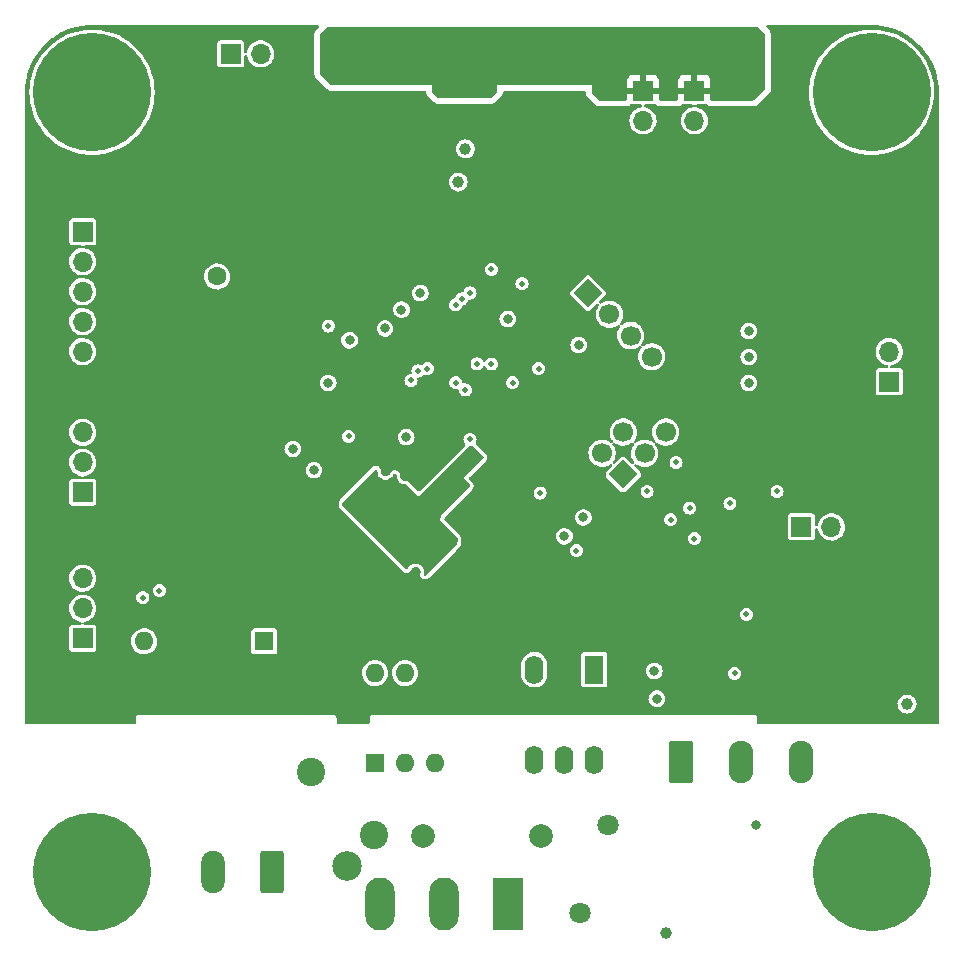
<source format=gbr>
G04 #@! TF.GenerationSoftware,KiCad,Pcbnew,5.99.0-unknown-fecb53b64f~142~ubuntu21.04.1*
G04 #@! TF.CreationDate,2021-10-23T16:59:13+04:00*
G04 #@! TF.ProjectId,BEEIRON v0.03,42454549-524f-44e2-9076-302e30332e6b,rev?*
G04 #@! TF.SameCoordinates,Original*
G04 #@! TF.FileFunction,Copper,L2,Inr*
G04 #@! TF.FilePolarity,Positive*
%FSLAX46Y46*%
G04 Gerber Fmt 4.6, Leading zero omitted, Abs format (unit mm)*
G04 Created by KiCad (PCBNEW 5.99.0-unknown-fecb53b64f~142~ubuntu21.04.1) date 2021-10-23 16:59:13*
%MOMM*%
%LPD*%
G01*
G04 APERTURE LIST*
G04 Aperture macros list*
%AMRoundRect*
0 Rectangle with rounded corners*
0 $1 Rounding radius*
0 $2 $3 $4 $5 $6 $7 $8 $9 X,Y pos of 4 corners*
0 Add a 4 corners polygon primitive as box body*
4,1,4,$2,$3,$4,$5,$6,$7,$8,$9,$2,$3,0*
0 Add four circle primitives for the rounded corners*
1,1,$1+$1,$2,$3*
1,1,$1+$1,$4,$5*
1,1,$1+$1,$6,$7*
1,1,$1+$1,$8,$9*
0 Add four rect primitives between the rounded corners*
20,1,$1+$1,$2,$3,$4,$5,0*
20,1,$1+$1,$4,$5,$6,$7,0*
20,1,$1+$1,$6,$7,$8,$9,0*
20,1,$1+$1,$8,$9,$2,$3,0*%
%AMHorizOval*
0 Thick line with rounded ends*
0 $1 width*
0 $2 $3 position (X,Y) of the first rounded end (center of the circle)*
0 $4 $5 position (X,Y) of the second rounded end (center of the circle)*
0 Add line between two ends*
20,1,$1,$2,$3,$4,$5,0*
0 Add two circle primitives to create the rounded ends*
1,1,$1,$2,$3*
1,1,$1,$4,$5*%
%AMRotRect*
0 Rectangle, with rotation*
0 The origin of the aperture is its center*
0 $1 length*
0 $2 width*
0 $3 Rotation angle, in degrees counterclockwise*
0 Add horizontal line*
21,1,$1,$2,0,0,$3*%
G04 Aperture macros list end*
G04 #@! TA.AperFunction,ComponentPad*
%ADD10C,1.600000*%
G04 #@! TD*
G04 #@! TA.AperFunction,ComponentPad*
%ADD11C,2.000000*%
G04 #@! TD*
G04 #@! TA.AperFunction,ComponentPad*
%ADD12R,1.700000X1.700000*%
G04 #@! TD*
G04 #@! TA.AperFunction,ComponentPad*
%ADD13O,1.700000X1.700000*%
G04 #@! TD*
G04 #@! TA.AperFunction,ComponentPad*
%ADD14C,0.900000*%
G04 #@! TD*
G04 #@! TA.AperFunction,ComponentPad*
%ADD15C,10.000000*%
G04 #@! TD*
G04 #@! TA.AperFunction,ComponentPad*
%ADD16C,2.400000*%
G04 #@! TD*
G04 #@! TA.AperFunction,ComponentPad*
%ADD17HorizOval,2.400000X0.000000X0.000000X0.000000X0.000000X0*%
G04 #@! TD*
G04 #@! TA.AperFunction,ComponentPad*
%ADD18R,1.600000X1.600000*%
G04 #@! TD*
G04 #@! TA.AperFunction,ComponentPad*
%ADD19O,1.600000X1.600000*%
G04 #@! TD*
G04 #@! TA.AperFunction,ComponentPad*
%ADD20RoundRect,0.249999X-0.790001X-1.550001X0.790001X-1.550001X0.790001X1.550001X-0.790001X1.550001X0*%
G04 #@! TD*
G04 #@! TA.AperFunction,ComponentPad*
%ADD21O,2.080000X3.600000*%
G04 #@! TD*
G04 #@! TA.AperFunction,ComponentPad*
%ADD22RotRect,1.700000X1.700000X135.000000*%
G04 #@! TD*
G04 #@! TA.AperFunction,ComponentPad*
%ADD23HorizOval,1.700000X0.000000X0.000000X0.000000X0.000000X0*%
G04 #@! TD*
G04 #@! TA.AperFunction,ComponentPad*
%ADD24R,1.600000X2.400000*%
G04 #@! TD*
G04 #@! TA.AperFunction,ComponentPad*
%ADD25O,1.600000X2.400000*%
G04 #@! TD*
G04 #@! TA.AperFunction,ComponentPad*
%ADD26R,2.500000X4.500000*%
G04 #@! TD*
G04 #@! TA.AperFunction,ComponentPad*
%ADD27O,2.500000X4.500000*%
G04 #@! TD*
G04 #@! TA.AperFunction,ComponentPad*
%ADD28RoundRect,0.250000X0.750000X1.550000X-0.750000X1.550000X-0.750000X-1.550000X0.750000X-1.550000X0*%
G04 #@! TD*
G04 #@! TA.AperFunction,ComponentPad*
%ADD29O,2.000000X3.600000*%
G04 #@! TD*
G04 #@! TA.AperFunction,ComponentPad*
%ADD30C,1.800000*%
G04 #@! TD*
G04 #@! TA.AperFunction,ComponentPad*
%ADD31RotRect,1.700000X1.700000X45.000000*%
G04 #@! TD*
G04 #@! TA.AperFunction,ComponentPad*
%ADD32HorizOval,1.700000X0.000000X0.000000X0.000000X0.000000X0*%
G04 #@! TD*
G04 #@! TA.AperFunction,ViaPad*
%ADD33C,0.800000*%
G04 #@! TD*
G04 #@! TA.AperFunction,ViaPad*
%ADD34C,1.000000*%
G04 #@! TD*
G04 #@! TA.AperFunction,ViaPad*
%ADD35C,0.500000*%
G04 #@! TD*
G04 #@! TA.AperFunction,ViaPad*
%ADD36C,2.500000*%
G04 #@! TD*
G04 #@! TA.AperFunction,Conductor*
%ADD37C,0.300000*%
G04 #@! TD*
G04 APERTURE END LIST*
D10*
X119600000Y-79600000D03*
X123100000Y-79600000D03*
D11*
X137000000Y-127000000D03*
X147000000Y-127000000D03*
D12*
X176500000Y-88500000D03*
D13*
X176500000Y-85960000D03*
X176500000Y-83420000D03*
D12*
X169060000Y-100800000D03*
D13*
X171600000Y-100800000D03*
X174140000Y-100800000D03*
D12*
X160000000Y-63875000D03*
D13*
X160000000Y-66415000D03*
X160000000Y-68955000D03*
D12*
X120725000Y-60750000D03*
D13*
X123265000Y-60750000D03*
D14*
X177651650Y-66651650D03*
X175000000Y-60250000D03*
X172348350Y-61348350D03*
X178750000Y-64000000D03*
X171250000Y-64000000D03*
X172348350Y-66651650D03*
D15*
X175000000Y-64000000D03*
D14*
X177651650Y-61348350D03*
X175000000Y-67750000D03*
D16*
X127518056Y-121518056D03*
D17*
X132906210Y-126906210D03*
D12*
X155652393Y-63874870D03*
D13*
X155652393Y-66414870D03*
X155652393Y-68954870D03*
D18*
X132975000Y-120800000D03*
D19*
X135515000Y-120800000D03*
X138055000Y-120800000D03*
X138055000Y-113180000D03*
X135515000Y-113180000D03*
X132975000Y-113180000D03*
D20*
X158840000Y-120700000D03*
D21*
X163920000Y-120700000D03*
X169000000Y-120700000D03*
D22*
X153979773Y-96362329D03*
D23*
X152183722Y-94566278D03*
X155775824Y-94566278D03*
X153979773Y-92770227D03*
X157571875Y-92770227D03*
X155775824Y-90974175D03*
D14*
X106348350Y-61348350D03*
X112750000Y-64000000D03*
X106348350Y-66651650D03*
X109000000Y-67750000D03*
X111651650Y-66651650D03*
D15*
X109000000Y-64000000D03*
D14*
X105250000Y-64000000D03*
X111651650Y-61348350D03*
X109000000Y-60250000D03*
D24*
X151525000Y-112880000D03*
D25*
X148985000Y-112880000D03*
X146445000Y-112880000D03*
X146445000Y-120500000D03*
X148985000Y-120500000D03*
X151525000Y-120500000D03*
D26*
X144250000Y-132750000D03*
D27*
X138800000Y-132750000D03*
X133350000Y-132750000D03*
D12*
X108200000Y-110220000D03*
D13*
X108200000Y-107680000D03*
X108200000Y-105140000D03*
X108200000Y-102600000D03*
D14*
X175000000Y-126250000D03*
D15*
X175000000Y-130000000D03*
D14*
X172348350Y-132651650D03*
X175000000Y-133750000D03*
X171250000Y-130000000D03*
X172348350Y-127348350D03*
X178750000Y-130000000D03*
X177651650Y-132651650D03*
X177651650Y-127348350D03*
D12*
X108200000Y-97880000D03*
D13*
X108200000Y-95340000D03*
X108200000Y-92800000D03*
X108200000Y-90260000D03*
D28*
X124200000Y-130000000D03*
D29*
X119200000Y-130000000D03*
D18*
X123580000Y-110500000D03*
D19*
X113420000Y-110500000D03*
D12*
X108200000Y-75800000D03*
D13*
X108200000Y-78340000D03*
X108200000Y-80880000D03*
X108200000Y-83420000D03*
X108200000Y-85960000D03*
D14*
X112750000Y-130000000D03*
X106348350Y-127348350D03*
X109000000Y-126250000D03*
X109000000Y-133750000D03*
X106348350Y-132651650D03*
X111651650Y-127348350D03*
D15*
X109000000Y-130000000D03*
D14*
X111651650Y-132651650D03*
X105250000Y-130000000D03*
D30*
X150350000Y-133500000D03*
X152650000Y-126000000D03*
D31*
X151007898Y-81007898D03*
D32*
X152803949Y-82803949D03*
X154600000Y-84600000D03*
X156396052Y-86396052D03*
D33*
X147400000Y-82200000D03*
X148800000Y-83600000D03*
D34*
X147000000Y-71400000D03*
D33*
X154400000Y-105000000D03*
D34*
X157600000Y-135200000D03*
X149200000Y-71400000D03*
D33*
X158800000Y-106800000D03*
X106125000Y-114500000D03*
X133860000Y-96110000D03*
X139400000Y-91500000D03*
X136400000Y-104600000D03*
D34*
X144200000Y-68800000D03*
D33*
X135500000Y-96500000D03*
X140500000Y-92600000D03*
D34*
X124600000Y-79600000D03*
X124200000Y-74200000D03*
X164400000Y-66000000D03*
D33*
X134300000Y-94500000D03*
D34*
X148000000Y-64800000D03*
X179600000Y-115800000D03*
D33*
X147600000Y-80200000D03*
X157400000Y-112200000D03*
X154400000Y-106400000D03*
X151800000Y-86600000D03*
D35*
X144000000Y-88000000D03*
D34*
X154500000Y-59500000D03*
X159000000Y-61500000D03*
X144000000Y-61500000D03*
D33*
X164600000Y-88600000D03*
X136800000Y-81000000D03*
D34*
X131500000Y-61500000D03*
X161000000Y-61500000D03*
D33*
X150600000Y-100000000D03*
D34*
X165000000Y-59500000D03*
D33*
X126000000Y-94200000D03*
D35*
X141000000Y-93400000D03*
D34*
X159000000Y-59500000D03*
X140000000Y-71600000D03*
X142400000Y-63400000D03*
X131500000Y-59500000D03*
X154500000Y-61500000D03*
D33*
X164600000Y-84200000D03*
D34*
X138800000Y-63400000D03*
X135500000Y-59500000D03*
X165000000Y-61500000D03*
X137500000Y-59500000D03*
X152000000Y-61500000D03*
X149000000Y-62200000D03*
D33*
X135600000Y-93200000D03*
D34*
X140600000Y-62800000D03*
D33*
X149000000Y-101600000D03*
D34*
X137500000Y-61500000D03*
X133500000Y-59500000D03*
X150000000Y-59500000D03*
X163000000Y-59500000D03*
X146000000Y-59500000D03*
X163000000Y-61500000D03*
X147000000Y-62200000D03*
X142000000Y-59200000D03*
X161000000Y-59500000D03*
X133500000Y-61500000D03*
D33*
X130800000Y-85000000D03*
X144200000Y-83200000D03*
D34*
X178000000Y-115800000D03*
X140600000Y-68800000D03*
X156500000Y-61500000D03*
D35*
X144600000Y-88600000D03*
D34*
X144000000Y-59500000D03*
D33*
X133800000Y-84000000D03*
X150200000Y-85400000D03*
X164600000Y-86400000D03*
X129000000Y-88600000D03*
D34*
X129500000Y-61500000D03*
X148000000Y-59500000D03*
D33*
X127800000Y-96000000D03*
D34*
X139600000Y-59200000D03*
D33*
X135200000Y-82400000D03*
D34*
X164400000Y-64200000D03*
X135500000Y-61500000D03*
X156500000Y-59500000D03*
X129500000Y-59500000D03*
X152000000Y-59500000D03*
D35*
X158000000Y-100200000D03*
X159600000Y-99200000D03*
X158452641Y-95347359D03*
X156000000Y-97800000D03*
X136600000Y-87600000D03*
X137400000Y-87400000D03*
X140600000Y-89200000D03*
X139800000Y-88600000D03*
X146939303Y-97939303D03*
X113300000Y-106800000D03*
X150000000Y-102800000D03*
X114700000Y-106200000D03*
X130725000Y-93125000D03*
X139800000Y-82000000D03*
X136000000Y-88400000D03*
X141600000Y-87000000D03*
X145400000Y-80200000D03*
X146800000Y-87400000D03*
X141000000Y-81000000D03*
X142800000Y-79000000D03*
X129000000Y-83800000D03*
D33*
X156815204Y-115349500D03*
X156600000Y-113000000D03*
D35*
X160000000Y-101800000D03*
X163000000Y-98800000D03*
X167000000Y-97800000D03*
X140291689Y-81502460D03*
X164400000Y-108200000D03*
X163400000Y-113200000D03*
X142800000Y-87000000D03*
D33*
X165200000Y-126000000D03*
D36*
X130600000Y-129500000D03*
D37*
X136300000Y-104700000D02*
X136200000Y-104800000D01*
X136200000Y-104800000D02*
X134800000Y-106200000D01*
G04 #@! TA.AperFunction,NonConductor*
G36*
X141216583Y-93936393D02*
G01*
X141267316Y-93967316D01*
X142110905Y-94810905D01*
X142144931Y-94873217D01*
X142139866Y-94944032D01*
X142110905Y-94989095D01*
X140453288Y-96646712D01*
X140462115Y-96655968D01*
X140965184Y-97183490D01*
X140997721Y-97246592D01*
X141000000Y-97270447D01*
X141000000Y-97347810D01*
X140979998Y-97415931D01*
X140963095Y-97436905D01*
X138580000Y-99820000D01*
X138490000Y-100310000D01*
X139943216Y-101763216D01*
X139977242Y-101825528D01*
X139978048Y-101875073D01*
X139907088Y-102261411D01*
X139872256Y-102327744D01*
X137289920Y-104910080D01*
X137227608Y-104944106D01*
X137156793Y-104939041D01*
X137099957Y-104896494D01*
X137075146Y-104829974D01*
X137079063Y-104788946D01*
X137081601Y-104782634D01*
X137105490Y-104614778D01*
X137105645Y-104600000D01*
X137085276Y-104431680D01*
X137025345Y-104273077D01*
X136929312Y-104133349D01*
X136917514Y-104122837D01*
X136808392Y-104025612D01*
X136808388Y-104025610D01*
X136802721Y-104020560D01*
X136652881Y-103941224D01*
X136488441Y-103899919D01*
X136480843Y-103899879D01*
X136480841Y-103899879D01*
X136403668Y-103899475D01*
X136318895Y-103899031D01*
X136311508Y-103900805D01*
X136311504Y-103900805D01*
X136168162Y-103935220D01*
X136154032Y-103938612D01*
X136147288Y-103942093D01*
X136147285Y-103942094D01*
X136142089Y-103944776D01*
X136003369Y-104016375D01*
X135875604Y-104127831D01*
X135778113Y-104266547D01*
X135772798Y-104280180D01*
X135760790Y-104310978D01*
X135717408Y-104367179D01*
X135650529Y-104391005D01*
X135581385Y-104374891D01*
X135554302Y-104354302D01*
X130236905Y-99036905D01*
X130202879Y-98974593D01*
X130200000Y-98947810D01*
X130200000Y-98752190D01*
X130220002Y-98684069D01*
X130236905Y-98663095D01*
X132946054Y-95953946D01*
X133008366Y-95919920D01*
X133079181Y-95924985D01*
X133136017Y-95967532D01*
X133160828Y-96034052D01*
X133160071Y-96059486D01*
X133155385Y-96095079D01*
X133155385Y-96095084D01*
X133154394Y-96102611D01*
X133172999Y-96271135D01*
X133231266Y-96430356D01*
X133235502Y-96436659D01*
X133235502Y-96436660D01*
X133248574Y-96456113D01*
X133325830Y-96571083D01*
X133331442Y-96576190D01*
X133331445Y-96576193D01*
X133445612Y-96680077D01*
X133445616Y-96680080D01*
X133451233Y-96685191D01*
X133457906Y-96688814D01*
X133457910Y-96688817D01*
X133593558Y-96762467D01*
X133593560Y-96762468D01*
X133600235Y-96766092D01*
X133607584Y-96768020D01*
X133756883Y-96807188D01*
X133756885Y-96807188D01*
X133764233Y-96809116D01*
X133850609Y-96810473D01*
X133926161Y-96811660D01*
X133926164Y-96811660D01*
X133933760Y-96811779D01*
X133941165Y-96810083D01*
X133941166Y-96810083D01*
X134001586Y-96796245D01*
X134099029Y-96773928D01*
X134250498Y-96697747D01*
X134379423Y-96587634D01*
X134478361Y-96449947D01*
X134481194Y-96442900D01*
X134513769Y-96361869D01*
X134557736Y-96306125D01*
X134624861Y-96283000D01*
X134693833Y-96299837D01*
X134719771Y-96319771D01*
X134761883Y-96361883D01*
X134795909Y-96424195D01*
X134797710Y-96467423D01*
X134794394Y-96492611D01*
X134812999Y-96661135D01*
X134824593Y-96692816D01*
X134868084Y-96811660D01*
X134871266Y-96820356D01*
X134875502Y-96826659D01*
X134875502Y-96826660D01*
X134890617Y-96849153D01*
X134965830Y-96961083D01*
X134971442Y-96966190D01*
X134971445Y-96966193D01*
X135085612Y-97070077D01*
X135085616Y-97070080D01*
X135091233Y-97075191D01*
X135097906Y-97078814D01*
X135097910Y-97078817D01*
X135233558Y-97152467D01*
X135233560Y-97152468D01*
X135240235Y-97156092D01*
X135247584Y-97158020D01*
X135396883Y-97197188D01*
X135396885Y-97197188D01*
X135404233Y-97199116D01*
X135480354Y-97200312D01*
X135551198Y-97201425D01*
X135618996Y-97222494D01*
X135638314Y-97238314D01*
X136600000Y-98200000D01*
X136700000Y-98200000D01*
X140908923Y-93991077D01*
X140971235Y-93957051D01*
X140994601Y-93954539D01*
X141000000Y-93955250D01*
X141143709Y-93936330D01*
X141147522Y-93934751D01*
X141216583Y-93936393D01*
G37*
G04 #@! TD.AperFunction*
G04 #@! TA.AperFunction,Conductor*
G36*
X165415931Y-58520002D02*
G01*
X165436905Y-58536905D01*
X165963095Y-59063095D01*
X165997121Y-59125407D01*
X166000000Y-59152190D01*
X166000000Y-63647810D01*
X165979998Y-63715931D01*
X165963095Y-63736905D01*
X165036905Y-64663095D01*
X164974593Y-64697121D01*
X164947810Y-64700000D01*
X161484000Y-64700000D01*
X161415879Y-64679998D01*
X161369386Y-64626342D01*
X161358000Y-64574000D01*
X161358000Y-64147115D01*
X161353525Y-64131876D01*
X161352135Y-64130671D01*
X161344452Y-64129000D01*
X158660116Y-64129000D01*
X158644877Y-64133475D01*
X158643672Y-64134865D01*
X158642001Y-64142548D01*
X158642001Y-64574000D01*
X158621999Y-64642121D01*
X158568343Y-64688614D01*
X158516001Y-64700000D01*
X157136393Y-64700000D01*
X157068272Y-64679998D01*
X157021779Y-64626342D01*
X157010393Y-64574000D01*
X157010393Y-64146985D01*
X157005918Y-64131746D01*
X157004528Y-64130541D01*
X156996845Y-64128870D01*
X154312509Y-64128870D01*
X154297270Y-64133345D01*
X154296065Y-64134735D01*
X154294394Y-64142418D01*
X154294394Y-64574000D01*
X154274392Y-64642121D01*
X154220736Y-64688614D01*
X154168394Y-64700000D01*
X152002190Y-64700000D01*
X151934069Y-64679998D01*
X151913095Y-64663095D01*
X151300000Y-64050000D01*
X151300000Y-63602755D01*
X154294393Y-63602755D01*
X154298868Y-63617994D01*
X154300258Y-63619199D01*
X154307941Y-63620870D01*
X155380278Y-63620870D01*
X155395517Y-63616395D01*
X155396722Y-63615005D01*
X155398393Y-63607322D01*
X155398393Y-63602755D01*
X155906393Y-63602755D01*
X155910868Y-63617994D01*
X155912258Y-63619199D01*
X155919941Y-63620870D01*
X156992277Y-63620870D01*
X157007516Y-63616395D01*
X157008721Y-63615005D01*
X157010392Y-63607322D01*
X157010392Y-63602885D01*
X158642000Y-63602885D01*
X158646475Y-63618124D01*
X158647865Y-63619329D01*
X158655548Y-63621000D01*
X159727885Y-63621000D01*
X159743124Y-63616525D01*
X159744329Y-63615135D01*
X159746000Y-63607452D01*
X159746000Y-63602885D01*
X160254000Y-63602885D01*
X160258475Y-63618124D01*
X160259865Y-63619329D01*
X160267548Y-63621000D01*
X161339884Y-63621000D01*
X161355123Y-63616525D01*
X161356328Y-63615135D01*
X161357999Y-63607452D01*
X161357999Y-62980331D01*
X161357629Y-62973510D01*
X161352105Y-62922648D01*
X161348479Y-62907396D01*
X161303324Y-62786946D01*
X161294786Y-62771351D01*
X161218285Y-62669276D01*
X161205724Y-62656715D01*
X161103649Y-62580214D01*
X161088054Y-62571676D01*
X160967606Y-62526522D01*
X160952351Y-62522895D01*
X160901486Y-62517369D01*
X160894672Y-62517000D01*
X160272115Y-62517000D01*
X160256876Y-62521475D01*
X160255671Y-62522865D01*
X160254000Y-62530548D01*
X160254000Y-63602885D01*
X159746000Y-63602885D01*
X159746000Y-62535116D01*
X159741525Y-62519877D01*
X159740135Y-62518672D01*
X159732452Y-62517001D01*
X159105331Y-62517001D01*
X159098510Y-62517371D01*
X159047648Y-62522895D01*
X159032396Y-62526521D01*
X158911946Y-62571676D01*
X158896351Y-62580214D01*
X158794276Y-62656715D01*
X158781715Y-62669276D01*
X158705214Y-62771351D01*
X158696676Y-62786946D01*
X158651522Y-62907394D01*
X158647895Y-62922649D01*
X158642369Y-62973514D01*
X158642000Y-62980328D01*
X158642000Y-63602885D01*
X157010392Y-63602885D01*
X157010392Y-62980201D01*
X157010022Y-62973380D01*
X157004498Y-62922518D01*
X157000872Y-62907266D01*
X156955717Y-62786816D01*
X156947179Y-62771221D01*
X156870678Y-62669146D01*
X156858117Y-62656585D01*
X156756042Y-62580084D01*
X156740447Y-62571546D01*
X156619999Y-62526392D01*
X156604744Y-62522765D01*
X156553879Y-62517239D01*
X156547065Y-62516870D01*
X155924508Y-62516870D01*
X155909269Y-62521345D01*
X155908064Y-62522735D01*
X155906393Y-62530418D01*
X155906393Y-63602755D01*
X155398393Y-63602755D01*
X155398393Y-62534986D01*
X155393918Y-62519747D01*
X155392528Y-62518542D01*
X155384845Y-62516871D01*
X154757724Y-62516871D01*
X154750903Y-62517241D01*
X154700041Y-62522765D01*
X154684789Y-62526391D01*
X154564339Y-62571546D01*
X154548744Y-62580084D01*
X154446669Y-62656585D01*
X154434108Y-62669146D01*
X154357607Y-62771221D01*
X154349069Y-62786816D01*
X154303915Y-62907264D01*
X154300288Y-62922519D01*
X154294762Y-62973384D01*
X154294393Y-62980198D01*
X154294393Y-63602755D01*
X151300000Y-63602755D01*
X151300000Y-63400000D01*
X143300000Y-63400000D01*
X143300000Y-63950000D01*
X142786905Y-64463095D01*
X142724593Y-64497121D01*
X142697810Y-64500000D01*
X138402190Y-64500000D01*
X138334069Y-64479998D01*
X138313095Y-64463095D01*
X137800000Y-63950000D01*
X137800000Y-63400000D01*
X129352190Y-63400000D01*
X129284069Y-63379998D01*
X129263095Y-63363095D01*
X128336905Y-62436905D01*
X128302879Y-62374593D01*
X128300000Y-62347810D01*
X128300000Y-59152190D01*
X128320002Y-59084069D01*
X128336905Y-59063095D01*
X128863095Y-58536905D01*
X128925407Y-58502879D01*
X128952190Y-58500000D01*
X165347810Y-58500000D01*
X165415931Y-58520002D01*
G37*
G04 #@! TD.AperFunction*
G04 #@! TA.AperFunction,Conductor*
G36*
X128156825Y-58320002D02*
G01*
X128203318Y-58373658D01*
X128213422Y-58443932D01*
X128183928Y-58508512D01*
X128177799Y-58515095D01*
X127983352Y-58709542D01*
X127947594Y-58749348D01*
X127930691Y-58770322D01*
X127899375Y-58813749D01*
X127840255Y-58943204D01*
X127820253Y-59011325D01*
X127819613Y-59015774D01*
X127819612Y-59015780D01*
X127800639Y-59147742D01*
X127800638Y-59147749D01*
X127800000Y-59152190D01*
X127800000Y-62347810D01*
X127802864Y-62401249D01*
X127805743Y-62428032D01*
X127814307Y-62480882D01*
X127864043Y-62614223D01*
X127866196Y-62618166D01*
X127866197Y-62618168D01*
X127895913Y-62672587D01*
X127898069Y-62676535D01*
X127900764Y-62680135D01*
X127980655Y-62786856D01*
X127980659Y-62786861D01*
X127983352Y-62790458D01*
X128909542Y-63716648D01*
X128949348Y-63752406D01*
X128970322Y-63769309D01*
X129013749Y-63800625D01*
X129143204Y-63859745D01*
X129166958Y-63866720D01*
X129207002Y-63878478D01*
X129207006Y-63878479D01*
X129211325Y-63879747D01*
X129215774Y-63880387D01*
X129215780Y-63880388D01*
X129347742Y-63899361D01*
X129347749Y-63899362D01*
X129352190Y-63900000D01*
X137181445Y-63900000D01*
X137249566Y-63920002D01*
X137296059Y-63973658D01*
X137306723Y-64012531D01*
X137311427Y-64056283D01*
X137361161Y-64189624D01*
X137366560Y-64196836D01*
X137366561Y-64196838D01*
X137388733Y-64226456D01*
X137446447Y-64303553D01*
X137959542Y-64816648D01*
X137999348Y-64852406D01*
X138020322Y-64869309D01*
X138063749Y-64900625D01*
X138193204Y-64959745D01*
X138216958Y-64966720D01*
X138257002Y-64978478D01*
X138257006Y-64978479D01*
X138261325Y-64979747D01*
X138265774Y-64980387D01*
X138265780Y-64980388D01*
X138397742Y-64999361D01*
X138397749Y-64999362D01*
X138402190Y-65000000D01*
X142697810Y-65000000D01*
X142730829Y-64998230D01*
X142749555Y-64997227D01*
X142749563Y-64997226D01*
X142751249Y-64997136D01*
X142762383Y-64995939D01*
X142776368Y-64994436D01*
X142776373Y-64994435D01*
X142778032Y-64994257D01*
X142830882Y-64985693D01*
X142880199Y-64967298D01*
X142960009Y-64937529D01*
X142960011Y-64937528D01*
X142964223Y-64935957D01*
X142991067Y-64921299D01*
X143022587Y-64904087D01*
X143022589Y-64904086D01*
X143026535Y-64901931D01*
X143094204Y-64851274D01*
X143136856Y-64819345D01*
X143136861Y-64819341D01*
X143140458Y-64816648D01*
X143653553Y-64303553D01*
X143655666Y-64300930D01*
X143655674Y-64300922D01*
X143715682Y-64226456D01*
X143720627Y-64220320D01*
X143779746Y-64090866D01*
X143791651Y-64008068D01*
X143821144Y-63943487D01*
X143880870Y-63905104D01*
X143916368Y-63900000D01*
X150674000Y-63900000D01*
X150742121Y-63920002D01*
X150788614Y-63973658D01*
X150800000Y-64026000D01*
X150800000Y-64050000D01*
X150811427Y-64156283D01*
X150861161Y-64289624D01*
X150866560Y-64296836D01*
X150866561Y-64296838D01*
X150871588Y-64303553D01*
X150946447Y-64403553D01*
X151559542Y-65016648D01*
X151560798Y-65017777D01*
X151560803Y-65017781D01*
X151567284Y-65023603D01*
X151599348Y-65052406D01*
X151620322Y-65069309D01*
X151663749Y-65100625D01*
X151793204Y-65159745D01*
X151816958Y-65166720D01*
X151857002Y-65178478D01*
X151857006Y-65178479D01*
X151861325Y-65179747D01*
X151865774Y-65180387D01*
X151865780Y-65180388D01*
X151997742Y-65199361D01*
X151997749Y-65199362D01*
X152002190Y-65200000D01*
X154168394Y-65200000D01*
X154171741Y-65199640D01*
X154171744Y-65199640D01*
X154271310Y-65188936D01*
X154271316Y-65188935D01*
X154274674Y-65188574D01*
X154283372Y-65186682D01*
X154323735Y-65177902D01*
X154323740Y-65177901D01*
X154327016Y-65177188D01*
X154428443Y-65143430D01*
X154548166Y-65066489D01*
X154583621Y-65035767D01*
X154648202Y-65006274D01*
X154717082Y-65015752D01*
X154732066Y-65022376D01*
X154757747Y-65025370D01*
X155467381Y-65025370D01*
X155535502Y-65045372D01*
X155581995Y-65099028D01*
X155592099Y-65169302D01*
X155562605Y-65233882D01*
X155502879Y-65272266D01*
X155488719Y-65275550D01*
X155359043Y-65297832D01*
X155359042Y-65297832D01*
X155353346Y-65298811D01*
X155154968Y-65371997D01*
X155150007Y-65374949D01*
X155150006Y-65374949D01*
X155132482Y-65385375D01*
X154973249Y-65480108D01*
X154814274Y-65619525D01*
X154683369Y-65785578D01*
X154680680Y-65790689D01*
X154680678Y-65790692D01*
X154668097Y-65814605D01*
X154584916Y-65972706D01*
X154522213Y-66174643D01*
X154497360Y-66384624D01*
X154511189Y-66595619D01*
X154512610Y-66601215D01*
X154512611Y-66601220D01*
X154535177Y-66690070D01*
X154563238Y-66800560D01*
X154565655Y-66805803D01*
X154604409Y-66889868D01*
X154651762Y-66992584D01*
X154773798Y-67165261D01*
X154925258Y-67312807D01*
X154930054Y-67316012D01*
X154930057Y-67316014D01*
X155010922Y-67370046D01*
X155101070Y-67430281D01*
X155106378Y-67432562D01*
X155106379Y-67432562D01*
X155290043Y-67511470D01*
X155290046Y-67511471D01*
X155295346Y-67513748D01*
X155300975Y-67515022D01*
X155300976Y-67515022D01*
X155495943Y-67559139D01*
X155495946Y-67559139D01*
X155501579Y-67560414D01*
X155507350Y-67560641D01*
X155507352Y-67560641D01*
X155569382Y-67563078D01*
X155712863Y-67568716D01*
X155718572Y-67567888D01*
X155718576Y-67567888D01*
X155916408Y-67539203D01*
X155916412Y-67539202D01*
X155922123Y-67538374D01*
X156001380Y-67511470D01*
X156116876Y-67472265D01*
X156116881Y-67472263D01*
X156122348Y-67470407D01*
X156189693Y-67432692D01*
X156301788Y-67369916D01*
X156301792Y-67369913D01*
X156306835Y-67367089D01*
X156469405Y-67231882D01*
X156604612Y-67069312D01*
X156607436Y-67064269D01*
X156607439Y-67064265D01*
X156705106Y-66889868D01*
X156705107Y-66889866D01*
X156707930Y-66884825D01*
X156709786Y-66879358D01*
X156709788Y-66879353D01*
X156774040Y-66690070D01*
X156775897Y-66684600D01*
X156780867Y-66650327D01*
X156805707Y-66479010D01*
X156805707Y-66479008D01*
X156806239Y-66475340D01*
X156807822Y-66414870D01*
X156788474Y-66204310D01*
X156731079Y-66000801D01*
X156720010Y-65978354D01*
X156640112Y-65816339D01*
X156637558Y-65811160D01*
X156511044Y-65641737D01*
X156410679Y-65548960D01*
X156360015Y-65502127D01*
X156360013Y-65502125D01*
X156355774Y-65498207D01*
X156350891Y-65495126D01*
X156181827Y-65388454D01*
X156181826Y-65388454D01*
X156176947Y-65385375D01*
X155980553Y-65307022D01*
X155974896Y-65305897D01*
X155974890Y-65305895D01*
X155819309Y-65274949D01*
X155756399Y-65242042D01*
X155721267Y-65180347D01*
X155725067Y-65109452D01*
X155766592Y-65051866D01*
X155832659Y-65025872D01*
X155843890Y-65025370D01*
X156547039Y-65025370D01*
X156550743Y-65024929D01*
X156550746Y-65024929D01*
X156563854Y-65023369D01*
X156563855Y-65023369D01*
X156573239Y-65022252D01*
X156588841Y-65015322D01*
X156659215Y-65005947D01*
X156722502Y-65035247D01*
X156797952Y-65100625D01*
X156927407Y-65159745D01*
X156951161Y-65166720D01*
X156991205Y-65178478D01*
X156991209Y-65178479D01*
X156995528Y-65179747D01*
X156999977Y-65180387D01*
X156999983Y-65180388D01*
X157131945Y-65199361D01*
X157131952Y-65199362D01*
X157136393Y-65200000D01*
X158516001Y-65200000D01*
X158519348Y-65199640D01*
X158519351Y-65199640D01*
X158618917Y-65188936D01*
X158618923Y-65188935D01*
X158622281Y-65188574D01*
X158630979Y-65186682D01*
X158671342Y-65177902D01*
X158671347Y-65177901D01*
X158674623Y-65177188D01*
X158776050Y-65143430D01*
X158895773Y-65066489D01*
X158913332Y-65051274D01*
X158931131Y-65035852D01*
X158995712Y-65006360D01*
X159064588Y-65015837D01*
X159071007Y-65018675D01*
X159071009Y-65018675D01*
X159079673Y-65022506D01*
X159105354Y-65025500D01*
X159814988Y-65025500D01*
X159883109Y-65045502D01*
X159929602Y-65099158D01*
X159939706Y-65169432D01*
X159910212Y-65234012D01*
X159850486Y-65272396D01*
X159836326Y-65275680D01*
X159706650Y-65297962D01*
X159706649Y-65297962D01*
X159700953Y-65298941D01*
X159502575Y-65372127D01*
X159497614Y-65375079D01*
X159497613Y-65375079D01*
X159480089Y-65385505D01*
X159320856Y-65480238D01*
X159161881Y-65619655D01*
X159030976Y-65785708D01*
X159028287Y-65790819D01*
X159028285Y-65790822D01*
X158978400Y-65885638D01*
X158932523Y-65972836D01*
X158869820Y-66174773D01*
X158844967Y-66384754D01*
X158858796Y-66595749D01*
X158860217Y-66601345D01*
X158860218Y-66601350D01*
X158882784Y-66690200D01*
X158910845Y-66800690D01*
X158999369Y-66992714D01*
X159121405Y-67165391D01*
X159272865Y-67312937D01*
X159277661Y-67316142D01*
X159277664Y-67316144D01*
X159415397Y-67408174D01*
X159448677Y-67430411D01*
X159453985Y-67432692D01*
X159453986Y-67432692D01*
X159637650Y-67511600D01*
X159637653Y-67511601D01*
X159642953Y-67513878D01*
X159648582Y-67515152D01*
X159648583Y-67515152D01*
X159843550Y-67559269D01*
X159843553Y-67559269D01*
X159849186Y-67560544D01*
X159854957Y-67560771D01*
X159854959Y-67560771D01*
X159916989Y-67563208D01*
X160060470Y-67568846D01*
X160066179Y-67568018D01*
X160066183Y-67568018D01*
X160264015Y-67539333D01*
X160264019Y-67539332D01*
X160269730Y-67538504D01*
X160349370Y-67511470D01*
X160464483Y-67472395D01*
X160464488Y-67472393D01*
X160469955Y-67470537D01*
X160475230Y-67467583D01*
X160649395Y-67370046D01*
X160649399Y-67370043D01*
X160654442Y-67367219D01*
X160817012Y-67232012D01*
X160952219Y-67069442D01*
X160955043Y-67064399D01*
X160955046Y-67064395D01*
X161052713Y-66889998D01*
X161052714Y-66889996D01*
X161055537Y-66884955D01*
X161057393Y-66879488D01*
X161057395Y-66879483D01*
X161121647Y-66690200D01*
X161123504Y-66684730D01*
X161127801Y-66655099D01*
X161153314Y-66479140D01*
X161153314Y-66479138D01*
X161153846Y-66475470D01*
X161155429Y-66415000D01*
X161136081Y-66204440D01*
X161129296Y-66180380D01*
X161080255Y-66006496D01*
X161078686Y-66000931D01*
X161076067Y-65995619D01*
X160987719Y-65816469D01*
X160985165Y-65811290D01*
X160858651Y-65641867D01*
X160703381Y-65498337D01*
X160524554Y-65385505D01*
X160328160Y-65307152D01*
X160322503Y-65306027D01*
X160322497Y-65306025D01*
X160166916Y-65275079D01*
X160104006Y-65242172D01*
X160068874Y-65180477D01*
X160072674Y-65109582D01*
X160114199Y-65051996D01*
X160180266Y-65026002D01*
X160191497Y-65025500D01*
X160894646Y-65025500D01*
X160898350Y-65025059D01*
X160898353Y-65025059D01*
X160911461Y-65023499D01*
X160911462Y-65023499D01*
X160920846Y-65022382D01*
X160936547Y-65015408D01*
X161006921Y-65006033D01*
X161070207Y-65035332D01*
X161145559Y-65100625D01*
X161275014Y-65159745D01*
X161298768Y-65166720D01*
X161338812Y-65178478D01*
X161338816Y-65178479D01*
X161343135Y-65179747D01*
X161347584Y-65180387D01*
X161347590Y-65180388D01*
X161479552Y-65199361D01*
X161479559Y-65199362D01*
X161484000Y-65200000D01*
X164947810Y-65200000D01*
X164980829Y-65198230D01*
X164999555Y-65197227D01*
X164999563Y-65197226D01*
X165001249Y-65197136D01*
X165012383Y-65195939D01*
X165026368Y-65194436D01*
X165026373Y-65194435D01*
X165028032Y-65194257D01*
X165080882Y-65185693D01*
X165130199Y-65167298D01*
X165210009Y-65137529D01*
X165210011Y-65137528D01*
X165214223Y-65135957D01*
X165276535Y-65101931D01*
X165321540Y-65068240D01*
X165386856Y-65019345D01*
X165386861Y-65019341D01*
X165390458Y-65016648D01*
X166316648Y-64090458D01*
X166352406Y-64050652D01*
X166369309Y-64029678D01*
X166390710Y-64000000D01*
X169694450Y-64000000D01*
X169714639Y-64462409D01*
X169715000Y-64465148D01*
X169772670Y-64903196D01*
X169775053Y-64921299D01*
X169875232Y-65373177D01*
X169876060Y-65375802D01*
X169876061Y-65375807D01*
X170013369Y-65811290D01*
X170014414Y-65814605D01*
X170191539Y-66242222D01*
X170405259Y-66652775D01*
X170653948Y-67043138D01*
X170798776Y-67231882D01*
X170902624Y-67367219D01*
X170935713Y-67410342D01*
X171248410Y-67751590D01*
X171589658Y-68064287D01*
X171591820Y-68065946D01*
X171591826Y-68065951D01*
X171604874Y-68075963D01*
X171956862Y-68346052D01*
X172347225Y-68594741D01*
X172757778Y-68808461D01*
X172760319Y-68809513D01*
X172760320Y-68809514D01*
X172791654Y-68822493D01*
X173185395Y-68985586D01*
X173188015Y-68986412D01*
X173188023Y-68986415D01*
X173624193Y-69123939D01*
X173624198Y-69123940D01*
X173626823Y-69124768D01*
X174078701Y-69224947D01*
X174081420Y-69225305D01*
X174081426Y-69225306D01*
X174253504Y-69247960D01*
X174537591Y-69285361D01*
X175000000Y-69305550D01*
X175462409Y-69285361D01*
X175746496Y-69247960D01*
X175918574Y-69225306D01*
X175918580Y-69225305D01*
X175921299Y-69224947D01*
X176373177Y-69124768D01*
X176375802Y-69123940D01*
X176375807Y-69123939D01*
X176811977Y-68986415D01*
X176811985Y-68986412D01*
X176814605Y-68985586D01*
X177208346Y-68822493D01*
X177239680Y-68809514D01*
X177239681Y-68809513D01*
X177242222Y-68808461D01*
X177652775Y-68594741D01*
X178043138Y-68346052D01*
X178395126Y-68075963D01*
X178408174Y-68065951D01*
X178408180Y-68065946D01*
X178410342Y-68064287D01*
X178751590Y-67751590D01*
X179064287Y-67410342D01*
X179097377Y-67367219D01*
X179201224Y-67231882D01*
X179346052Y-67043138D01*
X179594741Y-66652775D01*
X179808461Y-66242222D01*
X179985586Y-65814605D01*
X179986632Y-65811290D01*
X180123939Y-65375807D01*
X180123940Y-65375802D01*
X180124768Y-65373177D01*
X180224947Y-64921299D01*
X180227331Y-64903196D01*
X180285000Y-64465148D01*
X180285361Y-64462409D01*
X180305550Y-64000000D01*
X180285361Y-63537591D01*
X180247960Y-63253504D01*
X180225306Y-63081426D01*
X180225305Y-63081420D01*
X180224947Y-63078701D01*
X180124768Y-62626823D01*
X180115408Y-62597137D01*
X179986415Y-62188023D01*
X179986412Y-62188015D01*
X179985586Y-62185395D01*
X179810293Y-61762201D01*
X179809514Y-61760320D01*
X179809513Y-61760319D01*
X179808461Y-61757778D01*
X179594741Y-61347225D01*
X179346052Y-60956862D01*
X179136798Y-60684156D01*
X179065951Y-60591826D01*
X179065946Y-60591820D01*
X179064287Y-60589658D01*
X178751590Y-60248410D01*
X178410342Y-59935713D01*
X178408180Y-59934054D01*
X178408174Y-59934049D01*
X178258301Y-59819048D01*
X178043138Y-59653948D01*
X177652775Y-59405259D01*
X177242222Y-59191539D01*
X176814605Y-59014414D01*
X176811985Y-59013588D01*
X176811977Y-59013585D01*
X176375807Y-58876061D01*
X176375802Y-58876060D01*
X176373177Y-58875232D01*
X175921299Y-58775053D01*
X175918580Y-58774695D01*
X175918574Y-58774694D01*
X175716479Y-58748088D01*
X175462409Y-58714639D01*
X175000000Y-58694450D01*
X174537591Y-58714639D01*
X174283521Y-58748088D01*
X174081426Y-58774694D01*
X174081420Y-58774695D01*
X174078701Y-58775053D01*
X173626823Y-58875232D01*
X173624198Y-58876060D01*
X173624193Y-58876061D01*
X173188023Y-59013585D01*
X173188015Y-59013588D01*
X173185395Y-59014414D01*
X172757778Y-59191539D01*
X172347225Y-59405259D01*
X171956862Y-59653948D01*
X171741699Y-59819048D01*
X171591826Y-59934049D01*
X171591820Y-59934054D01*
X171589658Y-59935713D01*
X171248410Y-60248410D01*
X170935713Y-60589658D01*
X170934054Y-60591820D01*
X170934049Y-60591826D01*
X170863202Y-60684156D01*
X170653948Y-60956862D01*
X170405259Y-61347225D01*
X170191539Y-61757778D01*
X170190487Y-61760319D01*
X170190486Y-61760320D01*
X170189707Y-61762201D01*
X170014414Y-62185395D01*
X170013588Y-62188015D01*
X170013585Y-62188023D01*
X169884592Y-62597137D01*
X169875232Y-62626823D01*
X169775053Y-63078701D01*
X169774695Y-63081420D01*
X169774694Y-63081426D01*
X169752040Y-63253504D01*
X169714639Y-63537591D01*
X169694450Y-64000000D01*
X166390710Y-64000000D01*
X166400625Y-63986251D01*
X166459745Y-63856796D01*
X166466720Y-63833042D01*
X166478478Y-63792998D01*
X166478479Y-63792994D01*
X166479747Y-63788675D01*
X166480388Y-63784220D01*
X166499361Y-63652258D01*
X166499362Y-63652251D01*
X166500000Y-63647810D01*
X166500000Y-59152190D01*
X166497136Y-59098751D01*
X166494257Y-59071968D01*
X166485693Y-59019118D01*
X166435957Y-58885777D01*
X166430652Y-58876061D01*
X166404087Y-58827413D01*
X166404086Y-58827411D01*
X166401931Y-58823465D01*
X166362148Y-58770322D01*
X166319345Y-58713144D01*
X166319341Y-58713139D01*
X166316648Y-58709542D01*
X166122201Y-58515095D01*
X166088175Y-58452783D01*
X166093240Y-58381968D01*
X166135787Y-58325132D01*
X166202307Y-58300321D01*
X166211296Y-58300000D01*
X174962729Y-58300000D01*
X174984608Y-58301914D01*
X174989144Y-58302714D01*
X174989145Y-58302714D01*
X175000000Y-58304628D01*
X175010859Y-58302713D01*
X175015203Y-58302713D01*
X175034973Y-58301374D01*
X175442267Y-58317377D01*
X175452130Y-58318153D01*
X175886766Y-58369595D01*
X175896537Y-58371143D01*
X176325785Y-58456526D01*
X176335406Y-58458836D01*
X176756631Y-58577634D01*
X176766039Y-58580691D01*
X177176652Y-58732173D01*
X177185790Y-58735958D01*
X177366744Y-58819379D01*
X177583245Y-58919188D01*
X177592060Y-58923679D01*
X177973926Y-59137534D01*
X177982362Y-59142704D01*
X178346266Y-59385856D01*
X178354254Y-59391660D01*
X178373383Y-59406740D01*
X178697964Y-59662620D01*
X178705487Y-59669045D01*
X178780003Y-59737926D01*
X179026885Y-59966141D01*
X179033859Y-59973115D01*
X179170292Y-60120708D01*
X179330955Y-60294513D01*
X179337380Y-60302036D01*
X179360016Y-60330749D01*
X179560631Y-60585227D01*
X179608334Y-60645738D01*
X179614144Y-60653734D01*
X179742651Y-60846059D01*
X179857296Y-61017638D01*
X179862466Y-61026074D01*
X180076321Y-61407940D01*
X180080812Y-61416755D01*
X180260901Y-61807395D01*
X180264041Y-61814207D01*
X180267827Y-61823348D01*
X180419309Y-62233961D01*
X180422366Y-62243369D01*
X180541164Y-62664594D01*
X180543474Y-62674215D01*
X180628857Y-63103463D01*
X180630405Y-63113234D01*
X180681847Y-63547870D01*
X180682623Y-63557733D01*
X180698626Y-63965027D01*
X180697287Y-63984797D01*
X180697287Y-63989141D01*
X180695372Y-64000000D01*
X180697286Y-64010855D01*
X180697286Y-64010856D01*
X180698086Y-64015392D01*
X180700000Y-64037271D01*
X180700000Y-117374000D01*
X180679998Y-117442121D01*
X180626342Y-117488614D01*
X180574000Y-117500000D01*
X165426000Y-117500000D01*
X165357879Y-117479998D01*
X165311386Y-117426342D01*
X165300000Y-117374000D01*
X165300000Y-117052256D01*
X165300562Y-117040756D01*
X165303740Y-117029782D01*
X165300470Y-116992025D01*
X165300000Y-116981153D01*
X165300000Y-116972095D01*
X165298779Y-116965538D01*
X165297121Y-116953352D01*
X165295101Y-116930033D01*
X165294097Y-116918440D01*
X165288988Y-116907989D01*
X165288080Y-116904714D01*
X165286864Y-116901563D01*
X165284735Y-116890130D01*
X165266338Y-116860284D01*
X165260412Y-116849528D01*
X165245017Y-116818034D01*
X165236485Y-116810120D01*
X165234467Y-116807403D01*
X165232197Y-116804900D01*
X165226091Y-116794993D01*
X165198195Y-116773781D01*
X165188784Y-116765871D01*
X165163083Y-116742029D01*
X165152277Y-116737717D01*
X165149410Y-116735905D01*
X165146389Y-116734386D01*
X165137131Y-116727346D01*
X165125963Y-116724112D01*
X165125957Y-116724109D01*
X165103475Y-116717599D01*
X165091833Y-116713602D01*
X165067541Y-116703910D01*
X165067535Y-116703909D01*
X165059280Y-116700615D01*
X165053007Y-116700000D01*
X165049918Y-116700000D01*
X165046855Y-116699850D01*
X165046861Y-116699736D01*
X165040756Y-116699438D01*
X165029782Y-116696260D01*
X165018189Y-116697264D01*
X165018188Y-116697264D01*
X164994482Y-116699317D01*
X164993538Y-116699399D01*
X164992025Y-116699530D01*
X164981153Y-116700000D01*
X132852256Y-116700000D01*
X132840756Y-116699438D01*
X132829782Y-116696260D01*
X132818189Y-116697264D01*
X132818188Y-116697264D01*
X132794482Y-116699317D01*
X132793538Y-116699399D01*
X132792025Y-116699530D01*
X132781153Y-116700000D01*
X132772095Y-116700000D01*
X132766394Y-116701062D01*
X132766391Y-116701062D01*
X132765539Y-116701221D01*
X132753352Y-116702879D01*
X132732860Y-116704654D01*
X132718440Y-116705903D01*
X132707989Y-116711012D01*
X132704714Y-116711920D01*
X132701563Y-116713136D01*
X132690130Y-116715265D01*
X132660284Y-116733662D01*
X132649528Y-116739588D01*
X132618034Y-116754983D01*
X132610120Y-116763515D01*
X132607403Y-116765533D01*
X132604900Y-116767803D01*
X132594993Y-116773909D01*
X132573782Y-116801803D01*
X132565871Y-116811216D01*
X132542029Y-116836917D01*
X132537717Y-116847723D01*
X132535905Y-116850590D01*
X132534386Y-116853611D01*
X132527346Y-116862869D01*
X132524112Y-116874037D01*
X132524109Y-116874043D01*
X132517599Y-116896525D01*
X132513602Y-116908167D01*
X132503910Y-116932459D01*
X132503909Y-116932465D01*
X132500615Y-116940720D01*
X132500000Y-116946993D01*
X132500000Y-116950082D01*
X132499850Y-116953145D01*
X132499736Y-116953139D01*
X132499438Y-116959244D01*
X132496260Y-116970218D01*
X132497264Y-116981811D01*
X132497264Y-116981812D01*
X132499530Y-117007975D01*
X132500000Y-117018847D01*
X132500000Y-117374000D01*
X132479998Y-117442121D01*
X132426342Y-117488614D01*
X132374000Y-117500000D01*
X129826000Y-117500000D01*
X129757879Y-117479998D01*
X129711386Y-117426342D01*
X129700000Y-117374000D01*
X129700000Y-117052256D01*
X129700562Y-117040756D01*
X129703740Y-117029782D01*
X129700470Y-116992025D01*
X129700000Y-116981153D01*
X129700000Y-116972095D01*
X129698779Y-116965538D01*
X129697121Y-116953352D01*
X129695101Y-116930033D01*
X129694097Y-116918440D01*
X129688988Y-116907989D01*
X129688080Y-116904714D01*
X129686864Y-116901563D01*
X129684735Y-116890130D01*
X129666338Y-116860284D01*
X129660412Y-116849528D01*
X129645017Y-116818034D01*
X129636485Y-116810120D01*
X129634467Y-116807403D01*
X129632197Y-116804900D01*
X129626091Y-116794993D01*
X129598195Y-116773781D01*
X129588784Y-116765871D01*
X129563083Y-116742029D01*
X129552277Y-116737717D01*
X129549410Y-116735905D01*
X129546389Y-116734386D01*
X129537131Y-116727346D01*
X129525963Y-116724112D01*
X129525957Y-116724109D01*
X129503475Y-116717599D01*
X129491833Y-116713602D01*
X129467541Y-116703910D01*
X129467535Y-116703909D01*
X129459280Y-116700615D01*
X129453007Y-116700000D01*
X129449918Y-116700000D01*
X129446855Y-116699850D01*
X129446861Y-116699736D01*
X129440756Y-116699438D01*
X129429782Y-116696260D01*
X129418189Y-116697264D01*
X129418188Y-116697264D01*
X129394482Y-116699317D01*
X129393538Y-116699399D01*
X129392025Y-116699530D01*
X129381153Y-116700000D01*
X113052256Y-116700000D01*
X113040756Y-116699438D01*
X113029782Y-116696260D01*
X113018189Y-116697264D01*
X113018188Y-116697264D01*
X112994482Y-116699317D01*
X112993538Y-116699399D01*
X112992025Y-116699530D01*
X112981153Y-116700000D01*
X112972095Y-116700000D01*
X112966394Y-116701062D01*
X112966391Y-116701062D01*
X112965539Y-116701221D01*
X112953352Y-116702879D01*
X112932860Y-116704654D01*
X112918440Y-116705903D01*
X112907989Y-116711012D01*
X112904714Y-116711920D01*
X112901563Y-116713136D01*
X112890130Y-116715265D01*
X112860284Y-116733662D01*
X112849528Y-116739588D01*
X112818034Y-116754983D01*
X112810120Y-116763515D01*
X112807403Y-116765533D01*
X112804900Y-116767803D01*
X112794993Y-116773909D01*
X112773782Y-116801803D01*
X112765871Y-116811216D01*
X112742029Y-116836917D01*
X112737717Y-116847723D01*
X112735905Y-116850590D01*
X112734386Y-116853611D01*
X112727346Y-116862869D01*
X112724112Y-116874037D01*
X112724109Y-116874043D01*
X112717599Y-116896525D01*
X112713602Y-116908167D01*
X112703910Y-116932459D01*
X112703909Y-116932465D01*
X112700615Y-116940720D01*
X112700000Y-116946993D01*
X112700000Y-116950082D01*
X112699850Y-116953145D01*
X112699736Y-116953139D01*
X112699438Y-116959244D01*
X112696260Y-116970218D01*
X112697264Y-116981811D01*
X112697264Y-116981812D01*
X112699530Y-117007975D01*
X112700000Y-117018847D01*
X112700000Y-117374000D01*
X112679998Y-117442121D01*
X112626342Y-117488614D01*
X112574000Y-117500000D01*
X103426000Y-117500000D01*
X103357879Y-117479998D01*
X103311386Y-117426342D01*
X103300000Y-117374000D01*
X103300000Y-115342111D01*
X156109598Y-115342111D01*
X156128203Y-115510635D01*
X156136071Y-115532134D01*
X156171346Y-115628527D01*
X156186470Y-115669856D01*
X156190706Y-115676159D01*
X156190706Y-115676160D01*
X156203778Y-115695613D01*
X156281034Y-115810583D01*
X156286646Y-115815690D01*
X156286649Y-115815693D01*
X156400816Y-115919577D01*
X156400820Y-115919580D01*
X156406437Y-115924691D01*
X156413110Y-115928314D01*
X156413114Y-115928317D01*
X156548762Y-116001967D01*
X156548764Y-116001968D01*
X156555439Y-116005592D01*
X156562788Y-116007520D01*
X156712087Y-116046688D01*
X156712089Y-116046688D01*
X156719437Y-116048616D01*
X156805813Y-116049973D01*
X156881365Y-116051160D01*
X156881368Y-116051160D01*
X156888964Y-116051279D01*
X156896369Y-116049583D01*
X156896370Y-116049583D01*
X156956790Y-116035745D01*
X157054233Y-116013428D01*
X157205702Y-115937247D01*
X157334627Y-115827134D01*
X157362207Y-115788753D01*
X177194514Y-115788753D01*
X177195201Y-115795760D01*
X177195201Y-115795763D01*
X177197434Y-115818532D01*
X177212039Y-115967486D01*
X177214262Y-115974168D01*
X177214262Y-115974169D01*
X177239349Y-116049583D01*
X177268726Y-116137896D01*
X177361759Y-116291512D01*
X177486514Y-116420699D01*
X177636789Y-116519036D01*
X177805116Y-116581636D01*
X177812097Y-116582567D01*
X177812099Y-116582568D01*
X177976149Y-116604457D01*
X177976153Y-116604457D01*
X177983130Y-116605388D01*
X177990142Y-116604750D01*
X177990146Y-116604750D01*
X178154960Y-116589751D01*
X178154961Y-116589751D01*
X178161981Y-116589112D01*
X178332782Y-116533615D01*
X178363714Y-116515176D01*
X178480992Y-116445265D01*
X178480994Y-116445264D01*
X178487044Y-116441657D01*
X178617099Y-116317807D01*
X178634570Y-116291512D01*
X178712582Y-116174093D01*
X178716483Y-116168222D01*
X178761872Y-116048735D01*
X178777757Y-116006919D01*
X178777758Y-116006914D01*
X178780257Y-116000336D01*
X178805251Y-115822493D01*
X178805417Y-115810583D01*
X178805510Y-115803963D01*
X178805510Y-115803958D01*
X178805565Y-115800000D01*
X178785546Y-115621528D01*
X178779427Y-115603955D01*
X178728803Y-115458584D01*
X178726485Y-115451927D01*
X178659915Y-115345392D01*
X178635049Y-115305599D01*
X178631316Y-115299625D01*
X178567771Y-115235635D01*
X178509733Y-115177190D01*
X178509729Y-115177187D01*
X178504770Y-115172193D01*
X178496484Y-115166934D01*
X178446860Y-115135442D01*
X178353136Y-115075963D01*
X178323352Y-115065357D01*
X178190586Y-115018081D01*
X178190581Y-115018080D01*
X178183951Y-115015719D01*
X178176965Y-115014886D01*
X178176961Y-115014885D01*
X178049177Y-114999648D01*
X178005624Y-114994455D01*
X177998621Y-114995191D01*
X177998620Y-114995191D01*
X177834025Y-115012490D01*
X177834021Y-115012491D01*
X177827017Y-115013227D01*
X177820346Y-115015498D01*
X177663677Y-115068832D01*
X177663674Y-115068833D01*
X177657007Y-115071103D01*
X177651009Y-115074793D01*
X177651007Y-115074794D01*
X177580526Y-115118154D01*
X177504045Y-115165206D01*
X177499014Y-115170132D01*
X177499011Y-115170135D01*
X177487358Y-115181547D01*
X177375732Y-115290859D01*
X177371913Y-115296784D01*
X177371912Y-115296786D01*
X177282265Y-115435891D01*
X177278446Y-115441817D01*
X177217022Y-115610578D01*
X177194514Y-115788753D01*
X157362207Y-115788753D01*
X157433565Y-115689447D01*
X157441441Y-115669856D01*
X157493970Y-115539187D01*
X157493971Y-115539185D01*
X157496805Y-115532134D01*
X157520694Y-115364278D01*
X157520849Y-115349500D01*
X157519044Y-115334580D01*
X157501392Y-115188720D01*
X157500480Y-115181180D01*
X157440549Y-115022577D01*
X157344516Y-114882849D01*
X157332718Y-114872337D01*
X157223596Y-114775112D01*
X157223592Y-114775110D01*
X157217925Y-114770060D01*
X157068085Y-114690724D01*
X156903645Y-114649419D01*
X156896047Y-114649379D01*
X156896045Y-114649379D01*
X156818872Y-114648975D01*
X156734099Y-114648531D01*
X156726712Y-114650305D01*
X156726708Y-114650305D01*
X156583366Y-114684720D01*
X156569236Y-114688112D01*
X156562492Y-114691593D01*
X156562489Y-114691594D01*
X156557293Y-114694276D01*
X156418573Y-114765875D01*
X156290808Y-114877331D01*
X156193317Y-115016047D01*
X156131728Y-115174013D01*
X156130736Y-115181546D01*
X156130736Y-115181547D01*
X156114405Y-115305599D01*
X156109598Y-115342111D01*
X103300000Y-115342111D01*
X103300000Y-113151069D01*
X131870164Y-113151069D01*
X131883392Y-113352894D01*
X131933178Y-113548928D01*
X132017856Y-113732607D01*
X132021189Y-113737323D01*
X132116304Y-113871908D01*
X132134588Y-113897780D01*
X132279466Y-114038913D01*
X132447637Y-114151282D01*
X132452940Y-114153560D01*
X132452943Y-114153562D01*
X132541291Y-114191519D01*
X132633470Y-114231122D01*
X132830740Y-114275760D01*
X132836509Y-114275987D01*
X132836512Y-114275987D01*
X132912683Y-114278979D01*
X133032842Y-114283700D01*
X133119132Y-114271189D01*
X133227286Y-114255508D01*
X133227291Y-114255507D01*
X133233007Y-114254678D01*
X133238479Y-114252820D01*
X133238481Y-114252820D01*
X133419067Y-114191519D01*
X133419069Y-114191518D01*
X133424531Y-114189664D01*
X133601001Y-114090837D01*
X133663433Y-114038913D01*
X133752073Y-113965191D01*
X133756505Y-113961505D01*
X133885837Y-113806001D01*
X133984664Y-113629531D01*
X133997194Y-113592621D01*
X134047820Y-113443481D01*
X134047820Y-113443479D01*
X134049678Y-113438007D01*
X134050507Y-113432291D01*
X134050508Y-113432286D01*
X134078167Y-113241516D01*
X134078700Y-113237842D01*
X134080215Y-113180000D01*
X134077557Y-113151069D01*
X134410164Y-113151069D01*
X134423392Y-113352894D01*
X134473178Y-113548928D01*
X134557856Y-113732607D01*
X134561189Y-113737323D01*
X134656304Y-113871908D01*
X134674588Y-113897780D01*
X134819466Y-114038913D01*
X134987637Y-114151282D01*
X134992940Y-114153560D01*
X134992943Y-114153562D01*
X135081291Y-114191519D01*
X135173470Y-114231122D01*
X135370740Y-114275760D01*
X135376509Y-114275987D01*
X135376512Y-114275987D01*
X135452683Y-114278979D01*
X135572842Y-114283700D01*
X135659132Y-114271189D01*
X135767286Y-114255508D01*
X135767291Y-114255507D01*
X135773007Y-114254678D01*
X135778479Y-114252820D01*
X135778481Y-114252820D01*
X135959067Y-114191519D01*
X135959069Y-114191518D01*
X135964531Y-114189664D01*
X136141001Y-114090837D01*
X136203433Y-114038913D01*
X136292073Y-113965191D01*
X136296505Y-113961505D01*
X136425837Y-113806001D01*
X136524664Y-113629531D01*
X136537194Y-113592621D01*
X136587820Y-113443481D01*
X136587820Y-113443479D01*
X136589678Y-113438007D01*
X136590507Y-113432291D01*
X136590508Y-113432286D01*
X136604980Y-113332469D01*
X145344500Y-113332469D01*
X145359439Y-113489046D01*
X145418553Y-113690549D01*
X145514705Y-113877239D01*
X145518409Y-113881954D01*
X145640718Y-114037662D01*
X145640722Y-114037667D01*
X145644424Y-114042379D01*
X145648954Y-114046310D01*
X145648955Y-114046311D01*
X145798498Y-114176079D01*
X145798503Y-114176083D01*
X145803029Y-114180010D01*
X145984799Y-114285166D01*
X146092527Y-114322575D01*
X146177509Y-114352086D01*
X146177511Y-114352086D01*
X146183174Y-114354053D01*
X146189109Y-114354914D01*
X146189111Y-114354914D01*
X146385056Y-114383325D01*
X146385059Y-114383325D01*
X146390996Y-114384186D01*
X146600767Y-114374477D01*
X146757670Y-114336663D01*
X146799085Y-114326682D01*
X146799087Y-114326681D01*
X146804918Y-114325276D01*
X146810376Y-114322794D01*
X146810380Y-114322793D01*
X146945466Y-114261373D01*
X146996081Y-114238360D01*
X147156388Y-114124646D01*
X150424500Y-114124646D01*
X150427618Y-114150846D01*
X150431456Y-114159486D01*
X150431456Y-114159487D01*
X150464950Y-114234893D01*
X150473061Y-114253153D01*
X150481294Y-114261372D01*
X150481295Y-114261373D01*
X150502831Y-114282871D01*
X150552287Y-114332241D01*
X150562924Y-114336944D01*
X150562926Y-114336945D01*
X150622462Y-114363265D01*
X150654673Y-114377506D01*
X150680354Y-114380500D01*
X152369646Y-114380500D01*
X152373350Y-114380059D01*
X152373353Y-114380059D01*
X152380746Y-114379179D01*
X152395846Y-114377382D01*
X152405550Y-114373072D01*
X152487518Y-114336663D01*
X152498153Y-114331939D01*
X152577241Y-114252713D01*
X152582491Y-114240840D01*
X152618675Y-114158992D01*
X152622506Y-114150327D01*
X152625500Y-114124646D01*
X152625500Y-112992611D01*
X155894394Y-112992611D01*
X155912999Y-113161135D01*
X155971266Y-113320356D01*
X155975502Y-113326659D01*
X155975502Y-113326660D01*
X155986958Y-113343709D01*
X156065830Y-113461083D01*
X156071442Y-113466190D01*
X156071445Y-113466193D01*
X156185612Y-113570077D01*
X156185616Y-113570080D01*
X156191233Y-113575191D01*
X156197906Y-113578814D01*
X156197910Y-113578817D01*
X156333558Y-113652467D01*
X156333560Y-113652468D01*
X156340235Y-113656092D01*
X156347584Y-113658020D01*
X156496883Y-113697188D01*
X156496885Y-113697188D01*
X156504233Y-113699116D01*
X156590609Y-113700473D01*
X156666161Y-113701660D01*
X156666164Y-113701660D01*
X156673760Y-113701779D01*
X156681165Y-113700083D01*
X156681166Y-113700083D01*
X156765094Y-113680861D01*
X156839029Y-113663928D01*
X156990498Y-113587747D01*
X157099320Y-113494804D01*
X157113651Y-113482564D01*
X157113652Y-113482563D01*
X157119423Y-113477634D01*
X157218361Y-113339947D01*
X157226237Y-113320356D01*
X157274620Y-113200000D01*
X162844750Y-113200000D01*
X162863670Y-113343709D01*
X162919139Y-113477625D01*
X163007379Y-113592621D01*
X163122375Y-113680861D01*
X163256291Y-113736330D01*
X163400000Y-113755250D01*
X163543709Y-113736330D01*
X163677625Y-113680861D01*
X163792621Y-113592621D01*
X163880861Y-113477625D01*
X163936330Y-113343709D01*
X163955250Y-113200000D01*
X163936330Y-113056291D01*
X163880861Y-112922375D01*
X163792621Y-112807379D01*
X163677625Y-112719139D01*
X163543709Y-112663670D01*
X163400000Y-112644750D01*
X163256291Y-112663670D01*
X163122375Y-112719139D01*
X163007379Y-112807379D01*
X162919139Y-112922375D01*
X162863670Y-113056291D01*
X162844750Y-113200000D01*
X157274620Y-113200000D01*
X157278766Y-113189687D01*
X157278767Y-113189685D01*
X157281601Y-113182634D01*
X157288877Y-113131511D01*
X157304909Y-113018862D01*
X157304909Y-113018859D01*
X157305490Y-113014778D01*
X157305645Y-113000000D01*
X157303840Y-112985080D01*
X157298952Y-112944696D01*
X157285276Y-112831680D01*
X157225345Y-112673077D01*
X157129312Y-112533349D01*
X157117514Y-112522837D01*
X157008392Y-112425612D01*
X157008388Y-112425610D01*
X157002721Y-112420560D01*
X156852881Y-112341224D01*
X156688441Y-112299919D01*
X156680843Y-112299879D01*
X156680841Y-112299879D01*
X156603668Y-112299475D01*
X156518895Y-112299031D01*
X156511508Y-112300805D01*
X156511504Y-112300805D01*
X156368162Y-112335220D01*
X156354032Y-112338612D01*
X156347288Y-112342093D01*
X156347285Y-112342094D01*
X156210117Y-112412892D01*
X156203369Y-112416375D01*
X156197647Y-112421367D01*
X156197645Y-112421368D01*
X156170451Y-112445091D01*
X156075604Y-112527831D01*
X156071237Y-112534045D01*
X155992675Y-112645828D01*
X155978113Y-112666547D01*
X155916524Y-112824513D01*
X155915532Y-112832046D01*
X155915532Y-112832047D01*
X155895482Y-112984348D01*
X155894394Y-112992611D01*
X152625500Y-112992611D01*
X152625500Y-111635354D01*
X152622382Y-111609154D01*
X152617696Y-111598603D01*
X152581663Y-111517482D01*
X152576939Y-111506847D01*
X152547882Y-111477840D01*
X152505945Y-111435977D01*
X152497713Y-111427759D01*
X152487076Y-111423056D01*
X152487074Y-111423055D01*
X152405356Y-111386928D01*
X152395327Y-111382494D01*
X152369646Y-111379500D01*
X150680354Y-111379500D01*
X150676650Y-111379941D01*
X150676647Y-111379941D01*
X150669254Y-111380821D01*
X150654154Y-111382618D01*
X150645514Y-111386456D01*
X150645513Y-111386456D01*
X150598933Y-111407146D01*
X150551847Y-111428061D01*
X150472759Y-111507287D01*
X150468056Y-111517924D01*
X150468055Y-111517926D01*
X150432928Y-111597382D01*
X150427494Y-111609673D01*
X150424500Y-111635354D01*
X150424500Y-114124646D01*
X147156388Y-114124646D01*
X147167360Y-114116863D01*
X147312575Y-113965169D01*
X147359135Y-113893060D01*
X147423233Y-113793791D01*
X147423234Y-113793788D01*
X147426485Y-113788754D01*
X147447613Y-113736330D01*
X147502739Y-113599545D01*
X147502740Y-113599542D01*
X147504981Y-113593981D01*
X147506129Y-113588100D01*
X147506131Y-113588095D01*
X147544362Y-113392324D01*
X147544362Y-113392321D01*
X147545230Y-113387878D01*
X147545500Y-113382357D01*
X147545500Y-112427531D01*
X147530561Y-112270954D01*
X147471447Y-112069451D01*
X147375295Y-111882761D01*
X147302824Y-111790501D01*
X147249282Y-111722338D01*
X147249278Y-111722333D01*
X147245576Y-111717621D01*
X147164728Y-111647464D01*
X147091502Y-111583921D01*
X147091497Y-111583917D01*
X147086971Y-111579990D01*
X146905201Y-111474834D01*
X146770508Y-111428061D01*
X146712491Y-111407914D01*
X146712489Y-111407914D01*
X146706826Y-111405947D01*
X146700891Y-111405086D01*
X146700889Y-111405086D01*
X146504944Y-111376675D01*
X146504941Y-111376675D01*
X146499004Y-111375814D01*
X146289233Y-111385523D01*
X146184197Y-111410837D01*
X146090915Y-111433318D01*
X146090913Y-111433319D01*
X146085082Y-111434724D01*
X146079624Y-111437206D01*
X146079620Y-111437207D01*
X145982482Y-111481373D01*
X145893919Y-111521640D01*
X145722640Y-111643137D01*
X145577425Y-111794831D01*
X145574174Y-111799866D01*
X145523694Y-111878046D01*
X145463515Y-111971246D01*
X145461273Y-111976809D01*
X145419348Y-112080839D01*
X145385019Y-112166019D01*
X145383871Y-112171900D01*
X145383869Y-112171905D01*
X145357469Y-112307094D01*
X145344770Y-112372122D01*
X145344500Y-112377643D01*
X145344500Y-113332469D01*
X136604980Y-113332469D01*
X136618167Y-113241516D01*
X136618700Y-113237842D01*
X136620215Y-113180000D01*
X136601708Y-112978591D01*
X136546807Y-112783926D01*
X136457351Y-112602527D01*
X136439079Y-112578057D01*
X136339788Y-112445091D01*
X136339787Y-112445090D01*
X136336335Y-112440467D01*
X136310956Y-112417007D01*
X136192053Y-112307094D01*
X136192051Y-112307092D01*
X136187812Y-112303174D01*
X136160374Y-112285862D01*
X136021637Y-112198325D01*
X136016757Y-112195246D01*
X135828898Y-112120298D01*
X135630526Y-112080839D01*
X135624752Y-112080763D01*
X135624748Y-112080763D01*
X135522257Y-112079422D01*
X135428286Y-112078192D01*
X135422589Y-112079171D01*
X135422588Y-112079171D01*
X135234646Y-112111465D01*
X135234645Y-112111465D01*
X135228949Y-112112444D01*
X135039193Y-112182449D01*
X135034232Y-112185401D01*
X135034231Y-112185401D01*
X134880383Y-112276931D01*
X134865371Y-112285862D01*
X134713305Y-112419220D01*
X134588089Y-112578057D01*
X134493914Y-112757053D01*
X134433937Y-112950213D01*
X134410164Y-113151069D01*
X134077557Y-113151069D01*
X134061708Y-112978591D01*
X134006807Y-112783926D01*
X133917351Y-112602527D01*
X133899079Y-112578057D01*
X133799788Y-112445091D01*
X133799787Y-112445090D01*
X133796335Y-112440467D01*
X133770956Y-112417007D01*
X133652053Y-112307094D01*
X133652051Y-112307092D01*
X133647812Y-112303174D01*
X133620374Y-112285862D01*
X133481637Y-112198325D01*
X133476757Y-112195246D01*
X133288898Y-112120298D01*
X133090526Y-112080839D01*
X133084752Y-112080763D01*
X133084748Y-112080763D01*
X132982257Y-112079422D01*
X132888286Y-112078192D01*
X132882589Y-112079171D01*
X132882588Y-112079171D01*
X132694646Y-112111465D01*
X132694645Y-112111465D01*
X132688949Y-112112444D01*
X132499193Y-112182449D01*
X132494232Y-112185401D01*
X132494231Y-112185401D01*
X132340383Y-112276931D01*
X132325371Y-112285862D01*
X132173305Y-112419220D01*
X132048089Y-112578057D01*
X131953914Y-112757053D01*
X131893937Y-112950213D01*
X131870164Y-113151069D01*
X103300000Y-113151069D01*
X103300000Y-107649754D01*
X107044967Y-107649754D01*
X107058796Y-107860749D01*
X107060217Y-107866345D01*
X107060218Y-107866350D01*
X107082784Y-107955200D01*
X107110845Y-108065690D01*
X107199369Y-108257714D01*
X107321405Y-108430391D01*
X107472865Y-108577937D01*
X107477661Y-108581142D01*
X107477664Y-108581144D01*
X107619375Y-108675832D01*
X107648677Y-108695411D01*
X107653985Y-108697692D01*
X107653986Y-108697692D01*
X107837650Y-108776600D01*
X107837653Y-108776601D01*
X107842953Y-108778878D01*
X107848582Y-108780152D01*
X107848583Y-108780152D01*
X108027368Y-108820607D01*
X108089395Y-108855150D01*
X108122899Y-108917743D01*
X108117245Y-108988514D01*
X108074226Y-109044994D01*
X108007501Y-109069249D01*
X107999560Y-109069500D01*
X107305354Y-109069500D01*
X107301650Y-109069941D01*
X107301647Y-109069941D01*
X107294254Y-109070821D01*
X107279154Y-109072618D01*
X107176847Y-109118061D01*
X107097759Y-109197287D01*
X107052494Y-109299673D01*
X107049500Y-109325354D01*
X107049500Y-111114646D01*
X107052618Y-111140846D01*
X107098061Y-111243153D01*
X107177287Y-111322241D01*
X107187924Y-111326944D01*
X107187926Y-111326945D01*
X107227965Y-111344646D01*
X107279673Y-111367506D01*
X107305354Y-111370500D01*
X109094646Y-111370500D01*
X109098350Y-111370059D01*
X109098353Y-111370059D01*
X109105746Y-111369179D01*
X109120846Y-111367382D01*
X109139913Y-111358913D01*
X109212518Y-111326663D01*
X109223153Y-111321939D01*
X109302241Y-111242713D01*
X109347506Y-111140327D01*
X109350500Y-111114646D01*
X109350500Y-110471069D01*
X112315164Y-110471069D01*
X112328392Y-110672894D01*
X112378178Y-110868928D01*
X112462856Y-111052607D01*
X112466189Y-111057323D01*
X112531324Y-111149487D01*
X112579588Y-111217780D01*
X112724466Y-111358913D01*
X112729270Y-111362123D01*
X112754516Y-111378992D01*
X112892637Y-111471282D01*
X112897940Y-111473560D01*
X112897943Y-111473562D01*
X113073163Y-111548842D01*
X113078470Y-111551122D01*
X113174361Y-111572820D01*
X113266526Y-111593675D01*
X113275740Y-111595760D01*
X113281509Y-111595987D01*
X113281512Y-111595987D01*
X113357683Y-111598979D01*
X113477842Y-111603700D01*
X113564132Y-111591189D01*
X113672286Y-111575508D01*
X113672291Y-111575507D01*
X113678007Y-111574678D01*
X113683479Y-111572820D01*
X113683481Y-111572820D01*
X113864067Y-111511519D01*
X113864069Y-111511518D01*
X113869531Y-111509664D01*
X114015784Y-111427759D01*
X114040964Y-111413658D01*
X114040965Y-111413657D01*
X114046001Y-111410837D01*
X114079931Y-111382618D01*
X114125587Y-111344646D01*
X122479500Y-111344646D01*
X122482618Y-111370846D01*
X122486456Y-111379486D01*
X122486456Y-111379487D01*
X122511548Y-111435977D01*
X122528061Y-111473153D01*
X122536294Y-111481372D01*
X122536295Y-111481373D01*
X122564636Y-111509664D01*
X122607287Y-111552241D01*
X122617924Y-111556944D01*
X122617926Y-111556945D01*
X122659915Y-111575508D01*
X122709673Y-111597506D01*
X122735354Y-111600500D01*
X124424646Y-111600500D01*
X124428350Y-111600059D01*
X124428353Y-111600059D01*
X124435746Y-111599179D01*
X124450846Y-111597382D01*
X124553153Y-111551939D01*
X124632241Y-111472713D01*
X124647939Y-111437207D01*
X124672612Y-111381397D01*
X124677506Y-111370327D01*
X124680500Y-111344646D01*
X124680500Y-109655354D01*
X124677382Y-109629154D01*
X124668729Y-109609672D01*
X124636663Y-109537482D01*
X124631939Y-109526847D01*
X124607499Y-109502449D01*
X124560945Y-109455977D01*
X124552713Y-109447759D01*
X124542076Y-109443056D01*
X124542074Y-109443055D01*
X124482538Y-109416735D01*
X124450327Y-109402494D01*
X124424646Y-109399500D01*
X122735354Y-109399500D01*
X122731650Y-109399941D01*
X122731647Y-109399941D01*
X122724741Y-109400763D01*
X122709154Y-109402618D01*
X122700514Y-109406456D01*
X122700513Y-109406456D01*
X122618117Y-109443055D01*
X122606847Y-109448061D01*
X122527759Y-109527287D01*
X122482494Y-109629673D01*
X122479500Y-109655354D01*
X122479500Y-111344646D01*
X114125587Y-111344646D01*
X114197073Y-111285191D01*
X114201505Y-111281505D01*
X114311304Y-111149487D01*
X114327146Y-111130439D01*
X114330837Y-111126001D01*
X114339248Y-111110983D01*
X114426845Y-110954564D01*
X114429664Y-110949531D01*
X114494678Y-110758007D01*
X114495507Y-110752291D01*
X114495508Y-110752286D01*
X114523167Y-110561516D01*
X114523700Y-110557842D01*
X114525215Y-110500000D01*
X114506708Y-110298591D01*
X114451807Y-110103926D01*
X114362351Y-109922527D01*
X114344079Y-109898057D01*
X114244788Y-109765091D01*
X114244787Y-109765090D01*
X114241335Y-109760467D01*
X114218350Y-109739220D01*
X114097053Y-109627094D01*
X114097051Y-109627092D01*
X114092812Y-109623174D01*
X114065374Y-109605862D01*
X113926637Y-109518325D01*
X113921757Y-109515246D01*
X113733898Y-109440298D01*
X113535526Y-109400839D01*
X113529752Y-109400763D01*
X113529748Y-109400763D01*
X113427257Y-109399422D01*
X113333286Y-109398192D01*
X113327589Y-109399171D01*
X113327588Y-109399171D01*
X113139646Y-109431465D01*
X113139645Y-109431465D01*
X113133949Y-109432444D01*
X112944193Y-109502449D01*
X112939232Y-109505401D01*
X112939231Y-109505401D01*
X112903184Y-109526847D01*
X112770371Y-109605862D01*
X112618305Y-109739220D01*
X112493089Y-109898057D01*
X112398914Y-110077053D01*
X112338937Y-110270213D01*
X112315164Y-110471069D01*
X109350500Y-110471069D01*
X109350500Y-109325354D01*
X109347382Y-109299154D01*
X109301939Y-109196847D01*
X109222713Y-109117759D01*
X109212076Y-109113056D01*
X109212074Y-109113055D01*
X109152538Y-109086735D01*
X109120327Y-109072494D01*
X109094646Y-109069500D01*
X108382291Y-109069500D01*
X108314170Y-109049498D01*
X108267677Y-108995842D01*
X108257573Y-108925568D01*
X108287067Y-108860988D01*
X108346793Y-108822604D01*
X108364211Y-108818804D01*
X108464013Y-108804333D01*
X108464014Y-108804333D01*
X108469730Y-108803504D01*
X108548987Y-108776600D01*
X108664483Y-108737395D01*
X108664488Y-108737393D01*
X108669955Y-108735537D01*
X108674998Y-108732713D01*
X108849395Y-108635046D01*
X108849399Y-108635043D01*
X108854442Y-108632219D01*
X109017012Y-108497012D01*
X109152219Y-108334442D01*
X109155043Y-108329399D01*
X109155046Y-108329395D01*
X109227511Y-108200000D01*
X163844750Y-108200000D01*
X163863670Y-108343709D01*
X163919139Y-108477625D01*
X164007379Y-108592621D01*
X164122375Y-108680861D01*
X164256291Y-108736330D01*
X164400000Y-108755250D01*
X164543709Y-108736330D01*
X164677625Y-108680861D01*
X164792621Y-108592621D01*
X164880861Y-108477625D01*
X164936330Y-108343709D01*
X164955250Y-108200000D01*
X164936330Y-108056291D01*
X164880861Y-107922375D01*
X164792621Y-107807379D01*
X164677625Y-107719139D01*
X164543709Y-107663670D01*
X164400000Y-107644750D01*
X164256291Y-107663670D01*
X164122375Y-107719139D01*
X164007379Y-107807379D01*
X163919139Y-107922375D01*
X163863670Y-108056291D01*
X163844750Y-108200000D01*
X109227511Y-108200000D01*
X109252713Y-108154998D01*
X109252714Y-108154996D01*
X109255537Y-108149955D01*
X109257393Y-108144488D01*
X109257395Y-108144483D01*
X109321647Y-107955200D01*
X109323504Y-107949730D01*
X109326365Y-107930004D01*
X109353314Y-107744140D01*
X109353314Y-107744138D01*
X109353846Y-107740470D01*
X109355429Y-107680000D01*
X109336081Y-107469440D01*
X109278686Y-107265931D01*
X109267553Y-107243354D01*
X109187719Y-107081469D01*
X109185165Y-107076290D01*
X109058651Y-106906867D01*
X108943043Y-106800000D01*
X112744750Y-106800000D01*
X112763670Y-106943709D01*
X112819139Y-107077625D01*
X112907379Y-107192621D01*
X113022375Y-107280861D01*
X113156291Y-107336330D01*
X113300000Y-107355250D01*
X113443709Y-107336330D01*
X113577625Y-107280861D01*
X113692621Y-107192621D01*
X113780861Y-107077625D01*
X113836330Y-106943709D01*
X113855250Y-106800000D01*
X113836330Y-106656291D01*
X113780861Y-106522375D01*
X113692621Y-106407379D01*
X113577625Y-106319139D01*
X113443709Y-106263670D01*
X113300000Y-106244750D01*
X113156291Y-106263670D01*
X113022375Y-106319139D01*
X112907379Y-106407379D01*
X112819139Y-106522375D01*
X112763670Y-106656291D01*
X112744750Y-106800000D01*
X108943043Y-106800000D01*
X108903381Y-106763337D01*
X108724554Y-106650505D01*
X108528160Y-106572152D01*
X108522503Y-106571027D01*
X108522497Y-106571025D01*
X108325234Y-106531788D01*
X108262324Y-106498881D01*
X108227192Y-106437186D01*
X108230992Y-106366291D01*
X108272517Y-106308705D01*
X108331734Y-106283513D01*
X108464015Y-106264333D01*
X108464019Y-106264332D01*
X108469730Y-106263504D01*
X108548987Y-106236600D01*
X108656809Y-106200000D01*
X114144750Y-106200000D01*
X114163670Y-106343709D01*
X114219139Y-106477625D01*
X114307379Y-106592621D01*
X114422375Y-106680861D01*
X114556291Y-106736330D01*
X114700000Y-106755250D01*
X114843709Y-106736330D01*
X114977625Y-106680861D01*
X115092621Y-106592621D01*
X115180861Y-106477625D01*
X115236330Y-106343709D01*
X115255250Y-106200000D01*
X115236330Y-106056291D01*
X115180861Y-105922375D01*
X115092621Y-105807379D01*
X114977625Y-105719139D01*
X114843709Y-105663670D01*
X114700000Y-105644750D01*
X114556291Y-105663670D01*
X114422375Y-105719139D01*
X114307379Y-105807379D01*
X114219139Y-105922375D01*
X114163670Y-106056291D01*
X114144750Y-106200000D01*
X108656809Y-106200000D01*
X108664483Y-106197395D01*
X108664488Y-106197393D01*
X108669955Y-106195537D01*
X108674998Y-106192713D01*
X108849395Y-106095046D01*
X108849399Y-106095043D01*
X108854442Y-106092219D01*
X109017012Y-105957012D01*
X109152219Y-105794442D01*
X109155043Y-105789399D01*
X109155046Y-105789395D01*
X109252713Y-105614998D01*
X109252714Y-105614996D01*
X109255537Y-105609955D01*
X109257393Y-105604488D01*
X109257395Y-105604483D01*
X109321647Y-105415200D01*
X109323504Y-105409730D01*
X109347663Y-105243116D01*
X109353314Y-105204140D01*
X109353314Y-105204138D01*
X109353846Y-105200470D01*
X109355429Y-105140000D01*
X109336081Y-104929440D01*
X109278686Y-104725931D01*
X109267553Y-104703354D01*
X109187719Y-104541469D01*
X109185165Y-104536290D01*
X109058651Y-104366867D01*
X108911103Y-104230475D01*
X108907622Y-104227257D01*
X108907620Y-104227255D01*
X108903381Y-104223337D01*
X108870014Y-104202284D01*
X108729434Y-104113584D01*
X108729433Y-104113584D01*
X108724554Y-104110505D01*
X108528160Y-104032152D01*
X108522503Y-104031027D01*
X108522497Y-104031025D01*
X108326442Y-103992028D01*
X108326440Y-103992028D01*
X108320775Y-103990901D01*
X108315000Y-103990825D01*
X108314996Y-103990825D01*
X108208976Y-103989437D01*
X108109346Y-103988133D01*
X108103649Y-103989112D01*
X108103648Y-103989112D01*
X107906650Y-104022962D01*
X107906649Y-104022962D01*
X107900953Y-104023941D01*
X107702575Y-104097127D01*
X107697614Y-104100079D01*
X107697613Y-104100079D01*
X107530123Y-104199725D01*
X107520856Y-104205238D01*
X107361881Y-104344655D01*
X107230976Y-104510708D01*
X107228287Y-104515819D01*
X107228285Y-104515822D01*
X107201657Y-104566434D01*
X107132523Y-104697836D01*
X107069820Y-104899773D01*
X107044967Y-105109754D01*
X107058796Y-105320749D01*
X107060217Y-105326345D01*
X107060218Y-105326350D01*
X107082784Y-105415200D01*
X107110845Y-105525690D01*
X107199369Y-105717714D01*
X107321405Y-105890391D01*
X107472865Y-106037937D01*
X107477661Y-106041142D01*
X107477664Y-106041144D01*
X107620936Y-106136875D01*
X107648677Y-106155411D01*
X107653985Y-106157692D01*
X107653986Y-106157692D01*
X107837650Y-106236600D01*
X107837653Y-106236601D01*
X107842953Y-106238878D01*
X107848582Y-106240152D01*
X107848583Y-106240152D01*
X108043550Y-106284269D01*
X108043553Y-106284269D01*
X108049186Y-106285544D01*
X108054958Y-106285771D01*
X108060687Y-106286525D01*
X108060327Y-106289257D01*
X108116604Y-106308216D01*
X108160950Y-106363659D01*
X108168282Y-106434276D01*
X108136271Y-106497647D01*
X108075081Y-106533651D01*
X108065704Y-106535632D01*
X107906650Y-106562962D01*
X107906649Y-106562962D01*
X107900953Y-106563941D01*
X107702575Y-106637127D01*
X107697614Y-106640079D01*
X107697613Y-106640079D01*
X107656599Y-106664480D01*
X107520856Y-106745238D01*
X107361881Y-106884655D01*
X107230976Y-107050708D01*
X107228287Y-107055819D01*
X107228285Y-107055822D01*
X107178400Y-107150638D01*
X107132523Y-107237836D01*
X107069820Y-107439773D01*
X107044967Y-107649754D01*
X103300000Y-107649754D01*
X103300000Y-95309754D01*
X107044967Y-95309754D01*
X107058796Y-95520749D01*
X107060217Y-95526345D01*
X107060218Y-95526350D01*
X107099287Y-95680180D01*
X107110845Y-95725690D01*
X107113262Y-95730933D01*
X107196951Y-95912469D01*
X107199369Y-95917714D01*
X107321405Y-96090391D01*
X107356846Y-96124916D01*
X107456560Y-96222053D01*
X107472865Y-96237937D01*
X107477661Y-96241142D01*
X107477664Y-96241144D01*
X107605648Y-96326660D01*
X107648677Y-96355411D01*
X107653985Y-96357692D01*
X107653986Y-96357692D01*
X107837650Y-96436600D01*
X107837653Y-96436601D01*
X107842953Y-96438878D01*
X107848582Y-96440152D01*
X107848583Y-96440152D01*
X107901929Y-96452223D01*
X108024571Y-96479974D01*
X108027368Y-96480607D01*
X108089395Y-96515150D01*
X108122899Y-96577743D01*
X108117245Y-96648514D01*
X108074226Y-96704994D01*
X108007501Y-96729249D01*
X107999560Y-96729500D01*
X107305354Y-96729500D01*
X107301650Y-96729941D01*
X107301647Y-96729941D01*
X107294254Y-96730821D01*
X107279154Y-96732618D01*
X107176847Y-96778061D01*
X107097759Y-96857287D01*
X107093056Y-96867924D01*
X107093055Y-96867926D01*
X107071681Y-96916273D01*
X107052494Y-96959673D01*
X107049500Y-96985354D01*
X107049500Y-98774646D01*
X107052618Y-98800846D01*
X107098061Y-98903153D01*
X107106294Y-98911372D01*
X107106295Y-98911373D01*
X107124959Y-98930004D01*
X107177287Y-98982241D01*
X107187924Y-98986944D01*
X107187926Y-98986945D01*
X107218578Y-99000496D01*
X107279673Y-99027506D01*
X107305354Y-99030500D01*
X109094646Y-99030500D01*
X109098350Y-99030059D01*
X109098353Y-99030059D01*
X109105746Y-99029179D01*
X109120846Y-99027382D01*
X109223153Y-98981939D01*
X109255560Y-98949476D01*
X109257223Y-98947810D01*
X129900000Y-98947810D01*
X129901718Y-98979873D01*
X129901898Y-98981544D01*
X129901899Y-98981561D01*
X129902448Y-98986663D01*
X129904597Y-99006656D01*
X129939577Y-99118371D01*
X129973603Y-99180683D01*
X129976298Y-99184283D01*
X130022076Y-99245435D01*
X130022080Y-99245440D01*
X130024773Y-99249037D01*
X135342170Y-104566434D01*
X135343764Y-104567826D01*
X135343773Y-104567834D01*
X135371134Y-104591721D01*
X135371144Y-104591729D01*
X135372744Y-104593126D01*
X135399827Y-104613715D01*
X135400527Y-104614219D01*
X135406960Y-104618854D01*
X135406963Y-104618856D01*
X135412348Y-104622735D01*
X135423792Y-104627760D01*
X135507961Y-104664720D01*
X135507963Y-104664721D01*
X135513295Y-104667062D01*
X135582439Y-104683176D01*
X135625187Y-104688685D01*
X135633389Y-104689742D01*
X135642321Y-104690893D01*
X135751207Y-104673607D01*
X135818086Y-104649781D01*
X135872631Y-104623900D01*
X135954888Y-104550491D01*
X135998270Y-104494290D01*
X136040296Y-104419956D01*
X136041740Y-104416251D01*
X136052262Y-104398206D01*
X136091409Y-104342506D01*
X136111664Y-104320011D01*
X136161731Y-104276335D01*
X136186769Y-104259319D01*
X136245818Y-104228841D01*
X136274194Y-104218288D01*
X136338800Y-104202777D01*
X136368875Y-104199297D01*
X136402098Y-104199471D01*
X136435319Y-104199645D01*
X136465353Y-104203439D01*
X136487684Y-104209048D01*
X136529796Y-104219626D01*
X136558058Y-104230475D01*
X136616786Y-104261570D01*
X136641643Y-104278846D01*
X136691252Y-104323046D01*
X136711271Y-104345753D01*
X136748909Y-104400517D01*
X136762935Y-104427346D01*
X136786421Y-104489500D01*
X136793642Y-104518901D01*
X136801975Y-104587761D01*
X136801631Y-104620651D01*
X136784594Y-104740364D01*
X136782918Y-104740125D01*
X136782314Y-104752654D01*
X136781491Y-104756037D01*
X136780421Y-104760434D01*
X136776504Y-104801462D01*
X136775170Y-104826195D01*
X136776393Y-104833226D01*
X136792160Y-104923876D01*
X136794062Y-104934814D01*
X136818873Y-105001334D01*
X136845557Y-105055493D01*
X136920173Y-105136656D01*
X136924838Y-105140148D01*
X136924840Y-105140150D01*
X136974458Y-105177294D01*
X136974467Y-105177300D01*
X136977009Y-105179203D01*
X137028739Y-105210338D01*
X137037456Y-105212622D01*
X137037457Y-105212622D01*
X137100777Y-105229210D01*
X137135390Y-105238277D01*
X137180842Y-105241528D01*
X137203042Y-105243116D01*
X137203047Y-105243116D01*
X137206205Y-105243342D01*
X137209372Y-105243249D01*
X137209380Y-105243249D01*
X137241760Y-105242296D01*
X137266562Y-105241566D01*
X137275132Y-105238773D01*
X137275134Y-105238773D01*
X137365853Y-105209211D01*
X137371386Y-105207408D01*
X137390881Y-105196763D01*
X137429750Y-105175538D01*
X137429752Y-105175537D01*
X137433698Y-105173382D01*
X137478090Y-105140150D01*
X137498450Y-105124909D01*
X137498455Y-105124905D01*
X137502052Y-105122212D01*
X139824264Y-102800000D01*
X149444750Y-102800000D01*
X149463670Y-102943709D01*
X149519139Y-103077625D01*
X149607379Y-103192621D01*
X149722375Y-103280861D01*
X149856291Y-103336330D01*
X150000000Y-103355250D01*
X150143709Y-103336330D01*
X150277625Y-103280861D01*
X150392621Y-103192621D01*
X150480861Y-103077625D01*
X150536330Y-102943709D01*
X150555250Y-102800000D01*
X150536330Y-102656291D01*
X150480861Y-102522375D01*
X150392621Y-102407379D01*
X150277625Y-102319139D01*
X150143709Y-102263670D01*
X150000000Y-102244750D01*
X149856291Y-102263670D01*
X149722375Y-102319139D01*
X149607379Y-102407379D01*
X149519139Y-102522375D01*
X149463670Y-102656291D01*
X149444750Y-102800000D01*
X139824264Y-102800000D01*
X140084388Y-102539876D01*
X140097269Y-102522375D01*
X140108771Y-102506747D01*
X140137864Y-102467217D01*
X140169286Y-102407379D01*
X140170482Y-102405101D01*
X140170484Y-102405097D01*
X140172696Y-102400884D01*
X140202152Y-102315606D01*
X140273112Y-101929268D01*
X140274986Y-101906663D01*
X140277751Y-101873299D01*
X140277751Y-101873291D01*
X140278008Y-101870193D01*
X140277202Y-101820648D01*
X140274702Y-101786574D01*
X140240544Y-101681750D01*
X140206518Y-101619438D01*
X140191967Y-101600000D01*
X140186436Y-101592611D01*
X148294394Y-101592611D01*
X148312999Y-101761135D01*
X148371266Y-101920356D01*
X148375502Y-101926659D01*
X148375502Y-101926660D01*
X148386848Y-101943544D01*
X148465830Y-102061083D01*
X148471442Y-102066190D01*
X148471445Y-102066193D01*
X148585612Y-102170077D01*
X148585616Y-102170080D01*
X148591233Y-102175191D01*
X148597906Y-102178814D01*
X148597910Y-102178817D01*
X148733558Y-102252467D01*
X148733560Y-102252468D01*
X148740235Y-102256092D01*
X148747584Y-102258020D01*
X148896883Y-102297188D01*
X148896885Y-102297188D01*
X148904233Y-102299116D01*
X148990609Y-102300473D01*
X149066161Y-102301660D01*
X149066164Y-102301660D01*
X149073760Y-102301779D01*
X149081165Y-102300083D01*
X149081166Y-102300083D01*
X149165094Y-102280861D01*
X149239029Y-102263928D01*
X149390498Y-102187747D01*
X149519423Y-102077634D01*
X149618361Y-101939947D01*
X149626237Y-101920356D01*
X149674620Y-101800000D01*
X159444750Y-101800000D01*
X159463670Y-101943709D01*
X159519139Y-102077625D01*
X159607379Y-102192621D01*
X159722375Y-102280861D01*
X159856291Y-102336330D01*
X160000000Y-102355250D01*
X160143709Y-102336330D01*
X160277625Y-102280861D01*
X160392621Y-102192621D01*
X160480861Y-102077625D01*
X160536330Y-101943709D01*
X160555250Y-101800000D01*
X160541380Y-101694646D01*
X167909500Y-101694646D01*
X167912618Y-101720846D01*
X167916456Y-101729486D01*
X167916456Y-101729487D01*
X167940063Y-101782634D01*
X167958061Y-101823153D01*
X167966294Y-101831372D01*
X167966295Y-101831373D01*
X167992363Y-101857395D01*
X168037287Y-101902241D01*
X168047924Y-101906944D01*
X168047926Y-101906945D01*
X168085382Y-101923504D01*
X168139673Y-101947506D01*
X168165354Y-101950500D01*
X169954646Y-101950500D01*
X169958350Y-101950059D01*
X169958353Y-101950059D01*
X169965746Y-101949179D01*
X169980846Y-101947382D01*
X170007552Y-101935520D01*
X170072518Y-101906663D01*
X170083153Y-101901939D01*
X170162241Y-101822713D01*
X170172283Y-101800000D01*
X170193265Y-101752538D01*
X170207506Y-101720327D01*
X170210500Y-101694646D01*
X170210500Y-101010673D01*
X170230502Y-100942552D01*
X170284158Y-100896059D01*
X170354432Y-100885955D01*
X170419012Y-100915449D01*
X170457396Y-100975175D01*
X170458658Y-100980784D01*
X170458796Y-100980749D01*
X170499142Y-101139608D01*
X170510845Y-101185690D01*
X170599369Y-101377714D01*
X170721405Y-101550391D01*
X170725539Y-101554418D01*
X170865727Y-101690983D01*
X170872865Y-101697937D01*
X170877661Y-101701142D01*
X170877664Y-101701144D01*
X170999623Y-101782634D01*
X171048677Y-101815411D01*
X171053985Y-101817692D01*
X171053986Y-101817692D01*
X171237650Y-101896600D01*
X171237653Y-101896601D01*
X171242953Y-101898878D01*
X171248582Y-101900152D01*
X171248583Y-101900152D01*
X171443550Y-101944269D01*
X171443553Y-101944269D01*
X171449186Y-101945544D01*
X171454957Y-101945771D01*
X171454959Y-101945771D01*
X171516989Y-101948208D01*
X171660470Y-101953846D01*
X171666179Y-101953018D01*
X171666183Y-101953018D01*
X171864015Y-101924333D01*
X171864019Y-101924332D01*
X171869730Y-101923504D01*
X171956579Y-101894023D01*
X172064483Y-101857395D01*
X172064488Y-101857393D01*
X172069955Y-101855537D01*
X172113103Y-101831373D01*
X172249395Y-101755046D01*
X172249399Y-101755043D01*
X172254442Y-101752219D01*
X172417012Y-101617012D01*
X172552219Y-101454442D01*
X172555043Y-101449399D01*
X172555046Y-101449395D01*
X172652713Y-101274998D01*
X172652714Y-101274996D01*
X172655537Y-101269955D01*
X172657393Y-101264488D01*
X172657395Y-101264483D01*
X172721647Y-101075200D01*
X172723504Y-101069730D01*
X172730517Y-101021368D01*
X172753314Y-100864140D01*
X172753314Y-100864138D01*
X172753846Y-100860470D01*
X172755429Y-100800000D01*
X172736081Y-100589440D01*
X172732063Y-100575191D01*
X172702810Y-100471470D01*
X172678686Y-100385931D01*
X172667553Y-100363354D01*
X172587719Y-100201469D01*
X172585165Y-100196290D01*
X172458651Y-100026867D01*
X172331236Y-99909086D01*
X172307622Y-99887257D01*
X172307620Y-99887255D01*
X172303381Y-99883337D01*
X172193377Y-99813929D01*
X172129434Y-99773584D01*
X172129433Y-99773584D01*
X172124554Y-99770505D01*
X171928160Y-99692152D01*
X171922503Y-99691027D01*
X171922497Y-99691025D01*
X171726442Y-99652028D01*
X171726440Y-99652028D01*
X171720775Y-99650901D01*
X171715000Y-99650825D01*
X171714996Y-99650825D01*
X171608976Y-99649437D01*
X171509346Y-99648133D01*
X171503649Y-99649112D01*
X171503648Y-99649112D01*
X171306650Y-99682962D01*
X171306649Y-99682962D01*
X171300953Y-99683941D01*
X171102575Y-99757127D01*
X171097614Y-99760079D01*
X171097613Y-99760079D01*
X170964589Y-99839220D01*
X170920856Y-99865238D01*
X170761881Y-100004655D01*
X170630976Y-100170708D01*
X170628287Y-100175819D01*
X170628285Y-100175822D01*
X170578400Y-100270638D01*
X170532523Y-100357836D01*
X170469820Y-100559773D01*
X170469141Y-100565510D01*
X170461627Y-100628995D01*
X170433756Y-100694292D01*
X170375008Y-100734156D01*
X170304034Y-100735930D01*
X170243367Y-100699051D01*
X170212269Y-100635227D01*
X170210500Y-100614185D01*
X170210500Y-99905354D01*
X170207382Y-99879154D01*
X170183112Y-99824513D01*
X170166663Y-99787482D01*
X170161939Y-99776847D01*
X170153444Y-99768366D01*
X170090945Y-99705977D01*
X170082713Y-99697759D01*
X170072076Y-99693056D01*
X170072074Y-99693055D01*
X169998051Y-99660330D01*
X169980327Y-99652494D01*
X169954646Y-99649500D01*
X168165354Y-99649500D01*
X168161650Y-99649941D01*
X168161647Y-99649941D01*
X168154254Y-99650821D01*
X168139154Y-99652618D01*
X168130514Y-99656456D01*
X168130513Y-99656456D01*
X168064131Y-99685942D01*
X168036847Y-99698061D01*
X167957759Y-99777287D01*
X167953056Y-99787924D01*
X167953055Y-99787926D01*
X167930378Y-99839220D01*
X167912494Y-99879673D01*
X167909500Y-99905354D01*
X167909500Y-101694646D01*
X160541380Y-101694646D01*
X160536330Y-101656291D01*
X160480861Y-101522375D01*
X160392621Y-101407379D01*
X160277625Y-101319139D01*
X160143709Y-101263670D01*
X160000000Y-101244750D01*
X159856291Y-101263670D01*
X159722375Y-101319139D01*
X159607379Y-101407379D01*
X159519139Y-101522375D01*
X159463670Y-101656291D01*
X159444750Y-101800000D01*
X149674620Y-101800000D01*
X149678766Y-101789687D01*
X149678767Y-101789685D01*
X149681601Y-101782634D01*
X149694645Y-101690983D01*
X149704909Y-101618862D01*
X149704909Y-101618859D01*
X149705490Y-101614778D01*
X149705645Y-101600000D01*
X149703840Y-101585080D01*
X149700129Y-101554418D01*
X149685276Y-101431680D01*
X149625345Y-101273077D01*
X149620857Y-101266547D01*
X149533614Y-101139608D01*
X149533613Y-101139607D01*
X149529312Y-101133349D01*
X149517514Y-101122837D01*
X149408392Y-101025612D01*
X149408388Y-101025610D01*
X149402721Y-101020560D01*
X149252881Y-100941224D01*
X149088441Y-100899919D01*
X149080843Y-100899879D01*
X149080841Y-100899879D01*
X149003668Y-100899475D01*
X148918895Y-100899031D01*
X148911508Y-100900805D01*
X148911504Y-100900805D01*
X148768162Y-100935220D01*
X148754032Y-100938612D01*
X148747288Y-100942093D01*
X148747285Y-100942094D01*
X148672393Y-100980749D01*
X148603369Y-101016375D01*
X148475604Y-101127831D01*
X148471237Y-101134045D01*
X148392675Y-101245828D01*
X148378113Y-101266547D01*
X148316524Y-101424513D01*
X148315532Y-101432046D01*
X148315532Y-101432047D01*
X148299387Y-101554686D01*
X148294394Y-101592611D01*
X140186436Y-101592611D01*
X140158045Y-101554686D01*
X140158041Y-101554681D01*
X140155348Y-101551084D01*
X138860306Y-100256042D01*
X138826280Y-100193730D01*
X138825474Y-100144185D01*
X138841618Y-100056291D01*
X138851100Y-100004664D01*
X138857429Y-99992611D01*
X149894394Y-99992611D01*
X149912999Y-100161135D01*
X149971266Y-100320356D01*
X149975502Y-100326659D01*
X149975502Y-100326660D01*
X149986958Y-100343709D01*
X150065830Y-100461083D01*
X150071442Y-100466190D01*
X150071445Y-100466193D01*
X150185612Y-100570077D01*
X150185616Y-100570080D01*
X150191233Y-100575191D01*
X150197906Y-100578814D01*
X150197910Y-100578817D01*
X150333558Y-100652467D01*
X150333560Y-100652468D01*
X150340235Y-100656092D01*
X150347584Y-100658020D01*
X150496883Y-100697188D01*
X150496885Y-100697188D01*
X150504233Y-100699116D01*
X150590609Y-100700473D01*
X150666161Y-100701660D01*
X150666164Y-100701660D01*
X150673760Y-100701779D01*
X150681165Y-100700083D01*
X150681166Y-100700083D01*
X150765094Y-100680861D01*
X150839029Y-100663928D01*
X150990498Y-100587747D01*
X151119423Y-100477634D01*
X151218361Y-100339947D01*
X151226237Y-100320356D01*
X151274620Y-100200000D01*
X157444750Y-100200000D01*
X157463670Y-100343709D01*
X157519139Y-100477625D01*
X157607379Y-100592621D01*
X157722375Y-100680861D01*
X157856291Y-100736330D01*
X158000000Y-100755250D01*
X158143709Y-100736330D01*
X158277625Y-100680861D01*
X158392621Y-100592621D01*
X158480861Y-100477625D01*
X158536330Y-100343709D01*
X158555250Y-100200000D01*
X158536330Y-100056291D01*
X158480861Y-99922375D01*
X158392621Y-99807379D01*
X158277625Y-99719139D01*
X158143709Y-99663670D01*
X158000000Y-99644750D01*
X157856291Y-99663670D01*
X157722375Y-99719139D01*
X157607379Y-99807379D01*
X157519139Y-99922375D01*
X157463670Y-100056291D01*
X157444750Y-100200000D01*
X151274620Y-100200000D01*
X151278766Y-100189687D01*
X151278767Y-100189685D01*
X151281601Y-100182634D01*
X151288877Y-100131511D01*
X151304909Y-100018862D01*
X151304909Y-100018859D01*
X151305490Y-100014778D01*
X151305645Y-100000000D01*
X151303840Y-99985080D01*
X151298182Y-99938332D01*
X151285276Y-99831680D01*
X151225345Y-99673077D01*
X151129312Y-99533349D01*
X151074124Y-99484178D01*
X151008392Y-99425612D01*
X151008388Y-99425610D01*
X151002721Y-99420560D01*
X150852881Y-99341224D01*
X150688441Y-99299919D01*
X150680843Y-99299879D01*
X150680841Y-99299879D01*
X150603668Y-99299475D01*
X150518895Y-99299031D01*
X150511508Y-99300805D01*
X150511504Y-99300805D01*
X150376703Y-99333169D01*
X150354032Y-99338612D01*
X150347288Y-99342093D01*
X150347285Y-99342094D01*
X150321796Y-99355250D01*
X150203369Y-99416375D01*
X150075604Y-99527831D01*
X150071237Y-99534045D01*
X149987990Y-99652494D01*
X149978113Y-99666547D01*
X149916524Y-99824513D01*
X149915532Y-99832046D01*
X149915532Y-99832047D01*
X149901540Y-99938332D01*
X149894394Y-99992611D01*
X138857429Y-99992611D01*
X138885932Y-99938332D01*
X139624264Y-99200000D01*
X159044750Y-99200000D01*
X159063670Y-99343709D01*
X159119139Y-99477625D01*
X159207379Y-99592621D01*
X159322375Y-99680861D01*
X159456291Y-99736330D01*
X159600000Y-99755250D01*
X159743709Y-99736330D01*
X159877625Y-99680861D01*
X159992621Y-99592621D01*
X160080861Y-99477625D01*
X160136330Y-99343709D01*
X160155250Y-99200000D01*
X160136330Y-99056291D01*
X160080861Y-98922375D01*
X159992621Y-98807379D01*
X159983005Y-98800000D01*
X162444750Y-98800000D01*
X162463670Y-98943709D01*
X162519139Y-99077625D01*
X162607379Y-99192621D01*
X162722375Y-99280861D01*
X162856291Y-99336330D01*
X163000000Y-99355250D01*
X163143709Y-99336330D01*
X163277625Y-99280861D01*
X163392621Y-99192621D01*
X163480861Y-99077625D01*
X163536330Y-98943709D01*
X163555250Y-98800000D01*
X163536330Y-98656291D01*
X163480861Y-98522375D01*
X163392621Y-98407379D01*
X163277625Y-98319139D01*
X163143709Y-98263670D01*
X163000000Y-98244750D01*
X162856291Y-98263670D01*
X162722375Y-98319139D01*
X162607379Y-98407379D01*
X162519139Y-98522375D01*
X162463670Y-98656291D01*
X162444750Y-98800000D01*
X159983005Y-98800000D01*
X159877625Y-98719139D01*
X159743709Y-98663670D01*
X159600000Y-98644750D01*
X159456291Y-98663670D01*
X159322375Y-98719139D01*
X159207379Y-98807379D01*
X159119139Y-98922375D01*
X159063670Y-99056291D01*
X159044750Y-99200000D01*
X139624264Y-99200000D01*
X140884961Y-97939303D01*
X146384053Y-97939303D01*
X146402973Y-98083012D01*
X146458442Y-98216928D01*
X146546682Y-98331924D01*
X146661678Y-98420164D01*
X146795594Y-98475633D01*
X146939303Y-98494553D01*
X147083012Y-98475633D01*
X147216928Y-98420164D01*
X147331924Y-98331924D01*
X147420164Y-98216928D01*
X147475633Y-98083012D01*
X147494553Y-97939303D01*
X147475633Y-97795594D01*
X147420164Y-97661678D01*
X147331924Y-97546682D01*
X147216928Y-97458442D01*
X147083012Y-97402973D01*
X146939303Y-97384053D01*
X146795594Y-97402973D01*
X146661678Y-97458442D01*
X146546682Y-97546682D01*
X146458442Y-97661678D01*
X146402973Y-97795594D01*
X146384053Y-97939303D01*
X140884961Y-97939303D01*
X141175227Y-97649037D01*
X141196682Y-97625153D01*
X141213585Y-97604179D01*
X141267846Y-97500450D01*
X141281109Y-97455282D01*
X141286582Y-97436641D01*
X141286582Y-97436640D01*
X141287848Y-97432329D01*
X141300000Y-97347810D01*
X141300000Y-97270447D01*
X141299626Y-97262592D01*
X141298712Y-97243419D01*
X141298711Y-97243404D01*
X141298640Y-97241916D01*
X141296361Y-97218061D01*
X141264362Y-97109105D01*
X141231825Y-97046003D01*
X141192218Y-96990391D01*
X141184898Y-96980113D01*
X141184895Y-96980109D01*
X141182288Y-96976449D01*
X141179184Y-96973194D01*
X140957497Y-96740730D01*
X140924960Y-96677628D01*
X140931703Y-96606952D01*
X140959586Y-96564678D01*
X142323037Y-95201227D01*
X142363279Y-95151290D01*
X142392240Y-95106227D01*
X142411163Y-95072086D01*
X142439102Y-94965435D01*
X142442787Y-94913915D01*
X142443941Y-94897783D01*
X142443941Y-94897778D01*
X142444167Y-94894620D01*
X142443488Y-94871527D01*
X142442656Y-94843276D01*
X142442391Y-94834263D01*
X142425627Y-94782816D01*
X142410036Y-94734972D01*
X142408233Y-94729439D01*
X142379945Y-94677634D01*
X142376363Y-94671075D01*
X142376362Y-94671073D01*
X142374207Y-94667127D01*
X142341204Y-94623041D01*
X142325734Y-94602375D01*
X142325730Y-94602370D01*
X142323037Y-94598773D01*
X142260296Y-94536032D01*
X151028689Y-94536032D01*
X151042518Y-94747027D01*
X151043939Y-94752623D01*
X151043940Y-94752628D01*
X151080819Y-94897836D01*
X151094567Y-94951968D01*
X151183091Y-95143992D01*
X151305127Y-95316669D01*
X151332879Y-95343704D01*
X151409126Y-95417980D01*
X151456587Y-95464215D01*
X151461383Y-95467420D01*
X151461386Y-95467422D01*
X151544321Y-95522837D01*
X151632399Y-95581689D01*
X151637707Y-95583970D01*
X151637708Y-95583970D01*
X151821372Y-95662878D01*
X151821375Y-95662879D01*
X151826675Y-95665156D01*
X151832304Y-95666430D01*
X151832305Y-95666430D01*
X152027272Y-95710547D01*
X152027275Y-95710547D01*
X152032908Y-95711822D01*
X152038679Y-95712049D01*
X152038681Y-95712049D01*
X152100711Y-95714486D01*
X152244192Y-95720124D01*
X152249901Y-95719296D01*
X152249905Y-95719296D01*
X152447737Y-95690611D01*
X152447741Y-95690610D01*
X152453452Y-95689782D01*
X152542937Y-95659406D01*
X152648205Y-95623673D01*
X152648210Y-95623671D01*
X152653677Y-95621815D01*
X152665489Y-95615200D01*
X152833117Y-95521324D01*
X152833121Y-95521321D01*
X152838164Y-95518497D01*
X152854532Y-95504884D01*
X152919696Y-95476703D01*
X152989752Y-95488227D01*
X153042456Y-95535796D01*
X153061075Y-95604307D01*
X153039699Y-95672009D01*
X153024196Y-95690853D01*
X152533636Y-96181413D01*
X152531329Y-96184343D01*
X152531324Y-96184349D01*
X152527122Y-96189687D01*
X152517315Y-96202144D01*
X152513920Y-96210965D01*
X152482284Y-96293166D01*
X152477106Y-96306619D01*
X152477116Y-96318249D01*
X152477116Y-96318250D01*
X152477129Y-96332900D01*
X152477204Y-96418564D01*
X152481401Y-96429413D01*
X152487836Y-96446048D01*
X152517594Y-96522969D01*
X152533636Y-96543245D01*
X153798857Y-97808466D01*
X153801787Y-97810773D01*
X153801793Y-97810778D01*
X153811765Y-97818628D01*
X153819588Y-97824787D01*
X153828409Y-97828182D01*
X153913209Y-97860819D01*
X153913211Y-97860819D01*
X153924063Y-97864996D01*
X153935693Y-97864986D01*
X153935694Y-97864986D01*
X153979822Y-97864947D01*
X154036008Y-97864898D01*
X154140413Y-97824508D01*
X154160689Y-97808466D01*
X154169155Y-97800000D01*
X155444750Y-97800000D01*
X155463670Y-97943709D01*
X155519139Y-98077625D01*
X155607379Y-98192621D01*
X155722375Y-98280861D01*
X155856291Y-98336330D01*
X156000000Y-98355250D01*
X156143709Y-98336330D01*
X156277625Y-98280861D01*
X156392621Y-98192621D01*
X156480861Y-98077625D01*
X156536330Y-97943709D01*
X156555250Y-97800000D01*
X166444750Y-97800000D01*
X166463670Y-97943709D01*
X166519139Y-98077625D01*
X166607379Y-98192621D01*
X166722375Y-98280861D01*
X166856291Y-98336330D01*
X167000000Y-98355250D01*
X167143709Y-98336330D01*
X167277625Y-98280861D01*
X167392621Y-98192621D01*
X167480861Y-98077625D01*
X167536330Y-97943709D01*
X167555250Y-97800000D01*
X167536330Y-97656291D01*
X167480861Y-97522375D01*
X167392621Y-97407379D01*
X167277625Y-97319139D01*
X167143709Y-97263670D01*
X167000000Y-97244750D01*
X166856291Y-97263670D01*
X166722375Y-97319139D01*
X166607379Y-97407379D01*
X166519139Y-97522375D01*
X166463670Y-97656291D01*
X166444750Y-97800000D01*
X156555250Y-97800000D01*
X156536330Y-97656291D01*
X156480861Y-97522375D01*
X156392621Y-97407379D01*
X156277625Y-97319139D01*
X156143709Y-97263670D01*
X156000000Y-97244750D01*
X155856291Y-97263670D01*
X155722375Y-97319139D01*
X155607379Y-97407379D01*
X155519139Y-97522375D01*
X155463670Y-97656291D01*
X155444750Y-97800000D01*
X154169155Y-97800000D01*
X155425910Y-96543245D01*
X155428217Y-96540315D01*
X155428222Y-96540309D01*
X155436384Y-96529941D01*
X155442231Y-96522514D01*
X155446851Y-96510510D01*
X155478263Y-96428893D01*
X155478263Y-96428891D01*
X155482440Y-96418039D01*
X155482342Y-96306094D01*
X155441952Y-96201689D01*
X155425910Y-96181413D01*
X154928710Y-95684213D01*
X154894684Y-95621901D01*
X154899749Y-95551086D01*
X154942296Y-95494250D01*
X155008816Y-95469439D01*
X155078190Y-95484530D01*
X155087807Y-95490353D01*
X155136423Y-95522837D01*
X155224501Y-95581689D01*
X155229809Y-95583970D01*
X155229810Y-95583970D01*
X155413474Y-95662878D01*
X155413477Y-95662879D01*
X155418777Y-95665156D01*
X155424406Y-95666430D01*
X155424407Y-95666430D01*
X155619374Y-95710547D01*
X155619377Y-95710547D01*
X155625010Y-95711822D01*
X155630781Y-95712049D01*
X155630783Y-95712049D01*
X155692813Y-95714486D01*
X155836294Y-95720124D01*
X155842003Y-95719296D01*
X155842007Y-95719296D01*
X156039839Y-95690611D01*
X156039843Y-95690610D01*
X156045554Y-95689782D01*
X156135039Y-95659406D01*
X156240307Y-95623673D01*
X156240312Y-95623671D01*
X156245779Y-95621815D01*
X156257591Y-95615200D01*
X156425219Y-95521324D01*
X156425223Y-95521321D01*
X156430266Y-95518497D01*
X156592836Y-95383290D01*
X156622719Y-95347359D01*
X157897391Y-95347359D01*
X157916311Y-95491068D01*
X157971780Y-95624984D01*
X158060020Y-95739980D01*
X158175016Y-95828220D01*
X158308932Y-95883689D01*
X158452641Y-95902609D01*
X158596350Y-95883689D01*
X158730266Y-95828220D01*
X158845262Y-95739980D01*
X158933502Y-95624984D01*
X158988971Y-95491068D01*
X159007891Y-95347359D01*
X158988971Y-95203650D01*
X158933502Y-95069734D01*
X158845262Y-94954738D01*
X158730266Y-94866498D01*
X158596350Y-94811029D01*
X158452641Y-94792109D01*
X158308932Y-94811029D01*
X158175016Y-94866498D01*
X158060020Y-94954738D01*
X157971780Y-95069734D01*
X157916311Y-95203650D01*
X157897391Y-95347359D01*
X156622719Y-95347359D01*
X156728043Y-95220720D01*
X156730867Y-95215677D01*
X156730870Y-95215673D01*
X156828537Y-95041276D01*
X156828538Y-95041274D01*
X156831361Y-95036233D01*
X156833217Y-95030766D01*
X156833219Y-95030761D01*
X156891295Y-94859672D01*
X156899328Y-94836008D01*
X156903107Y-94809951D01*
X156929138Y-94630418D01*
X156929138Y-94630416D01*
X156929670Y-94626748D01*
X156931253Y-94566278D01*
X156911905Y-94355718D01*
X156898551Y-94308366D01*
X156894514Y-94294053D01*
X156854510Y-94152209D01*
X156843377Y-94129632D01*
X156763543Y-93967747D01*
X156760989Y-93962568D01*
X156677560Y-93850843D01*
X156652829Y-93784296D01*
X156668003Y-93714939D01*
X156718265Y-93664797D01*
X156787657Y-93649788D01*
X156848521Y-93670691D01*
X156992850Y-93767128D01*
X157020552Y-93785638D01*
X157025860Y-93787919D01*
X157025861Y-93787919D01*
X157209525Y-93866827D01*
X157209528Y-93866828D01*
X157214828Y-93869105D01*
X157220457Y-93870379D01*
X157220458Y-93870379D01*
X157415425Y-93914496D01*
X157415428Y-93914496D01*
X157421061Y-93915771D01*
X157426832Y-93915998D01*
X157426834Y-93915998D01*
X157488864Y-93918435D01*
X157632345Y-93924073D01*
X157638054Y-93923245D01*
X157638058Y-93923245D01*
X157835890Y-93894560D01*
X157835894Y-93894559D01*
X157841605Y-93893731D01*
X157920862Y-93866827D01*
X158036358Y-93827622D01*
X158036363Y-93827620D01*
X158041830Y-93825764D01*
X158062783Y-93814030D01*
X158221270Y-93725273D01*
X158221274Y-93725270D01*
X158226317Y-93722446D01*
X158388887Y-93587239D01*
X158524094Y-93424669D01*
X158526918Y-93419626D01*
X158526921Y-93419622D01*
X158624588Y-93245225D01*
X158624589Y-93245223D01*
X158627412Y-93240182D01*
X158629268Y-93234715D01*
X158629270Y-93234710D01*
X158693522Y-93045427D01*
X158695379Y-93039957D01*
X158697619Y-93024513D01*
X158725189Y-92834367D01*
X158725189Y-92834365D01*
X158725721Y-92830697D01*
X158727304Y-92770227D01*
X158707956Y-92559667D01*
X158703757Y-92544776D01*
X158660527Y-92391496D01*
X158650561Y-92356158D01*
X158639428Y-92333581D01*
X158559594Y-92171696D01*
X158557040Y-92166517D01*
X158430526Y-91997094D01*
X158287885Y-91865238D01*
X158279497Y-91857484D01*
X158279495Y-91857482D01*
X158275256Y-91853564D01*
X158096429Y-91740732D01*
X157900035Y-91662379D01*
X157894378Y-91661254D01*
X157894372Y-91661252D01*
X157698317Y-91622255D01*
X157698315Y-91622255D01*
X157692650Y-91621128D01*
X157686875Y-91621052D01*
X157686871Y-91621052D01*
X157580851Y-91619664D01*
X157481221Y-91618360D01*
X157475524Y-91619339D01*
X157475523Y-91619339D01*
X157278525Y-91653189D01*
X157278524Y-91653189D01*
X157272828Y-91654168D01*
X157074450Y-91727354D01*
X157069489Y-91730306D01*
X157069488Y-91730306D01*
X157051964Y-91740732D01*
X156892731Y-91835465D01*
X156733756Y-91974882D01*
X156602851Y-92140935D01*
X156600162Y-92146046D01*
X156600160Y-92146049D01*
X156586667Y-92171696D01*
X156504398Y-92328063D01*
X156441695Y-92530000D01*
X156416842Y-92739981D01*
X156430671Y-92950976D01*
X156432092Y-92956572D01*
X156432093Y-92956577D01*
X156481299Y-93150322D01*
X156482720Y-93155917D01*
X156571244Y-93347941D01*
X156648534Y-93457303D01*
X156667722Y-93484454D01*
X156690703Y-93551628D01*
X156673719Y-93620563D01*
X156622161Y-93669373D01*
X156552400Y-93682560D01*
X156488339Y-93656648D01*
X156488029Y-93657052D01*
X156483445Y-93653535D01*
X156479205Y-93649615D01*
X156456558Y-93635326D01*
X156305258Y-93539862D01*
X156305257Y-93539862D01*
X156300378Y-93536783D01*
X156103984Y-93458430D01*
X156098327Y-93457305D01*
X156098321Y-93457303D01*
X155902266Y-93418306D01*
X155902264Y-93418306D01*
X155896599Y-93417179D01*
X155890824Y-93417103D01*
X155890820Y-93417103D01*
X155784800Y-93415715D01*
X155685170Y-93414411D01*
X155679473Y-93415390D01*
X155679472Y-93415390D01*
X155482474Y-93449240D01*
X155482473Y-93449240D01*
X155476777Y-93450219D01*
X155278399Y-93523405D01*
X155273438Y-93526357D01*
X155273437Y-93526357D01*
X155121068Y-93617007D01*
X155096680Y-93631516D01*
X155056133Y-93667075D01*
X154991728Y-93696951D01*
X154921395Y-93687264D01*
X154867465Y-93641091D01*
X154847058Y-93573090D01*
X154866655Y-93504852D01*
X154876178Y-93491779D01*
X154931992Y-93424669D01*
X154934816Y-93419626D01*
X154934819Y-93419622D01*
X155032486Y-93245225D01*
X155032487Y-93245223D01*
X155035310Y-93240182D01*
X155037166Y-93234715D01*
X155037168Y-93234710D01*
X155101420Y-93045427D01*
X155103277Y-93039957D01*
X155105517Y-93024513D01*
X155133087Y-92834367D01*
X155133087Y-92834365D01*
X155133619Y-92830697D01*
X155135202Y-92770227D01*
X155115854Y-92559667D01*
X155111655Y-92544776D01*
X155068425Y-92391496D01*
X155058459Y-92356158D01*
X155047326Y-92333581D01*
X154967492Y-92171696D01*
X154964938Y-92166517D01*
X154838424Y-91997094D01*
X154695783Y-91865238D01*
X154687395Y-91857484D01*
X154687393Y-91857482D01*
X154683154Y-91853564D01*
X154504327Y-91740732D01*
X154307933Y-91662379D01*
X154302276Y-91661254D01*
X154302270Y-91661252D01*
X154106215Y-91622255D01*
X154106213Y-91622255D01*
X154100548Y-91621128D01*
X154094773Y-91621052D01*
X154094769Y-91621052D01*
X153988749Y-91619664D01*
X153889119Y-91618360D01*
X153883422Y-91619339D01*
X153883421Y-91619339D01*
X153686423Y-91653189D01*
X153686422Y-91653189D01*
X153680726Y-91654168D01*
X153482348Y-91727354D01*
X153477387Y-91730306D01*
X153477386Y-91730306D01*
X153459862Y-91740732D01*
X153300629Y-91835465D01*
X153141654Y-91974882D01*
X153010749Y-92140935D01*
X153008060Y-92146046D01*
X153008058Y-92146049D01*
X152994565Y-92171696D01*
X152912296Y-92328063D01*
X152849593Y-92530000D01*
X152824740Y-92739981D01*
X152838569Y-92950976D01*
X152839990Y-92956572D01*
X152839991Y-92956577D01*
X152889197Y-93150322D01*
X152890618Y-93155917D01*
X152979142Y-93347941D01*
X153056432Y-93457303D01*
X153075620Y-93484454D01*
X153098601Y-93551628D01*
X153081617Y-93620563D01*
X153030059Y-93669373D01*
X152960298Y-93682560D01*
X152896237Y-93656648D01*
X152895927Y-93657052D01*
X152891343Y-93653535D01*
X152887103Y-93649615D01*
X152864456Y-93635326D01*
X152713156Y-93539862D01*
X152713155Y-93539862D01*
X152708276Y-93536783D01*
X152511882Y-93458430D01*
X152506225Y-93457305D01*
X152506219Y-93457303D01*
X152310164Y-93418306D01*
X152310162Y-93418306D01*
X152304497Y-93417179D01*
X152298722Y-93417103D01*
X152298718Y-93417103D01*
X152192698Y-93415715D01*
X152093068Y-93414411D01*
X152087371Y-93415390D01*
X152087370Y-93415390D01*
X151890372Y-93449240D01*
X151890371Y-93449240D01*
X151884675Y-93450219D01*
X151686297Y-93523405D01*
X151681336Y-93526357D01*
X151681335Y-93526357D01*
X151528966Y-93617007D01*
X151504578Y-93631516D01*
X151345603Y-93770933D01*
X151214698Y-93936986D01*
X151212009Y-93942097D01*
X151212007Y-93942100D01*
X151198514Y-93967747D01*
X151116245Y-94124114D01*
X151082034Y-94234292D01*
X151061607Y-94300079D01*
X151053542Y-94326051D01*
X151028689Y-94536032D01*
X142260296Y-94536032D01*
X141517263Y-93792999D01*
X141483237Y-93730687D01*
X141489949Y-93655687D01*
X141533168Y-93551343D01*
X141533169Y-93551340D01*
X141536330Y-93543709D01*
X141555250Y-93400000D01*
X141536330Y-93256291D01*
X141480861Y-93122375D01*
X141392621Y-93007379D01*
X141277625Y-92919139D01*
X141143709Y-92863670D01*
X141000000Y-92844750D01*
X140856291Y-92863670D01*
X140722375Y-92919139D01*
X140607379Y-93007379D01*
X140519139Y-93122375D01*
X140463670Y-93256291D01*
X140444750Y-93400000D01*
X140463670Y-93543709D01*
X140519139Y-93677625D01*
X140559855Y-93730687D01*
X140572994Y-93747810D01*
X140598595Y-93814030D01*
X140584330Y-93883579D01*
X140562127Y-93913609D01*
X136739095Y-97736641D01*
X136676783Y-97770667D01*
X136605968Y-97765602D01*
X136560905Y-97736641D01*
X135850446Y-97026182D01*
X135828389Y-97006211D01*
X135809071Y-96990391D01*
X135803737Y-96987520D01*
X135803732Y-96987517D01*
X135713367Y-96938884D01*
X135708025Y-96936009D01*
X135668102Y-96923603D01*
X135644517Y-96916273D01*
X135644515Y-96916272D01*
X135640227Y-96914940D01*
X135635791Y-96914231D01*
X135635787Y-96914230D01*
X135560356Y-96902172D01*
X135560349Y-96902171D01*
X135555911Y-96901462D01*
X135551414Y-96901391D01*
X135551410Y-96901391D01*
X135485068Y-96900349D01*
X135483838Y-96900330D01*
X135460490Y-96899963D01*
X135430500Y-96895855D01*
X135366224Y-96878993D01*
X135338079Y-96867849D01*
X135279683Y-96836143D01*
X135255004Y-96818605D01*
X135219496Y-96786295D01*
X135205862Y-96773889D01*
X135186086Y-96750977D01*
X135149021Y-96695820D01*
X135135278Y-96668846D01*
X135112443Y-96606445D01*
X135105530Y-96576972D01*
X135098132Y-96509963D01*
X135096968Y-96499418D01*
X135096332Y-96479974D01*
X135096437Y-96477634D01*
X135097450Y-96454935D01*
X135095649Y-96411707D01*
X135093369Y-96385241D01*
X135078610Y-96339947D01*
X135061014Y-96285950D01*
X135059211Y-96280417D01*
X135036015Y-96237937D01*
X135027341Y-96222053D01*
X135027340Y-96222051D01*
X135025185Y-96218105D01*
X134999872Y-96184291D01*
X134976712Y-96153353D01*
X134976708Y-96153348D01*
X134974015Y-96149751D01*
X134931903Y-96107639D01*
X134902579Y-96081903D01*
X134900976Y-96080671D01*
X134900965Y-96080662D01*
X134882936Y-96066807D01*
X134876641Y-96061969D01*
X134876098Y-96061572D01*
X134876075Y-96061554D01*
X134870740Y-96057647D01*
X134870741Y-96057647D01*
X134865455Y-96053776D01*
X134859490Y-96051082D01*
X134859485Y-96051079D01*
X134770286Y-96010792D01*
X134770282Y-96010791D01*
X134764978Y-96008395D01*
X134696006Y-95991558D01*
X134687766Y-95990408D01*
X134645133Y-95984460D01*
X134645130Y-95984460D01*
X134636206Y-95983215D01*
X134527145Y-95999360D01*
X134521645Y-96001255D01*
X134521644Y-96001255D01*
X134463014Y-96021453D01*
X134463004Y-96021457D01*
X134460020Y-96022485D01*
X134457150Y-96023810D01*
X134457143Y-96023813D01*
X134428669Y-96036961D01*
X134405206Y-96047795D01*
X134322186Y-96120340D01*
X134318581Y-96124911D01*
X134318576Y-96124916D01*
X134295964Y-96153586D01*
X134278219Y-96176084D01*
X134235419Y-96249970D01*
X134233739Y-96254149D01*
X134233738Y-96254151D01*
X134219239Y-96290218D01*
X134204655Y-96316746D01*
X134165881Y-96370707D01*
X134145387Y-96392994D01*
X134094861Y-96436146D01*
X134069647Y-96452898D01*
X134010292Y-96482751D01*
X133981806Y-96493007D01*
X133934611Y-96503816D01*
X133934606Y-96503818D01*
X133925713Y-96505855D01*
X133917031Y-96507843D01*
X133886929Y-96511006D01*
X133855324Y-96510510D01*
X133855322Y-96510510D01*
X133820489Y-96509963D01*
X133790500Y-96505855D01*
X133726224Y-96488993D01*
X133698079Y-96477849D01*
X133639683Y-96446143D01*
X133615004Y-96428605D01*
X133597937Y-96413075D01*
X133565861Y-96383888D01*
X133546085Y-96360976D01*
X133509022Y-96305822D01*
X133495279Y-96278849D01*
X133472443Y-96216446D01*
X133465530Y-96186972D01*
X133458096Y-96119640D01*
X133457741Y-96095702D01*
X133459810Y-96070000D01*
X133459938Y-96068411D01*
X133460142Y-96061554D01*
X133460514Y-96049073D01*
X133460514Y-96049068D01*
X133460695Y-96042977D01*
X133457142Y-96021453D01*
X133442905Y-95935226D01*
X133442905Y-95935225D01*
X133441912Y-95929212D01*
X133417101Y-95862692D01*
X133396291Y-95820455D01*
X133394400Y-95816617D01*
X133390417Y-95808533D01*
X133315801Y-95727370D01*
X133306083Y-95720095D01*
X133261516Y-95686732D01*
X133261507Y-95686726D01*
X133258965Y-95684823D01*
X133207235Y-95653688D01*
X133198518Y-95651404D01*
X133198517Y-95651404D01*
X133106218Y-95627225D01*
X133106219Y-95627225D01*
X133100584Y-95625749D01*
X133050895Y-95622195D01*
X133032932Y-95620910D01*
X133032927Y-95620910D01*
X133029769Y-95620684D01*
X133026602Y-95620777D01*
X133026594Y-95620777D01*
X132994214Y-95621730D01*
X132969412Y-95622460D01*
X132960842Y-95625253D01*
X132960840Y-95625253D01*
X132880589Y-95651404D01*
X132864588Y-95656618D01*
X132859484Y-95659405D01*
X132859482Y-95659406D01*
X132815943Y-95683181D01*
X132802276Y-95690644D01*
X132798676Y-95693339D01*
X132737524Y-95739117D01*
X132737519Y-95739121D01*
X132733922Y-95741814D01*
X130024773Y-98450963D01*
X130003318Y-98474847D01*
X129986415Y-98495821D01*
X129932154Y-98599550D01*
X129912152Y-98667671D01*
X129900000Y-98752190D01*
X129900000Y-98947810D01*
X109257223Y-98947810D01*
X109269491Y-98935520D01*
X109302241Y-98902713D01*
X109347506Y-98800327D01*
X109350500Y-98774646D01*
X109350500Y-96985354D01*
X109347382Y-96959154D01*
X109338379Y-96938884D01*
X109306663Y-96867482D01*
X109301939Y-96856847D01*
X109222713Y-96777759D01*
X109212076Y-96773056D01*
X109212074Y-96773055D01*
X109138956Y-96740730D01*
X109120327Y-96732494D01*
X109094646Y-96729500D01*
X108382291Y-96729500D01*
X108314170Y-96709498D01*
X108267677Y-96655842D01*
X108257573Y-96585568D01*
X108287067Y-96520988D01*
X108346793Y-96482604D01*
X108364211Y-96478804D01*
X108464013Y-96464333D01*
X108464014Y-96464333D01*
X108469730Y-96463504D01*
X108548987Y-96436600D01*
X108664483Y-96397395D01*
X108664488Y-96397393D01*
X108669955Y-96395537D01*
X108688340Y-96385241D01*
X108849395Y-96295046D01*
X108849399Y-96295043D01*
X108854442Y-96292219D01*
X109017012Y-96157012D01*
X109152219Y-95994442D01*
X109153244Y-95992611D01*
X127094394Y-95992611D01*
X127112999Y-96161135D01*
X127132530Y-96214505D01*
X127165948Y-96305823D01*
X127171266Y-96320356D01*
X127175502Y-96326659D01*
X127175502Y-96326660D01*
X127188574Y-96346113D01*
X127265830Y-96461083D01*
X127271442Y-96466190D01*
X127271445Y-96466193D01*
X127385612Y-96570077D01*
X127385616Y-96570080D01*
X127391233Y-96575191D01*
X127397906Y-96578814D01*
X127397910Y-96578817D01*
X127533558Y-96652467D01*
X127533560Y-96652468D01*
X127540235Y-96656092D01*
X127547584Y-96658020D01*
X127696883Y-96697188D01*
X127696885Y-96697188D01*
X127704233Y-96699116D01*
X127790609Y-96700473D01*
X127866161Y-96701660D01*
X127866164Y-96701660D01*
X127873760Y-96701779D01*
X127881165Y-96700083D01*
X127881166Y-96700083D01*
X127955039Y-96683164D01*
X128039029Y-96663928D01*
X128190498Y-96587747D01*
X128286381Y-96505855D01*
X128313651Y-96482564D01*
X128313652Y-96482563D01*
X128319423Y-96477634D01*
X128418361Y-96339947D01*
X128427083Y-96318250D01*
X128478766Y-96189687D01*
X128478767Y-96189685D01*
X128481601Y-96182634D01*
X128495937Y-96081903D01*
X128504909Y-96018862D01*
X128504909Y-96018859D01*
X128505490Y-96014778D01*
X128505562Y-96007932D01*
X128505602Y-96004135D01*
X128505602Y-96004129D01*
X128505645Y-96000000D01*
X128504973Y-95994442D01*
X128495687Y-95917714D01*
X128485276Y-95831680D01*
X128425345Y-95673077D01*
X128412019Y-95653688D01*
X128333614Y-95539608D01*
X128333613Y-95539607D01*
X128329312Y-95533349D01*
X128317514Y-95522837D01*
X128208392Y-95425612D01*
X128208388Y-95425610D01*
X128202721Y-95420560D01*
X128164778Y-95400470D01*
X128123948Y-95378852D01*
X128052881Y-95341224D01*
X127888441Y-95299919D01*
X127880843Y-95299879D01*
X127880841Y-95299879D01*
X127803668Y-95299475D01*
X127718895Y-95299031D01*
X127711508Y-95300805D01*
X127711504Y-95300805D01*
X127568162Y-95335220D01*
X127554032Y-95338612D01*
X127547288Y-95342093D01*
X127547285Y-95342094D01*
X127434184Y-95400470D01*
X127403369Y-95416375D01*
X127275604Y-95527831D01*
X127271237Y-95534045D01*
X127183132Y-95659406D01*
X127178113Y-95666547D01*
X127116524Y-95824513D01*
X127115532Y-95832046D01*
X127115532Y-95832047D01*
X127101949Y-95935226D01*
X127094394Y-95992611D01*
X109153244Y-95992611D01*
X109155043Y-95989399D01*
X109155046Y-95989395D01*
X109252713Y-95814998D01*
X109252714Y-95814996D01*
X109255537Y-95809955D01*
X109257393Y-95804488D01*
X109257395Y-95804483D01*
X109309358Y-95651404D01*
X109323504Y-95609730D01*
X109328036Y-95578479D01*
X109353314Y-95404140D01*
X109353314Y-95404138D01*
X109353846Y-95400470D01*
X109355429Y-95340000D01*
X109336081Y-95129440D01*
X109278686Y-94925931D01*
X109275189Y-94918838D01*
X109187719Y-94741469D01*
X109185165Y-94736290D01*
X109082476Y-94598773D01*
X109062104Y-94571491D01*
X109062103Y-94571490D01*
X109058651Y-94566867D01*
X108903381Y-94423337D01*
X108724554Y-94310505D01*
X108528160Y-94232152D01*
X108522503Y-94231027D01*
X108522497Y-94231025D01*
X108329372Y-94192611D01*
X125294394Y-94192611D01*
X125312999Y-94361135D01*
X125371266Y-94520356D01*
X125375502Y-94526659D01*
X125375502Y-94526660D01*
X125385037Y-94540850D01*
X125465830Y-94661083D01*
X125471442Y-94666190D01*
X125471445Y-94666193D01*
X125585612Y-94770077D01*
X125585616Y-94770080D01*
X125591233Y-94775191D01*
X125597906Y-94778814D01*
X125597910Y-94778817D01*
X125733558Y-94852467D01*
X125733560Y-94852468D01*
X125740235Y-94856092D01*
X125747584Y-94858020D01*
X125896883Y-94897188D01*
X125896885Y-94897188D01*
X125904233Y-94899116D01*
X125990609Y-94900473D01*
X126066161Y-94901660D01*
X126066164Y-94901660D01*
X126073760Y-94901779D01*
X126081165Y-94900083D01*
X126081166Y-94900083D01*
X126205849Y-94871527D01*
X126239029Y-94863928D01*
X126390498Y-94787747D01*
X126519423Y-94677634D01*
X126618361Y-94539947D01*
X126626237Y-94520356D01*
X126678766Y-94389687D01*
X126678767Y-94389685D01*
X126681601Y-94382634D01*
X126702713Y-94234292D01*
X126704909Y-94218862D01*
X126704909Y-94218859D01*
X126705490Y-94214778D01*
X126705645Y-94200000D01*
X126705117Y-94195632D01*
X126699862Y-94152209D01*
X126685276Y-94031680D01*
X126625345Y-93873077D01*
X126614567Y-93857395D01*
X126533614Y-93739608D01*
X126533613Y-93739607D01*
X126529312Y-93733349D01*
X126517075Y-93722446D01*
X126408392Y-93625612D01*
X126408388Y-93625610D01*
X126402721Y-93620560D01*
X126374960Y-93605861D01*
X126331406Y-93582801D01*
X126252881Y-93541224D01*
X126088441Y-93499919D01*
X126080843Y-93499879D01*
X126080841Y-93499879D01*
X126003668Y-93499475D01*
X125918895Y-93499031D01*
X125911508Y-93500805D01*
X125911504Y-93500805D01*
X125777824Y-93532900D01*
X125754032Y-93538612D01*
X125747288Y-93542093D01*
X125747285Y-93542094D01*
X125633483Y-93600832D01*
X125603369Y-93616375D01*
X125597647Y-93621367D01*
X125597645Y-93621368D01*
X125546261Y-93666193D01*
X125475604Y-93727831D01*
X125442319Y-93775191D01*
X125387836Y-93852713D01*
X125378113Y-93866547D01*
X125316524Y-94024513D01*
X125315532Y-94032046D01*
X125315532Y-94032047D01*
X125298835Y-94158881D01*
X125294394Y-94192611D01*
X108329372Y-94192611D01*
X108325234Y-94191788D01*
X108262324Y-94158881D01*
X108227192Y-94097186D01*
X108230992Y-94026291D01*
X108272517Y-93968705D01*
X108331734Y-93943513D01*
X108464015Y-93924333D01*
X108464019Y-93924332D01*
X108469730Y-93923504D01*
X108538726Y-93900083D01*
X108664483Y-93857395D01*
X108664488Y-93857393D01*
X108669955Y-93855537D01*
X108675437Y-93852467D01*
X108849395Y-93755046D01*
X108849399Y-93755043D01*
X108854442Y-93752219D01*
X109017012Y-93617012D01*
X109152219Y-93454442D01*
X109155043Y-93449399D01*
X109155046Y-93449395D01*
X109252713Y-93274998D01*
X109252714Y-93274996D01*
X109255537Y-93269955D01*
X109257393Y-93264488D01*
X109257395Y-93264483D01*
X109304742Y-93125000D01*
X130169750Y-93125000D01*
X130188670Y-93268709D01*
X130244139Y-93402625D01*
X130332379Y-93517621D01*
X130447375Y-93605861D01*
X130581291Y-93661330D01*
X130725000Y-93680250D01*
X130868709Y-93661330D01*
X131002625Y-93605861D01*
X131117621Y-93517621D01*
X131205861Y-93402625D01*
X131261330Y-93268709D01*
X131271349Y-93192611D01*
X134894394Y-93192611D01*
X134912999Y-93361135D01*
X134932523Y-93414487D01*
X134958128Y-93484454D01*
X134971266Y-93520356D01*
X134975502Y-93526659D01*
X134975502Y-93526660D01*
X134985289Y-93541224D01*
X135065830Y-93661083D01*
X135071442Y-93666190D01*
X135071445Y-93666193D01*
X135185612Y-93770077D01*
X135185616Y-93770080D01*
X135191233Y-93775191D01*
X135197906Y-93778814D01*
X135197910Y-93778817D01*
X135333558Y-93852467D01*
X135333560Y-93852468D01*
X135340235Y-93856092D01*
X135347584Y-93858020D01*
X135496883Y-93897188D01*
X135496885Y-93897188D01*
X135504233Y-93899116D01*
X135590609Y-93900473D01*
X135666161Y-93901660D01*
X135666164Y-93901660D01*
X135673760Y-93901779D01*
X135681165Y-93900083D01*
X135681166Y-93900083D01*
X135753227Y-93883579D01*
X135839029Y-93863928D01*
X135990498Y-93787747D01*
X136119423Y-93677634D01*
X136218361Y-93539947D01*
X136227336Y-93517621D01*
X136278766Y-93389687D01*
X136278767Y-93389685D01*
X136281601Y-93382634D01*
X136298416Y-93264483D01*
X136304909Y-93218862D01*
X136304909Y-93218859D01*
X136305490Y-93214778D01*
X136305645Y-93200000D01*
X136303840Y-93185080D01*
X136297560Y-93133188D01*
X136285276Y-93031680D01*
X136225345Y-92873077D01*
X136158296Y-92775520D01*
X136133614Y-92739608D01*
X136133613Y-92739607D01*
X136129312Y-92733349D01*
X136123119Y-92727831D01*
X136008392Y-92625612D01*
X136008388Y-92625610D01*
X136002721Y-92620560D01*
X135852881Y-92541224D01*
X135688441Y-92499919D01*
X135680843Y-92499879D01*
X135680841Y-92499879D01*
X135603668Y-92499475D01*
X135518895Y-92499031D01*
X135511508Y-92500805D01*
X135511504Y-92500805D01*
X135368162Y-92535220D01*
X135354032Y-92538612D01*
X135347288Y-92542093D01*
X135347285Y-92542094D01*
X135210117Y-92612892D01*
X135203369Y-92616375D01*
X135197647Y-92621367D01*
X135197645Y-92621368D01*
X135126069Y-92683808D01*
X135075604Y-92727831D01*
X135042088Y-92775520D01*
X134986226Y-92855004D01*
X134978113Y-92866547D01*
X134916524Y-93024513D01*
X134915532Y-93032046D01*
X134915532Y-93032047D01*
X134896042Y-93180095D01*
X134894394Y-93192611D01*
X131271349Y-93192611D01*
X131280250Y-93125000D01*
X131261330Y-92981291D01*
X131205861Y-92847375D01*
X131117621Y-92732379D01*
X131002625Y-92644139D01*
X130868709Y-92588670D01*
X130725000Y-92569750D01*
X130581291Y-92588670D01*
X130447375Y-92644139D01*
X130332379Y-92732379D01*
X130244139Y-92847375D01*
X130188670Y-92981291D01*
X130169750Y-93125000D01*
X109304742Y-93125000D01*
X109321647Y-93075200D01*
X109323504Y-93069730D01*
X109330061Y-93024513D01*
X109353314Y-92864140D01*
X109353314Y-92864138D01*
X109353846Y-92860470D01*
X109355429Y-92800000D01*
X109336081Y-92589440D01*
X109278686Y-92385931D01*
X109267553Y-92363354D01*
X109187719Y-92201469D01*
X109185165Y-92196290D01*
X109058651Y-92026867D01*
X108903381Y-91883337D01*
X108724554Y-91770505D01*
X108528160Y-91692152D01*
X108522503Y-91691027D01*
X108522497Y-91691025D01*
X108326442Y-91652028D01*
X108326440Y-91652028D01*
X108320775Y-91650901D01*
X108315000Y-91650825D01*
X108314996Y-91650825D01*
X108208976Y-91649437D01*
X108109346Y-91648133D01*
X108103649Y-91649112D01*
X108103648Y-91649112D01*
X107906650Y-91682962D01*
X107906649Y-91682962D01*
X107900953Y-91683941D01*
X107702575Y-91757127D01*
X107697614Y-91760079D01*
X107697613Y-91760079D01*
X107680089Y-91770505D01*
X107520856Y-91865238D01*
X107361881Y-92004655D01*
X107230976Y-92170708D01*
X107228287Y-92175819D01*
X107228285Y-92175822D01*
X107214792Y-92201469D01*
X107132523Y-92357836D01*
X107069820Y-92559773D01*
X107044967Y-92769754D01*
X107058796Y-92980749D01*
X107060217Y-92986345D01*
X107060218Y-92986350D01*
X107104615Y-93161160D01*
X107110845Y-93185690D01*
X107113262Y-93190933D01*
X107187818Y-93352657D01*
X107199369Y-93377714D01*
X107321405Y-93550391D01*
X107381590Y-93609021D01*
X107436394Y-93662408D01*
X107472865Y-93697937D01*
X107477661Y-93701142D01*
X107477664Y-93701144D01*
X107599895Y-93782816D01*
X107648677Y-93815411D01*
X107653985Y-93817692D01*
X107653986Y-93817692D01*
X107837650Y-93896600D01*
X107837653Y-93896601D01*
X107842953Y-93898878D01*
X107848582Y-93900152D01*
X107848583Y-93900152D01*
X108043550Y-93944269D01*
X108043553Y-93944269D01*
X108049186Y-93945544D01*
X108054958Y-93945771D01*
X108060687Y-93946525D01*
X108060327Y-93949257D01*
X108116604Y-93968216D01*
X108160950Y-94023659D01*
X108168282Y-94094276D01*
X108136271Y-94157647D01*
X108075081Y-94193651D01*
X108065704Y-94195632D01*
X107906650Y-94222962D01*
X107906649Y-94222962D01*
X107900953Y-94223941D01*
X107702575Y-94297127D01*
X107697614Y-94300079D01*
X107697613Y-94300079D01*
X107583001Y-94368266D01*
X107520856Y-94405238D01*
X107361881Y-94544655D01*
X107230976Y-94710708D01*
X107228287Y-94715819D01*
X107228285Y-94715822D01*
X107208921Y-94752628D01*
X107132523Y-94897836D01*
X107069820Y-95099773D01*
X107044967Y-95309754D01*
X103300000Y-95309754D01*
X103300000Y-88592611D01*
X128294394Y-88592611D01*
X128312999Y-88761135D01*
X128326361Y-88797647D01*
X128358027Y-88884178D01*
X128371266Y-88920356D01*
X128375502Y-88926659D01*
X128375502Y-88926660D01*
X128388574Y-88946113D01*
X128465830Y-89061083D01*
X128471442Y-89066190D01*
X128471445Y-89066193D01*
X128585612Y-89170077D01*
X128585616Y-89170080D01*
X128591233Y-89175191D01*
X128597906Y-89178814D01*
X128597910Y-89178817D01*
X128733558Y-89252467D01*
X128733560Y-89252468D01*
X128740235Y-89256092D01*
X128747584Y-89258020D01*
X128896883Y-89297188D01*
X128896885Y-89297188D01*
X128904233Y-89299116D01*
X128990609Y-89300473D01*
X129066161Y-89301660D01*
X129066164Y-89301660D01*
X129073760Y-89301779D01*
X129081165Y-89300083D01*
X129081166Y-89300083D01*
X129141586Y-89286245D01*
X129239029Y-89263928D01*
X129390498Y-89187747D01*
X129519423Y-89077634D01*
X129618361Y-88939947D01*
X129628059Y-88915822D01*
X129678766Y-88789687D01*
X129678767Y-88789685D01*
X129681601Y-88782634D01*
X129696546Y-88677625D01*
X129704909Y-88618862D01*
X129704909Y-88618859D01*
X129705490Y-88614778D01*
X129705645Y-88600000D01*
X129703840Y-88585080D01*
X129688254Y-88456291D01*
X129685276Y-88431680D01*
X129673305Y-88400000D01*
X135444750Y-88400000D01*
X135463670Y-88543709D01*
X135519139Y-88677625D01*
X135607379Y-88792621D01*
X135722375Y-88880861D01*
X135856291Y-88936330D01*
X136000000Y-88955250D01*
X136143709Y-88936330D01*
X136277625Y-88880861D01*
X136392621Y-88792621D01*
X136480861Y-88677625D01*
X136513014Y-88600000D01*
X139244750Y-88600000D01*
X139263670Y-88743709D01*
X139319139Y-88877625D01*
X139407379Y-88992621D01*
X139522375Y-89080861D01*
X139656291Y-89136330D01*
X139800000Y-89155250D01*
X139808188Y-89154172D01*
X139808189Y-89154172D01*
X139909867Y-89140786D01*
X139980016Y-89151725D01*
X140033114Y-89198854D01*
X140051235Y-89249261D01*
X140057545Y-89297188D01*
X140063670Y-89343709D01*
X140119139Y-89477625D01*
X140207379Y-89592621D01*
X140322375Y-89680861D01*
X140456291Y-89736330D01*
X140600000Y-89755250D01*
X140743709Y-89736330D01*
X140877625Y-89680861D01*
X140992621Y-89592621D01*
X141080861Y-89477625D01*
X141136330Y-89343709D01*
X141155250Y-89200000D01*
X141136330Y-89056291D01*
X141080861Y-88922375D01*
X140992621Y-88807379D01*
X140877625Y-88719139D01*
X140743709Y-88663670D01*
X140600000Y-88644750D01*
X140591812Y-88645828D01*
X140591811Y-88645828D01*
X140490133Y-88659214D01*
X140419984Y-88648275D01*
X140366886Y-88601146D01*
X140366474Y-88600000D01*
X144044750Y-88600000D01*
X144063670Y-88743709D01*
X144119139Y-88877625D01*
X144207379Y-88992621D01*
X144322375Y-89080861D01*
X144456291Y-89136330D01*
X144600000Y-89155250D01*
X144743709Y-89136330D01*
X144877625Y-89080861D01*
X144992621Y-88992621D01*
X145080861Y-88877625D01*
X145136330Y-88743709D01*
X145155250Y-88600000D01*
X145154277Y-88592611D01*
X163894394Y-88592611D01*
X163912999Y-88761135D01*
X163926361Y-88797647D01*
X163958027Y-88884178D01*
X163971266Y-88920356D01*
X163975502Y-88926659D01*
X163975502Y-88926660D01*
X163988574Y-88946113D01*
X164065830Y-89061083D01*
X164071442Y-89066190D01*
X164071445Y-89066193D01*
X164185612Y-89170077D01*
X164185616Y-89170080D01*
X164191233Y-89175191D01*
X164197906Y-89178814D01*
X164197910Y-89178817D01*
X164333558Y-89252467D01*
X164333560Y-89252468D01*
X164340235Y-89256092D01*
X164347584Y-89258020D01*
X164496883Y-89297188D01*
X164496885Y-89297188D01*
X164504233Y-89299116D01*
X164590609Y-89300473D01*
X164666161Y-89301660D01*
X164666164Y-89301660D01*
X164673760Y-89301779D01*
X164681165Y-89300083D01*
X164681166Y-89300083D01*
X164741586Y-89286245D01*
X164839029Y-89263928D01*
X164990498Y-89187747D01*
X165119423Y-89077634D01*
X165218361Y-88939947D01*
X165228059Y-88915822D01*
X165278766Y-88789687D01*
X165278767Y-88789685D01*
X165281601Y-88782634D01*
X165296546Y-88677625D01*
X165304909Y-88618862D01*
X165304909Y-88618859D01*
X165305490Y-88614778D01*
X165305645Y-88600000D01*
X165303840Y-88585080D01*
X165288254Y-88456291D01*
X165285276Y-88431680D01*
X165225345Y-88273077D01*
X165188855Y-88219984D01*
X165133614Y-88139608D01*
X165133613Y-88139607D01*
X165129312Y-88133349D01*
X165117514Y-88122837D01*
X165008392Y-88025612D01*
X165008388Y-88025610D01*
X165002721Y-88020560D01*
X164990198Y-88013929D01*
X164935080Y-87984746D01*
X164852881Y-87941224D01*
X164688441Y-87899919D01*
X164680843Y-87899879D01*
X164680841Y-87899879D01*
X164603668Y-87899475D01*
X164518895Y-87899031D01*
X164511508Y-87900805D01*
X164511504Y-87900805D01*
X164414194Y-87924168D01*
X164354032Y-87938612D01*
X164347288Y-87942093D01*
X164347285Y-87942094D01*
X164239654Y-87997647D01*
X164203369Y-88016375D01*
X164075604Y-88127831D01*
X163978113Y-88266547D01*
X163916524Y-88424513D01*
X163894394Y-88592611D01*
X145154277Y-88592611D01*
X145136330Y-88456291D01*
X145080861Y-88322375D01*
X144992621Y-88207379D01*
X144877625Y-88119139D01*
X144743709Y-88063670D01*
X144600000Y-88044750D01*
X144456291Y-88063670D01*
X144322375Y-88119139D01*
X144207379Y-88207379D01*
X144119139Y-88322375D01*
X144063670Y-88456291D01*
X144044750Y-88600000D01*
X140366474Y-88600000D01*
X140348765Y-88550739D01*
X140337408Y-88464480D01*
X140336330Y-88456291D01*
X140280861Y-88322375D01*
X140192621Y-88207379D01*
X140077625Y-88119139D01*
X139943709Y-88063670D01*
X139800000Y-88044750D01*
X139656291Y-88063670D01*
X139522375Y-88119139D01*
X139407379Y-88207379D01*
X139319139Y-88322375D01*
X139263670Y-88456291D01*
X139244750Y-88600000D01*
X136513014Y-88600000D01*
X136536330Y-88543709D01*
X136555250Y-88400000D01*
X136546035Y-88330004D01*
X136540786Y-88290133D01*
X136551725Y-88219984D01*
X136598854Y-88166886D01*
X136649261Y-88148765D01*
X136717215Y-88139818D01*
X136743709Y-88136330D01*
X136877625Y-88080861D01*
X136992621Y-87992621D01*
X137030132Y-87943736D01*
X137087470Y-87901869D01*
X137158341Y-87897647D01*
X137178311Y-87904031D01*
X137248657Y-87933168D01*
X137256291Y-87936330D01*
X137400000Y-87955250D01*
X137543709Y-87936330D01*
X137677625Y-87880861D01*
X137792621Y-87792621D01*
X137880861Y-87677625D01*
X137936330Y-87543709D01*
X137955250Y-87400000D01*
X137936330Y-87256291D01*
X137886306Y-87135520D01*
X137884021Y-87130004D01*
X137880861Y-87122375D01*
X137792621Y-87007379D01*
X137783005Y-87000000D01*
X141044750Y-87000000D01*
X141063670Y-87143709D01*
X141119139Y-87277625D01*
X141207379Y-87392621D01*
X141322375Y-87480861D01*
X141456291Y-87536330D01*
X141600000Y-87555250D01*
X141743709Y-87536330D01*
X141877625Y-87480861D01*
X141992621Y-87392621D01*
X142080861Y-87277625D01*
X142084022Y-87269994D01*
X142088152Y-87262841D01*
X142089546Y-87263646D01*
X142128138Y-87215754D01*
X142195501Y-87193332D01*
X142264293Y-87210890D01*
X142312672Y-87262851D01*
X142315766Y-87269627D01*
X142315979Y-87269996D01*
X142319139Y-87277625D01*
X142407379Y-87392621D01*
X142522375Y-87480861D01*
X142656291Y-87536330D01*
X142800000Y-87555250D01*
X142943709Y-87536330D01*
X143077625Y-87480861D01*
X143183005Y-87400000D01*
X146244750Y-87400000D01*
X146263670Y-87543709D01*
X146319139Y-87677625D01*
X146407379Y-87792621D01*
X146522375Y-87880861D01*
X146656291Y-87936330D01*
X146800000Y-87955250D01*
X146943709Y-87936330D01*
X147077625Y-87880861D01*
X147192621Y-87792621D01*
X147280861Y-87677625D01*
X147336330Y-87543709D01*
X147355250Y-87400000D01*
X147336330Y-87256291D01*
X147286306Y-87135520D01*
X147284021Y-87130004D01*
X147280861Y-87122375D01*
X147192621Y-87007379D01*
X147077625Y-86919139D01*
X146943709Y-86863670D01*
X146800000Y-86844750D01*
X146656291Y-86863670D01*
X146522375Y-86919139D01*
X146407379Y-87007379D01*
X146319139Y-87122375D01*
X146315979Y-87130004D01*
X146313694Y-87135520D01*
X146263670Y-87256291D01*
X146244750Y-87400000D01*
X143183005Y-87400000D01*
X143192621Y-87392621D01*
X143280861Y-87277625D01*
X143336330Y-87143709D01*
X143355250Y-87000000D01*
X143336330Y-86856291D01*
X143280861Y-86722375D01*
X143192621Y-86607379D01*
X143077625Y-86519139D01*
X142943709Y-86463670D01*
X142800000Y-86444750D01*
X142656291Y-86463670D01*
X142522375Y-86519139D01*
X142407379Y-86607379D01*
X142319139Y-86722375D01*
X142315979Y-86730004D01*
X142311848Y-86737159D01*
X142310454Y-86736354D01*
X142271862Y-86784246D01*
X142204499Y-86806668D01*
X142135707Y-86789110D01*
X142087328Y-86737149D01*
X142084234Y-86730373D01*
X142084021Y-86730004D01*
X142080861Y-86722375D01*
X141992621Y-86607379D01*
X141877625Y-86519139D01*
X141743709Y-86463670D01*
X141600000Y-86444750D01*
X141456291Y-86463670D01*
X141322375Y-86519139D01*
X141207379Y-86607379D01*
X141119139Y-86722375D01*
X141063670Y-86856291D01*
X141044750Y-87000000D01*
X137783005Y-87000000D01*
X137677625Y-86919139D01*
X137543709Y-86863670D01*
X137400000Y-86844750D01*
X137256291Y-86863670D01*
X137122375Y-86919139D01*
X137007379Y-87007379D01*
X137002353Y-87013929D01*
X136969868Y-87056264D01*
X136912530Y-87098131D01*
X136841659Y-87102353D01*
X136821689Y-87095969D01*
X136751343Y-87066832D01*
X136743709Y-87063670D01*
X136600000Y-87044750D01*
X136456291Y-87063670D01*
X136322375Y-87119139D01*
X136207379Y-87207379D01*
X136119139Y-87322375D01*
X136063670Y-87456291D01*
X136044750Y-87600000D01*
X136045828Y-87608188D01*
X136045828Y-87608189D01*
X136059214Y-87709867D01*
X136048275Y-87780016D01*
X136001146Y-87833114D01*
X135950739Y-87851235D01*
X135888390Y-87859444D01*
X135856291Y-87863670D01*
X135722375Y-87919139D01*
X135607379Y-88007379D01*
X135519139Y-88122375D01*
X135463670Y-88256291D01*
X135444750Y-88400000D01*
X129673305Y-88400000D01*
X129625345Y-88273077D01*
X129588855Y-88219984D01*
X129533614Y-88139608D01*
X129533613Y-88139607D01*
X129529312Y-88133349D01*
X129517514Y-88122837D01*
X129408392Y-88025612D01*
X129408388Y-88025610D01*
X129402721Y-88020560D01*
X129390198Y-88013929D01*
X129335080Y-87984746D01*
X129252881Y-87941224D01*
X129088441Y-87899919D01*
X129080843Y-87899879D01*
X129080841Y-87899879D01*
X129003668Y-87899475D01*
X128918895Y-87899031D01*
X128911508Y-87900805D01*
X128911504Y-87900805D01*
X128814194Y-87924168D01*
X128754032Y-87938612D01*
X128747288Y-87942093D01*
X128747285Y-87942094D01*
X128639654Y-87997647D01*
X128603369Y-88016375D01*
X128475604Y-88127831D01*
X128378113Y-88266547D01*
X128316524Y-88424513D01*
X128294394Y-88592611D01*
X103300000Y-88592611D01*
X103300000Y-85929754D01*
X107044967Y-85929754D01*
X107058796Y-86140749D01*
X107060217Y-86146345D01*
X107060218Y-86146350D01*
X107109424Y-86340095D01*
X107110845Y-86345690D01*
X107199369Y-86537714D01*
X107321405Y-86710391D01*
X107472865Y-86857937D01*
X107477661Y-86861142D01*
X107477664Y-86861144D01*
X107620936Y-86956875D01*
X107648677Y-86975411D01*
X107653985Y-86977692D01*
X107653986Y-86977692D01*
X107837650Y-87056600D01*
X107837653Y-87056601D01*
X107842953Y-87058878D01*
X107848582Y-87060152D01*
X107848583Y-87060152D01*
X108043550Y-87104269D01*
X108043553Y-87104269D01*
X108049186Y-87105544D01*
X108054957Y-87105771D01*
X108054959Y-87105771D01*
X108116989Y-87108208D01*
X108260470Y-87113846D01*
X108266179Y-87113018D01*
X108266183Y-87113018D01*
X108464015Y-87084333D01*
X108464019Y-87084332D01*
X108469730Y-87083504D01*
X108549977Y-87056264D01*
X108664483Y-87017395D01*
X108664488Y-87017393D01*
X108669955Y-87015537D01*
X108683078Y-87008188D01*
X108849395Y-86915046D01*
X108849399Y-86915043D01*
X108854442Y-86912219D01*
X109017012Y-86777012D01*
X109152219Y-86614442D01*
X109155043Y-86609399D01*
X109155046Y-86609395D01*
X109252713Y-86434998D01*
X109252714Y-86434996D01*
X109255537Y-86429955D01*
X109257393Y-86424488D01*
X109257395Y-86424483D01*
X109304173Y-86286676D01*
X109323504Y-86229730D01*
X109329919Y-86185492D01*
X109353314Y-86024140D01*
X109353314Y-86024138D01*
X109353846Y-86020470D01*
X109355429Y-85960000D01*
X109336081Y-85749440D01*
X109333243Y-85739375D01*
X109301703Y-85627543D01*
X109278686Y-85545931D01*
X109268050Y-85524362D01*
X109187719Y-85361469D01*
X109185165Y-85356290D01*
X109097745Y-85239220D01*
X109062104Y-85191491D01*
X109062103Y-85191490D01*
X109058651Y-85186867D01*
X108928784Y-85066819D01*
X108907622Y-85047257D01*
X108907620Y-85047255D01*
X108903381Y-85043337D01*
X108822985Y-84992611D01*
X130094394Y-84992611D01*
X130112999Y-85161135D01*
X130119066Y-85177714D01*
X130159088Y-85287077D01*
X130171266Y-85320356D01*
X130175502Y-85326659D01*
X130175502Y-85326660D01*
X130188280Y-85345676D01*
X130265830Y-85461083D01*
X130271442Y-85466190D01*
X130271445Y-85466193D01*
X130385612Y-85570077D01*
X130385616Y-85570080D01*
X130391233Y-85575191D01*
X130397906Y-85578814D01*
X130397910Y-85578817D01*
X130533558Y-85652467D01*
X130533560Y-85652468D01*
X130540235Y-85656092D01*
X130547584Y-85658020D01*
X130696883Y-85697188D01*
X130696885Y-85697188D01*
X130704233Y-85699116D01*
X130790609Y-85700473D01*
X130866161Y-85701660D01*
X130866164Y-85701660D01*
X130873760Y-85701779D01*
X130881165Y-85700083D01*
X130881166Y-85700083D01*
X130941586Y-85686245D01*
X131039029Y-85663928D01*
X131190498Y-85587747D01*
X131278343Y-85512720D01*
X131313651Y-85482564D01*
X131313652Y-85482563D01*
X131319423Y-85477634D01*
X131380518Y-85392611D01*
X149494394Y-85392611D01*
X149512999Y-85561135D01*
X149533696Y-85617692D01*
X149564468Y-85701779D01*
X149571266Y-85720356D01*
X149575502Y-85726659D01*
X149575502Y-85726660D01*
X149585289Y-85741224D01*
X149665830Y-85861083D01*
X149671442Y-85866190D01*
X149671445Y-85866193D01*
X149785612Y-85970077D01*
X149785616Y-85970080D01*
X149791233Y-85975191D01*
X149797906Y-85978814D01*
X149797910Y-85978817D01*
X149933558Y-86052467D01*
X149933560Y-86052468D01*
X149940235Y-86056092D01*
X149947584Y-86058020D01*
X150096883Y-86097188D01*
X150096885Y-86097188D01*
X150104233Y-86099116D01*
X150190609Y-86100473D01*
X150266161Y-86101660D01*
X150266164Y-86101660D01*
X150273760Y-86101779D01*
X150281165Y-86100083D01*
X150281166Y-86100083D01*
X150341586Y-86086245D01*
X150439029Y-86063928D01*
X150590498Y-85987747D01*
X150719423Y-85877634D01*
X150818361Y-85739947D01*
X150828689Y-85714256D01*
X150878766Y-85589687D01*
X150878767Y-85589685D01*
X150881601Y-85582634D01*
X150896295Y-85479389D01*
X150904909Y-85418862D01*
X150904909Y-85418859D01*
X150905490Y-85414778D01*
X150905645Y-85400000D01*
X150903840Y-85385080D01*
X150898378Y-85339947D01*
X150885276Y-85231680D01*
X150825345Y-85073077D01*
X150820857Y-85066547D01*
X150733614Y-84939608D01*
X150733613Y-84939607D01*
X150729312Y-84933349D01*
X150717514Y-84922837D01*
X150608392Y-84825612D01*
X150608388Y-84825610D01*
X150602721Y-84820560D01*
X150589673Y-84813651D01*
X150507375Y-84770077D01*
X150452881Y-84741224D01*
X150288441Y-84699919D01*
X150280843Y-84699879D01*
X150280841Y-84699879D01*
X150203668Y-84699475D01*
X150118895Y-84699031D01*
X150111508Y-84700805D01*
X150111504Y-84700805D01*
X149968162Y-84735220D01*
X149954032Y-84738612D01*
X149947288Y-84742093D01*
X149947285Y-84742094D01*
X149812256Y-84811788D01*
X149803369Y-84816375D01*
X149797647Y-84821367D01*
X149797645Y-84821368D01*
X149763649Y-84851025D01*
X149675604Y-84927831D01*
X149671237Y-84934045D01*
X149596591Y-85040256D01*
X149578113Y-85066547D01*
X149516524Y-85224513D01*
X149515532Y-85232046D01*
X149515532Y-85232047D01*
X149497419Y-85369636D01*
X149494394Y-85392611D01*
X131380518Y-85392611D01*
X131418361Y-85339947D01*
X131426237Y-85320356D01*
X131478766Y-85189687D01*
X131478767Y-85189685D01*
X131481601Y-85182634D01*
X131503459Y-85029048D01*
X131504909Y-85018862D01*
X131504909Y-85018859D01*
X131505490Y-85014778D01*
X131505645Y-85000000D01*
X131503840Y-84985080D01*
X131498337Y-84939608D01*
X131485276Y-84831680D01*
X131425345Y-84673077D01*
X131414133Y-84656763D01*
X131333614Y-84539608D01*
X131333613Y-84539607D01*
X131329312Y-84533349D01*
X131323119Y-84527831D01*
X131208392Y-84425612D01*
X131208388Y-84425610D01*
X131202721Y-84420560D01*
X131052881Y-84341224D01*
X130888441Y-84299919D01*
X130880843Y-84299879D01*
X130880841Y-84299879D01*
X130803668Y-84299475D01*
X130718895Y-84299031D01*
X130711508Y-84300805D01*
X130711504Y-84300805D01*
X130577824Y-84332900D01*
X130554032Y-84338612D01*
X130547288Y-84342093D01*
X130547285Y-84342094D01*
X130410117Y-84412892D01*
X130403369Y-84416375D01*
X130397647Y-84421367D01*
X130397645Y-84421368D01*
X130359341Y-84454783D01*
X130275604Y-84527831D01*
X130246489Y-84569257D01*
X130188009Y-84652467D01*
X130178113Y-84666547D01*
X130116524Y-84824513D01*
X130115532Y-84832046D01*
X130115532Y-84832047D01*
X130096042Y-84980095D01*
X130094394Y-84992611D01*
X108822985Y-84992611D01*
X108820326Y-84990933D01*
X108729434Y-84933584D01*
X108729433Y-84933584D01*
X108724554Y-84930505D01*
X108528160Y-84852152D01*
X108522503Y-84851027D01*
X108522497Y-84851025D01*
X108334600Y-84813651D01*
X108325234Y-84811788D01*
X108262324Y-84778881D01*
X108227192Y-84717186D01*
X108230992Y-84646291D01*
X108272517Y-84588705D01*
X108331734Y-84563513D01*
X108464015Y-84544333D01*
X108464019Y-84544332D01*
X108469730Y-84543504D01*
X108548987Y-84516600D01*
X108664483Y-84477395D01*
X108664488Y-84477393D01*
X108669955Y-84475537D01*
X108674998Y-84472713D01*
X108849395Y-84375046D01*
X108849399Y-84375043D01*
X108854442Y-84372219D01*
X109017012Y-84237012D01*
X109152219Y-84074442D01*
X109155043Y-84069399D01*
X109155046Y-84069395D01*
X109252713Y-83894998D01*
X109252714Y-83894996D01*
X109255537Y-83889955D01*
X109257393Y-83884488D01*
X109257395Y-83884483D01*
X109286073Y-83800000D01*
X128444750Y-83800000D01*
X128463670Y-83943709D01*
X128519139Y-84077625D01*
X128607379Y-84192621D01*
X128722375Y-84280861D01*
X128856291Y-84336330D01*
X129000000Y-84355250D01*
X129143709Y-84336330D01*
X129277625Y-84280861D01*
X129392621Y-84192621D01*
X129480861Y-84077625D01*
X129516074Y-83992611D01*
X133094394Y-83992611D01*
X133112999Y-84161135D01*
X133171266Y-84320356D01*
X133175502Y-84326659D01*
X133175502Y-84326660D01*
X133185289Y-84341224D01*
X133265830Y-84461083D01*
X133271442Y-84466190D01*
X133271445Y-84466193D01*
X133385612Y-84570077D01*
X133385616Y-84570080D01*
X133391233Y-84575191D01*
X133397906Y-84578814D01*
X133397910Y-84578817D01*
X133533558Y-84652467D01*
X133533560Y-84652468D01*
X133540235Y-84656092D01*
X133547584Y-84658020D01*
X133696883Y-84697188D01*
X133696885Y-84697188D01*
X133704233Y-84699116D01*
X133790609Y-84700473D01*
X133866161Y-84701660D01*
X133866164Y-84701660D01*
X133873760Y-84701779D01*
X133881165Y-84700083D01*
X133881166Y-84700083D01*
X133941586Y-84686245D01*
X134039029Y-84663928D01*
X134190498Y-84587747D01*
X134319423Y-84477634D01*
X134418361Y-84339947D01*
X134428828Y-84313910D01*
X134478766Y-84189687D01*
X134478767Y-84189685D01*
X134481601Y-84182634D01*
X134496999Y-84074442D01*
X134504909Y-84018862D01*
X134504909Y-84018859D01*
X134505490Y-84014778D01*
X134505645Y-84000000D01*
X134503840Y-83985080D01*
X134493759Y-83901779D01*
X134485276Y-83831680D01*
X134425345Y-83673077D01*
X134389806Y-83621368D01*
X134333614Y-83539608D01*
X134333613Y-83539607D01*
X134329312Y-83533349D01*
X134323119Y-83527831D01*
X134208392Y-83425612D01*
X134208388Y-83425610D01*
X134202721Y-83420560D01*
X134190198Y-83413929D01*
X134116877Y-83375108D01*
X134052881Y-83341224D01*
X133888441Y-83299919D01*
X133880843Y-83299879D01*
X133880841Y-83299879D01*
X133803668Y-83299475D01*
X133718895Y-83299031D01*
X133711508Y-83300805D01*
X133711504Y-83300805D01*
X133614194Y-83324168D01*
X133554032Y-83338612D01*
X133547288Y-83342093D01*
X133547285Y-83342094D01*
X133430536Y-83402353D01*
X133403369Y-83416375D01*
X133397647Y-83421367D01*
X133397645Y-83421368D01*
X133363878Y-83450825D01*
X133275604Y-83527831D01*
X133254143Y-83558367D01*
X133206883Y-83625612D01*
X133178113Y-83666547D01*
X133116524Y-83824513D01*
X133115532Y-83832046D01*
X133115532Y-83832047D01*
X133097278Y-83970708D01*
X133094394Y-83992611D01*
X129516074Y-83992611D01*
X129536330Y-83943709D01*
X129555250Y-83800000D01*
X129536330Y-83656291D01*
X129480861Y-83522375D01*
X129392621Y-83407379D01*
X129277625Y-83319139D01*
X129143709Y-83263670D01*
X129000000Y-83244750D01*
X128856291Y-83263670D01*
X128722375Y-83319139D01*
X128607379Y-83407379D01*
X128519139Y-83522375D01*
X128463670Y-83656291D01*
X128444750Y-83800000D01*
X109286073Y-83800000D01*
X109309606Y-83730673D01*
X109323504Y-83689730D01*
X109326866Y-83666547D01*
X109353314Y-83484140D01*
X109353314Y-83484138D01*
X109353846Y-83480470D01*
X109355429Y-83420000D01*
X109336081Y-83209440D01*
X109331335Y-83192611D01*
X143494394Y-83192611D01*
X143512999Y-83361135D01*
X143544836Y-83448133D01*
X143557582Y-83482962D01*
X143571266Y-83520356D01*
X143575502Y-83526659D01*
X143575502Y-83526660D01*
X143585289Y-83541224D01*
X143665830Y-83661083D01*
X143671442Y-83666190D01*
X143671445Y-83666193D01*
X143785612Y-83770077D01*
X143785616Y-83770080D01*
X143791233Y-83775191D01*
X143797906Y-83778814D01*
X143797910Y-83778817D01*
X143933558Y-83852467D01*
X143933560Y-83852468D01*
X143940235Y-83856092D01*
X143947584Y-83858020D01*
X144096883Y-83897188D01*
X144096885Y-83897188D01*
X144104233Y-83899116D01*
X144190609Y-83900473D01*
X144266161Y-83901660D01*
X144266164Y-83901660D01*
X144273760Y-83901779D01*
X144281165Y-83900083D01*
X144281166Y-83900083D01*
X144349280Y-83884483D01*
X144439029Y-83863928D01*
X144590498Y-83787747D01*
X144698856Y-83695200D01*
X144713651Y-83682564D01*
X144713652Y-83682563D01*
X144719423Y-83677634D01*
X144818361Y-83539947D01*
X144828059Y-83515822D01*
X144878766Y-83389687D01*
X144878767Y-83389685D01*
X144881601Y-83382634D01*
X144901071Y-83245828D01*
X144904909Y-83218862D01*
X144904909Y-83218859D01*
X144905490Y-83214778D01*
X144905645Y-83200000D01*
X144903840Y-83185080D01*
X144893759Y-83101779D01*
X144885276Y-83031680D01*
X144825345Y-82873077D01*
X144820614Y-82866193D01*
X144733614Y-82739608D01*
X144733613Y-82739607D01*
X144729312Y-82733349D01*
X144723119Y-82727831D01*
X144608392Y-82625612D01*
X144608388Y-82625610D01*
X144602721Y-82620560D01*
X144452881Y-82541224D01*
X144288441Y-82499919D01*
X144280843Y-82499879D01*
X144280841Y-82499879D01*
X144203668Y-82499475D01*
X144118895Y-82499031D01*
X144111508Y-82500805D01*
X144111504Y-82500805D01*
X143976703Y-82533169D01*
X143954032Y-82538612D01*
X143947288Y-82542093D01*
X143947285Y-82542094D01*
X143810117Y-82612892D01*
X143803369Y-82616375D01*
X143797647Y-82621367D01*
X143797645Y-82621368D01*
X143726069Y-82683808D01*
X143675604Y-82727831D01*
X143671237Y-82734045D01*
X143622108Y-82803949D01*
X143578113Y-82866547D01*
X143516524Y-83024513D01*
X143515532Y-83032046D01*
X143515532Y-83032047D01*
X143495522Y-83184044D01*
X143494394Y-83192611D01*
X109331335Y-83192611D01*
X109278686Y-83005931D01*
X109271402Y-82991159D01*
X109187719Y-82821469D01*
X109185165Y-82816290D01*
X109058651Y-82646867D01*
X108957740Y-82553586D01*
X108907622Y-82507257D01*
X108907620Y-82507255D01*
X108903381Y-82503337D01*
X108896620Y-82499071D01*
X108729434Y-82393584D01*
X108729433Y-82393584D01*
X108727891Y-82392611D01*
X134494394Y-82392611D01*
X134512999Y-82561135D01*
X134571266Y-82720356D01*
X134575502Y-82726659D01*
X134575502Y-82726660D01*
X134588574Y-82746113D01*
X134665830Y-82861083D01*
X134671442Y-82866190D01*
X134671445Y-82866193D01*
X134785612Y-82970077D01*
X134785616Y-82970080D01*
X134791233Y-82975191D01*
X134797906Y-82978814D01*
X134797910Y-82978817D01*
X134933558Y-83052467D01*
X134933560Y-83052468D01*
X134940235Y-83056092D01*
X134947584Y-83058020D01*
X135096883Y-83097188D01*
X135096885Y-83097188D01*
X135104233Y-83099116D01*
X135190609Y-83100473D01*
X135266161Y-83101660D01*
X135266164Y-83101660D01*
X135273760Y-83101779D01*
X135281165Y-83100083D01*
X135281166Y-83100083D01*
X135372569Y-83079149D01*
X135439029Y-83063928D01*
X135590498Y-82987747D01*
X135719423Y-82877634D01*
X135818361Y-82739947D01*
X135826237Y-82720356D01*
X135878766Y-82589687D01*
X135878767Y-82589685D01*
X135881601Y-82582634D01*
X135895462Y-82485238D01*
X135904909Y-82418862D01*
X135904909Y-82418859D01*
X135905490Y-82414778D01*
X135905645Y-82400000D01*
X135903840Y-82385080D01*
X135894263Y-82305942D01*
X135885276Y-82231680D01*
X135825345Y-82073077D01*
X135809630Y-82050212D01*
X135775120Y-82000000D01*
X139244750Y-82000000D01*
X139263670Y-82143709D01*
X139319139Y-82277625D01*
X139407379Y-82392621D01*
X139522375Y-82480861D01*
X139656291Y-82536330D01*
X139800000Y-82555250D01*
X139943709Y-82536330D01*
X140077625Y-82480861D01*
X140192621Y-82392621D01*
X140280861Y-82277625D01*
X140302834Y-82224577D01*
X140333170Y-82151339D01*
X140333171Y-82151336D01*
X140336330Y-82143709D01*
X140337408Y-82135520D01*
X140339246Y-82128661D01*
X140376197Y-82068038D01*
X140427971Y-82039768D01*
X140435398Y-82038790D01*
X140569314Y-81983321D01*
X140684310Y-81895081D01*
X140772550Y-81780085D01*
X140788647Y-81741224D01*
X140824859Y-81653799D01*
X140824860Y-81653796D01*
X140828019Y-81646169D01*
X140828618Y-81641619D01*
X140864684Y-81582448D01*
X140928544Y-81551426D01*
X140965886Y-81550759D01*
X140991811Y-81554172D01*
X140991812Y-81554172D01*
X141000000Y-81555250D01*
X141143709Y-81536330D01*
X141277625Y-81480861D01*
X141392621Y-81392621D01*
X141480861Y-81277625D01*
X141536330Y-81143709D01*
X141555250Y-81000000D01*
X141548955Y-80952188D01*
X149505231Y-80952188D01*
X149505329Y-81064133D01*
X149545719Y-81168538D01*
X149561761Y-81188814D01*
X150826982Y-82454035D01*
X150829912Y-82456342D01*
X150829918Y-82456347D01*
X150839890Y-82464197D01*
X150847713Y-82470356D01*
X150856534Y-82473751D01*
X150941334Y-82506388D01*
X150941336Y-82506388D01*
X150952188Y-82510565D01*
X150963818Y-82510555D01*
X150963819Y-82510555D01*
X151007947Y-82510516D01*
X151064133Y-82510467D01*
X151082564Y-82503337D01*
X151159700Y-82473496D01*
X151168538Y-82470077D01*
X151188814Y-82454035D01*
X151690035Y-81952814D01*
X151752347Y-81918788D01*
X151823162Y-81923853D01*
X151879998Y-81966400D01*
X151904809Y-82032920D01*
X151889718Y-82102294D01*
X151878080Y-82119914D01*
X151834925Y-82174657D01*
X151832236Y-82179768D01*
X151832234Y-82179771D01*
X151801784Y-82237647D01*
X151736472Y-82361785D01*
X151673769Y-82563722D01*
X151648916Y-82773703D01*
X151662745Y-82984698D01*
X151664166Y-82990294D01*
X151664167Y-82990299D01*
X151686733Y-83079149D01*
X151714794Y-83189639D01*
X151717211Y-83194882D01*
X151782654Y-83336839D01*
X151803318Y-83381663D01*
X151925354Y-83554340D01*
X151967074Y-83594982D01*
X152069951Y-83695200D01*
X152076814Y-83701886D01*
X152081610Y-83705091D01*
X152081613Y-83705093D01*
X152191949Y-83778817D01*
X152252626Y-83819360D01*
X152257934Y-83821641D01*
X152257935Y-83821641D01*
X152441599Y-83900549D01*
X152441602Y-83900550D01*
X152446902Y-83902827D01*
X152452531Y-83904101D01*
X152452532Y-83904101D01*
X152647499Y-83948218D01*
X152647502Y-83948218D01*
X152653135Y-83949493D01*
X152658906Y-83949720D01*
X152658908Y-83949720D01*
X152720938Y-83952157D01*
X152864419Y-83957795D01*
X152870128Y-83956967D01*
X152870132Y-83956967D01*
X153067964Y-83928282D01*
X153067968Y-83928281D01*
X153073679Y-83927453D01*
X153146225Y-83902827D01*
X153268432Y-83861344D01*
X153268437Y-83861342D01*
X153273904Y-83859486D01*
X153278947Y-83856662D01*
X153453344Y-83758995D01*
X153453348Y-83758992D01*
X153458391Y-83756168D01*
X153529050Y-83697402D01*
X153594212Y-83669222D01*
X153664267Y-83680746D01*
X153716971Y-83728314D01*
X153735591Y-83796826D01*
X153714215Y-83864528D01*
X153708567Y-83872282D01*
X153634557Y-83966165D01*
X153630976Y-83970708D01*
X153628287Y-83975819D01*
X153628285Y-83975822D01*
X153606392Y-84017434D01*
X153532523Y-84157836D01*
X153488418Y-84299879D01*
X153474062Y-84346113D01*
X153469820Y-84359773D01*
X153444967Y-84569754D01*
X153458796Y-84780749D01*
X153460217Y-84786345D01*
X153460218Y-84786350D01*
X153509424Y-84980095D01*
X153510845Y-84985690D01*
X153599369Y-85177714D01*
X153721405Y-85350391D01*
X153872865Y-85497937D01*
X153877661Y-85501142D01*
X153877664Y-85501144D01*
X153993910Y-85578817D01*
X154048677Y-85615411D01*
X154053985Y-85617692D01*
X154053986Y-85617692D01*
X154237650Y-85696600D01*
X154237653Y-85696601D01*
X154242953Y-85698878D01*
X154248582Y-85700152D01*
X154248583Y-85700152D01*
X154443550Y-85744269D01*
X154443553Y-85744269D01*
X154449186Y-85745544D01*
X154454957Y-85745771D01*
X154454959Y-85745771D01*
X154516989Y-85748208D01*
X154660470Y-85753846D01*
X154666179Y-85753018D01*
X154666183Y-85753018D01*
X154864015Y-85724333D01*
X154864019Y-85724332D01*
X154869730Y-85723504D01*
X154938726Y-85700083D01*
X155064483Y-85657395D01*
X155064488Y-85657393D01*
X155069955Y-85655537D01*
X155119942Y-85627543D01*
X155249395Y-85555046D01*
X155249399Y-85555043D01*
X155254442Y-85552219D01*
X155325107Y-85493448D01*
X155390270Y-85465269D01*
X155460325Y-85476793D01*
X155513029Y-85524362D01*
X155531648Y-85592874D01*
X155510272Y-85660576D01*
X155504629Y-85668323D01*
X155427028Y-85766760D01*
X155424339Y-85771871D01*
X155424337Y-85771874D01*
X155410844Y-85797521D01*
X155328575Y-85953888D01*
X155265872Y-86155825D01*
X155241019Y-86365806D01*
X155254848Y-86576801D01*
X155256269Y-86582397D01*
X155256270Y-86582402D01*
X155295370Y-86736354D01*
X155306897Y-86781742D01*
X155309314Y-86786985D01*
X155368351Y-86915046D01*
X155395421Y-86973766D01*
X155517457Y-87146443D01*
X155581290Y-87208626D01*
X155650289Y-87275842D01*
X155668917Y-87293989D01*
X155673713Y-87297194D01*
X155673716Y-87297196D01*
X155756476Y-87352494D01*
X155844729Y-87411463D01*
X155850037Y-87413744D01*
X155850038Y-87413744D01*
X156033702Y-87492652D01*
X156033705Y-87492653D01*
X156039005Y-87494930D01*
X156044634Y-87496204D01*
X156044635Y-87496204D01*
X156239602Y-87540321D01*
X156239605Y-87540321D01*
X156245238Y-87541596D01*
X156251009Y-87541823D01*
X156251011Y-87541823D01*
X156313041Y-87544260D01*
X156456522Y-87549898D01*
X156462231Y-87549070D01*
X156462235Y-87549070D01*
X156660067Y-87520385D01*
X156660071Y-87520384D01*
X156665782Y-87519556D01*
X156745039Y-87492652D01*
X156860535Y-87453447D01*
X156860540Y-87453445D01*
X156866007Y-87451589D01*
X156871237Y-87448660D01*
X157045447Y-87351098D01*
X157045451Y-87351095D01*
X157050494Y-87348271D01*
X157213064Y-87213064D01*
X157348271Y-87050494D01*
X157351095Y-87045451D01*
X157351098Y-87045447D01*
X157448765Y-86871050D01*
X157448766Y-86871048D01*
X157451589Y-86866007D01*
X157453445Y-86860540D01*
X157453447Y-86860535D01*
X157517699Y-86671252D01*
X157519556Y-86665782D01*
X157526356Y-86618888D01*
X157549366Y-86460192D01*
X157549366Y-86460190D01*
X157549898Y-86456522D01*
X157551481Y-86396052D01*
X157551165Y-86392611D01*
X163894394Y-86392611D01*
X163912999Y-86561135D01*
X163971266Y-86720356D01*
X163975502Y-86726659D01*
X163975502Y-86726660D01*
X163988574Y-86746113D01*
X164065830Y-86861083D01*
X164071442Y-86866190D01*
X164071445Y-86866193D01*
X164185612Y-86970077D01*
X164185616Y-86970080D01*
X164191233Y-86975191D01*
X164197906Y-86978814D01*
X164197910Y-86978817D01*
X164333558Y-87052467D01*
X164333560Y-87052468D01*
X164340235Y-87056092D01*
X164347584Y-87058020D01*
X164496883Y-87097188D01*
X164496885Y-87097188D01*
X164504233Y-87099116D01*
X164590609Y-87100473D01*
X164666161Y-87101660D01*
X164666164Y-87101660D01*
X164673760Y-87101779D01*
X164681165Y-87100083D01*
X164681166Y-87100083D01*
X164741586Y-87086245D01*
X164839029Y-87063928D01*
X164990498Y-86987747D01*
X165119423Y-86877634D01*
X165218361Y-86739947D01*
X165228624Y-86714418D01*
X165278766Y-86589687D01*
X165278767Y-86589685D01*
X165281601Y-86582634D01*
X165301071Y-86445828D01*
X165304909Y-86418862D01*
X165304909Y-86418859D01*
X165305490Y-86414778D01*
X165305645Y-86400000D01*
X165303840Y-86385080D01*
X165286188Y-86239220D01*
X165285276Y-86231680D01*
X165225345Y-86073077D01*
X165214997Y-86058020D01*
X165133614Y-85939608D01*
X165133613Y-85939607D01*
X165129312Y-85933349D01*
X165125277Y-85929754D01*
X175344967Y-85929754D01*
X175358796Y-86140749D01*
X175360217Y-86146345D01*
X175360218Y-86146350D01*
X175409424Y-86340095D01*
X175410845Y-86345690D01*
X175499369Y-86537714D01*
X175621405Y-86710391D01*
X175772865Y-86857937D01*
X175777661Y-86861142D01*
X175777664Y-86861144D01*
X175920936Y-86956875D01*
X175948677Y-86975411D01*
X175953985Y-86977692D01*
X175953986Y-86977692D01*
X176137650Y-87056600D01*
X176137653Y-87056601D01*
X176142953Y-87058878D01*
X176148582Y-87060152D01*
X176148583Y-87060152D01*
X176172761Y-87065623D01*
X176321305Y-87099235D01*
X176327368Y-87100607D01*
X176389395Y-87135150D01*
X176422899Y-87197743D01*
X176417245Y-87268514D01*
X176374226Y-87324994D01*
X176307501Y-87349249D01*
X176299560Y-87349500D01*
X175605354Y-87349500D01*
X175601650Y-87349941D01*
X175601647Y-87349941D01*
X175594254Y-87350821D01*
X175579154Y-87352618D01*
X175570514Y-87356456D01*
X175570513Y-87356456D01*
X175489094Y-87392621D01*
X175476847Y-87398061D01*
X175468628Y-87406294D01*
X175468627Y-87406295D01*
X175463468Y-87411463D01*
X175397759Y-87477287D01*
X175393056Y-87487924D01*
X175393055Y-87487926D01*
X175368394Y-87543709D01*
X175352494Y-87579673D01*
X175349500Y-87605354D01*
X175349500Y-89394646D01*
X175352618Y-89420846D01*
X175356456Y-89429486D01*
X175356456Y-89429487D01*
X175377838Y-89477625D01*
X175398061Y-89523153D01*
X175477287Y-89602241D01*
X175487924Y-89606944D01*
X175487926Y-89606945D01*
X175547462Y-89633265D01*
X175579673Y-89647506D01*
X175605354Y-89650500D01*
X177394646Y-89650500D01*
X177398350Y-89650059D01*
X177398353Y-89650059D01*
X177405746Y-89649179D01*
X177420846Y-89647382D01*
X177523153Y-89601939D01*
X177538994Y-89586071D01*
X177594023Y-89530945D01*
X177602241Y-89522713D01*
X177619278Y-89484178D01*
X177643675Y-89428992D01*
X177647506Y-89420327D01*
X177650500Y-89394646D01*
X177650500Y-87605354D01*
X177647382Y-87579154D01*
X177636286Y-87554172D01*
X177606663Y-87487482D01*
X177601939Y-87476847D01*
X177589551Y-87464480D01*
X177530945Y-87405977D01*
X177522713Y-87397759D01*
X177512076Y-87393056D01*
X177512074Y-87393055D01*
X177452538Y-87366735D01*
X177420327Y-87352494D01*
X177394646Y-87349500D01*
X176682291Y-87349500D01*
X176614170Y-87329498D01*
X176567677Y-87275842D01*
X176557573Y-87205568D01*
X176587067Y-87140988D01*
X176646793Y-87102604D01*
X176664211Y-87098804D01*
X176764013Y-87084333D01*
X176764014Y-87084333D01*
X176769730Y-87083504D01*
X176849977Y-87056264D01*
X176964483Y-87017395D01*
X176964488Y-87017393D01*
X176969955Y-87015537D01*
X176983078Y-87008188D01*
X177149395Y-86915046D01*
X177149399Y-86915043D01*
X177154442Y-86912219D01*
X177317012Y-86777012D01*
X177452219Y-86614442D01*
X177455043Y-86609399D01*
X177455046Y-86609395D01*
X177552713Y-86434998D01*
X177552714Y-86434996D01*
X177555537Y-86429955D01*
X177557393Y-86424488D01*
X177557395Y-86424483D01*
X177604173Y-86286676D01*
X177623504Y-86229730D01*
X177629919Y-86185492D01*
X177653314Y-86024140D01*
X177653314Y-86024138D01*
X177653846Y-86020470D01*
X177655429Y-85960000D01*
X177636081Y-85749440D01*
X177633243Y-85739375D01*
X177601703Y-85627543D01*
X177578686Y-85545931D01*
X177568050Y-85524362D01*
X177487719Y-85361469D01*
X177485165Y-85356290D01*
X177397745Y-85239220D01*
X177362104Y-85191491D01*
X177362103Y-85191490D01*
X177358651Y-85186867D01*
X177228784Y-85066819D01*
X177207622Y-85047257D01*
X177207620Y-85047255D01*
X177203381Y-85043337D01*
X177120326Y-84990933D01*
X177029434Y-84933584D01*
X177029433Y-84933584D01*
X177024554Y-84930505D01*
X176828160Y-84852152D01*
X176822503Y-84851027D01*
X176822497Y-84851025D01*
X176626442Y-84812028D01*
X176626440Y-84812028D01*
X176620775Y-84810901D01*
X176615000Y-84810825D01*
X176614996Y-84810825D01*
X176508976Y-84809437D01*
X176409346Y-84808133D01*
X176403649Y-84809112D01*
X176403648Y-84809112D01*
X176206650Y-84842962D01*
X176206649Y-84842962D01*
X176200953Y-84843941D01*
X176002575Y-84917127D01*
X175997614Y-84920079D01*
X175997613Y-84920079D01*
X175980089Y-84930505D01*
X175820856Y-85025238D01*
X175661881Y-85164655D01*
X175530976Y-85330708D01*
X175528287Y-85335819D01*
X175528285Y-85335822D01*
X175485569Y-85417012D01*
X175432523Y-85517836D01*
X175369820Y-85719773D01*
X175344967Y-85929754D01*
X165125277Y-85929754D01*
X165123119Y-85927831D01*
X165008392Y-85825612D01*
X165008388Y-85825610D01*
X165002721Y-85820560D01*
X164852881Y-85741224D01*
X164688441Y-85699919D01*
X164680843Y-85699879D01*
X164680841Y-85699879D01*
X164603668Y-85699475D01*
X164518895Y-85699031D01*
X164511508Y-85700805D01*
X164511504Y-85700805D01*
X164377824Y-85732900D01*
X164354032Y-85738612D01*
X164347288Y-85742093D01*
X164347285Y-85742094D01*
X164249932Y-85792342D01*
X164203369Y-85816375D01*
X164075604Y-85927831D01*
X164057291Y-85953888D01*
X163988009Y-86052467D01*
X163978113Y-86066547D01*
X163916524Y-86224513D01*
X163915532Y-86232046D01*
X163915532Y-86232047D01*
X163897164Y-86371572D01*
X163894394Y-86392611D01*
X157551165Y-86392611D01*
X157532133Y-86185492D01*
X157474738Y-85981983D01*
X157463898Y-85960000D01*
X157383771Y-85797521D01*
X157381217Y-85792342D01*
X157254703Y-85622919D01*
X157135490Y-85512720D01*
X157103674Y-85483309D01*
X157103672Y-85483307D01*
X157099433Y-85479389D01*
X156920606Y-85366557D01*
X156724212Y-85288204D01*
X156718555Y-85287079D01*
X156718549Y-85287077D01*
X156522494Y-85248080D01*
X156522492Y-85248080D01*
X156516827Y-85246953D01*
X156511052Y-85246877D01*
X156511048Y-85246877D01*
X156405028Y-85245489D01*
X156305398Y-85244185D01*
X156299701Y-85245164D01*
X156299700Y-85245164D01*
X156102702Y-85279014D01*
X156102701Y-85279014D01*
X156097005Y-85279993D01*
X155898627Y-85353179D01*
X155893666Y-85356131D01*
X155893665Y-85356131D01*
X155815104Y-85402870D01*
X155716908Y-85461290D01*
X155712568Y-85465096D01*
X155712564Y-85465099D01*
X155676353Y-85496855D01*
X155611949Y-85526731D01*
X155541616Y-85517044D01*
X155487685Y-85470871D01*
X155467279Y-85402870D01*
X155486876Y-85334632D01*
X155496391Y-85321568D01*
X155552219Y-85254442D01*
X155555043Y-85249399D01*
X155555046Y-85249395D01*
X155652713Y-85074998D01*
X155652714Y-85074996D01*
X155655537Y-85069955D01*
X155657393Y-85064488D01*
X155657395Y-85064483D01*
X155712665Y-84901660D01*
X155723504Y-84869730D01*
X155724346Y-84863928D01*
X155753314Y-84664140D01*
X155753314Y-84664138D01*
X155753846Y-84660470D01*
X155755429Y-84600000D01*
X155736081Y-84389440D01*
X155730110Y-84368266D01*
X155715915Y-84317937D01*
X155680570Y-84192611D01*
X163894394Y-84192611D01*
X163912999Y-84361135D01*
X163971266Y-84520356D01*
X163975502Y-84526659D01*
X163975502Y-84526660D01*
X163985573Y-84541647D01*
X164065830Y-84661083D01*
X164071442Y-84666190D01*
X164071445Y-84666193D01*
X164185612Y-84770077D01*
X164185616Y-84770080D01*
X164191233Y-84775191D01*
X164197906Y-84778814D01*
X164197910Y-84778817D01*
X164333558Y-84852467D01*
X164333560Y-84852468D01*
X164340235Y-84856092D01*
X164347584Y-84858020D01*
X164496883Y-84897188D01*
X164496885Y-84897188D01*
X164504233Y-84899116D01*
X164590609Y-84900473D01*
X164666161Y-84901660D01*
X164666164Y-84901660D01*
X164673760Y-84901779D01*
X164681165Y-84900083D01*
X164681166Y-84900083D01*
X164741586Y-84886245D01*
X164839029Y-84863928D01*
X164990498Y-84787747D01*
X165091292Y-84701660D01*
X165113651Y-84682564D01*
X165113652Y-84682563D01*
X165119423Y-84677634D01*
X165218361Y-84539947D01*
X165227747Y-84516600D01*
X165278766Y-84389687D01*
X165278767Y-84389685D01*
X165281601Y-84382634D01*
X165293499Y-84299031D01*
X165304909Y-84218862D01*
X165304909Y-84218859D01*
X165305490Y-84214778D01*
X165305645Y-84200000D01*
X165303943Y-84185931D01*
X165290836Y-84077625D01*
X165285276Y-84031680D01*
X165225345Y-83873077D01*
X165214063Y-83856662D01*
X165133614Y-83739608D01*
X165133613Y-83739607D01*
X165129312Y-83733349D01*
X165117514Y-83722837D01*
X165008392Y-83625612D01*
X165008388Y-83625610D01*
X165002721Y-83620560D01*
X164976756Y-83606812D01*
X164935080Y-83584746D01*
X164852881Y-83541224D01*
X164688441Y-83499919D01*
X164680843Y-83499879D01*
X164680841Y-83499879D01*
X164603668Y-83499475D01*
X164518895Y-83499031D01*
X164511508Y-83500805D01*
X164511504Y-83500805D01*
X164398937Y-83527831D01*
X164354032Y-83538612D01*
X164347288Y-83542093D01*
X164347285Y-83542094D01*
X164292240Y-83570505D01*
X164203369Y-83616375D01*
X164075604Y-83727831D01*
X164053702Y-83758995D01*
X163983076Y-83859486D01*
X163978113Y-83866547D01*
X163916524Y-84024513D01*
X163915532Y-84032046D01*
X163915532Y-84032047D01*
X163895956Y-84180749D01*
X163894394Y-84192611D01*
X155680570Y-84192611D01*
X155678686Y-84185931D01*
X155673009Y-84174418D01*
X155587719Y-84001469D01*
X155585165Y-83996290D01*
X155477767Y-83852467D01*
X155462104Y-83831491D01*
X155462103Y-83831490D01*
X155458651Y-83826867D01*
X155346112Y-83722837D01*
X155307622Y-83687257D01*
X155307620Y-83687255D01*
X155303381Y-83683337D01*
X155298498Y-83680256D01*
X155129434Y-83573584D01*
X155129433Y-83573584D01*
X155124554Y-83570505D01*
X154928160Y-83492152D01*
X154922503Y-83491027D01*
X154922497Y-83491025D01*
X154726442Y-83452028D01*
X154726440Y-83452028D01*
X154720775Y-83450901D01*
X154715000Y-83450825D01*
X154714996Y-83450825D01*
X154608976Y-83449437D01*
X154509346Y-83448133D01*
X154503649Y-83449112D01*
X154503648Y-83449112D01*
X154306650Y-83482962D01*
X154306649Y-83482962D01*
X154300953Y-83483941D01*
X154102575Y-83557127D01*
X154097614Y-83560079D01*
X154097613Y-83560079D01*
X153929106Y-83660330D01*
X153920856Y-83665238D01*
X153886691Y-83695200D01*
X153880309Y-83700797D01*
X153815904Y-83730673D01*
X153745571Y-83720986D01*
X153691641Y-83674813D01*
X153671234Y-83606812D01*
X153690831Y-83538574D01*
X153700354Y-83525501D01*
X153756168Y-83458391D01*
X153758992Y-83453348D01*
X153758995Y-83453344D01*
X153856662Y-83278947D01*
X153856663Y-83278945D01*
X153859486Y-83273904D01*
X153861342Y-83268437D01*
X153861344Y-83268432D01*
X153925596Y-83079149D01*
X153927453Y-83073679D01*
X153932450Y-83039220D01*
X153957263Y-82868089D01*
X153957263Y-82868087D01*
X153957795Y-82864419D01*
X153959378Y-82803949D01*
X153940030Y-82593389D01*
X153928805Y-82553586D01*
X153913430Y-82499071D01*
X153882635Y-82389880D01*
X153871502Y-82367303D01*
X153791668Y-82205418D01*
X153789114Y-82200239D01*
X153675593Y-82048216D01*
X153666053Y-82035440D01*
X153666052Y-82035439D01*
X153662600Y-82030816D01*
X153507330Y-81887286D01*
X153395945Y-81817007D01*
X153333383Y-81777533D01*
X153333382Y-81777533D01*
X153328503Y-81774454D01*
X153132109Y-81696101D01*
X153126452Y-81694976D01*
X153126446Y-81694974D01*
X152930391Y-81655977D01*
X152930389Y-81655977D01*
X152924724Y-81654850D01*
X152918949Y-81654774D01*
X152918945Y-81654774D01*
X152812925Y-81653386D01*
X152713295Y-81652082D01*
X152707598Y-81653061D01*
X152707597Y-81653061D01*
X152510599Y-81686911D01*
X152510598Y-81686911D01*
X152504902Y-81687890D01*
X152306524Y-81761076D01*
X152301563Y-81764028D01*
X152301562Y-81764028D01*
X152206540Y-81820560D01*
X152124805Y-81869187D01*
X152123539Y-81867059D01*
X152066681Y-81887347D01*
X151997529Y-81871268D01*
X151948048Y-81820355D01*
X151933948Y-81750772D01*
X151959705Y-81684613D01*
X151970391Y-81672458D01*
X152454035Y-81188814D01*
X152456342Y-81185884D01*
X152456347Y-81185878D01*
X152464509Y-81175510D01*
X152470356Y-81168083D01*
X152475314Y-81155200D01*
X152506388Y-81074462D01*
X152506388Y-81074460D01*
X152510565Y-81063608D01*
X152510526Y-81018439D01*
X152510482Y-80969291D01*
X152510467Y-80951663D01*
X152470077Y-80847258D01*
X152463718Y-80839220D01*
X152456312Y-80829860D01*
X152454035Y-80826982D01*
X151188814Y-79561761D01*
X151185884Y-79559454D01*
X151185878Y-79559449D01*
X151175510Y-79551287D01*
X151168083Y-79545440D01*
X151159262Y-79542045D01*
X151074462Y-79509408D01*
X151074460Y-79509408D01*
X151063608Y-79505231D01*
X151051978Y-79505241D01*
X151051977Y-79505241D01*
X151007849Y-79505280D01*
X150951663Y-79505329D01*
X150847258Y-79545719D01*
X150826982Y-79561761D01*
X149561761Y-80826982D01*
X149559454Y-80829912D01*
X149559449Y-80829918D01*
X149558062Y-80831680D01*
X149545440Y-80847713D01*
X149542045Y-80856534D01*
X149511168Y-80936763D01*
X149505231Y-80952188D01*
X141548955Y-80952188D01*
X141536330Y-80856291D01*
X141480861Y-80722375D01*
X141392621Y-80607379D01*
X141277625Y-80519139D01*
X141264393Y-80513658D01*
X141162603Y-80471496D01*
X141143709Y-80463670D01*
X141000000Y-80444750D01*
X140856291Y-80463670D01*
X140837397Y-80471496D01*
X140735608Y-80513658D01*
X140722375Y-80519139D01*
X140607379Y-80607379D01*
X140519139Y-80722375D01*
X140515979Y-80730004D01*
X140466831Y-80848660D01*
X140463670Y-80856291D01*
X140463071Y-80860841D01*
X140427005Y-80920012D01*
X140363145Y-80951034D01*
X140325803Y-80951701D01*
X140299878Y-80948288D01*
X140299877Y-80948288D01*
X140291689Y-80947210D01*
X140147980Y-80966130D01*
X140014064Y-81021599D01*
X139899068Y-81109839D01*
X139810828Y-81224835D01*
X139807668Y-81232464D01*
X139760594Y-81346113D01*
X139755359Y-81358751D01*
X139754281Y-81366938D01*
X139752443Y-81373799D01*
X139715492Y-81434422D01*
X139663718Y-81462692D01*
X139656291Y-81463670D01*
X139522375Y-81519139D01*
X139407379Y-81607379D01*
X139319139Y-81722375D01*
X139263670Y-81856291D01*
X139244750Y-82000000D01*
X135775120Y-82000000D01*
X135733614Y-81939608D01*
X135733613Y-81939607D01*
X135729312Y-81933349D01*
X135717514Y-81922837D01*
X135608392Y-81825612D01*
X135608388Y-81825610D01*
X135602721Y-81820560D01*
X135452881Y-81741224D01*
X135288441Y-81699919D01*
X135280843Y-81699879D01*
X135280841Y-81699879D01*
X135203668Y-81699475D01*
X135118895Y-81699031D01*
X135111508Y-81700805D01*
X135111504Y-81700805D01*
X135021662Y-81722375D01*
X134954032Y-81738612D01*
X134947288Y-81742093D01*
X134947285Y-81742094D01*
X134860983Y-81786638D01*
X134803369Y-81816375D01*
X134797647Y-81821367D01*
X134797645Y-81821368D01*
X134742829Y-81869187D01*
X134675604Y-81927831D01*
X134667327Y-81939608D01*
X134590653Y-82048705D01*
X134578113Y-82066547D01*
X134516524Y-82224513D01*
X134515532Y-82232046D01*
X134515532Y-82232047D01*
X134495436Y-82384698D01*
X134494394Y-82392611D01*
X108727891Y-82392611D01*
X108724554Y-82390505D01*
X108528160Y-82312152D01*
X108522503Y-82311027D01*
X108522497Y-82311025D01*
X108325234Y-82271788D01*
X108262324Y-82238881D01*
X108227192Y-82177186D01*
X108230992Y-82106291D01*
X108272517Y-82048705D01*
X108331734Y-82023513D01*
X108464015Y-82004333D01*
X108464019Y-82004332D01*
X108469730Y-82003504D01*
X108542276Y-81978878D01*
X108664483Y-81937395D01*
X108664488Y-81937393D01*
X108669955Y-81935537D01*
X108683715Y-81927831D01*
X108849395Y-81835046D01*
X108849399Y-81835043D01*
X108854442Y-81832219D01*
X109017012Y-81697012D01*
X109152219Y-81534442D01*
X109155043Y-81529399D01*
X109155046Y-81529395D01*
X109252713Y-81354998D01*
X109252714Y-81354996D01*
X109255537Y-81349955D01*
X109257393Y-81344488D01*
X109257395Y-81344483D01*
X109314889Y-81175108D01*
X109323504Y-81149730D01*
X109325565Y-81135520D01*
X109346286Y-80992611D01*
X136094394Y-80992611D01*
X136112999Y-81161135D01*
X136133912Y-81218282D01*
X136158027Y-81284178D01*
X136171266Y-81320356D01*
X136175502Y-81326659D01*
X136175502Y-81326660D01*
X136187479Y-81344483D01*
X136265830Y-81461083D01*
X136271442Y-81466190D01*
X136271445Y-81466193D01*
X136385612Y-81570077D01*
X136385616Y-81570080D01*
X136391233Y-81575191D01*
X136397906Y-81578814D01*
X136397910Y-81578817D01*
X136533558Y-81652467D01*
X136533560Y-81652468D01*
X136540235Y-81656092D01*
X136547584Y-81658020D01*
X136696883Y-81697188D01*
X136696885Y-81697188D01*
X136704233Y-81699116D01*
X136790609Y-81700473D01*
X136866161Y-81701660D01*
X136866164Y-81701660D01*
X136873760Y-81701779D01*
X136881165Y-81700083D01*
X136881166Y-81700083D01*
X137001784Y-81672458D01*
X137039029Y-81663928D01*
X137190498Y-81587747D01*
X137319423Y-81477634D01*
X137418361Y-81339947D01*
X137426237Y-81320356D01*
X137478766Y-81189687D01*
X137478767Y-81189685D01*
X137481601Y-81182634D01*
X137498541Y-81063608D01*
X137504909Y-81018862D01*
X137504909Y-81018859D01*
X137505490Y-81014778D01*
X137505645Y-81000000D01*
X137503840Y-80985080D01*
X137495965Y-80920012D01*
X137485276Y-80831680D01*
X137425345Y-80673077D01*
X137398664Y-80634256D01*
X137333614Y-80539608D01*
X137333613Y-80539607D01*
X137329312Y-80533349D01*
X137317514Y-80522837D01*
X137208392Y-80425612D01*
X137208388Y-80425610D01*
X137202721Y-80420560D01*
X137052881Y-80341224D01*
X136888441Y-80299919D01*
X136880843Y-80299879D01*
X136880841Y-80299879D01*
X136803668Y-80299475D01*
X136718895Y-80299031D01*
X136711508Y-80300805D01*
X136711504Y-80300805D01*
X136568162Y-80335220D01*
X136554032Y-80338612D01*
X136547288Y-80342093D01*
X136547285Y-80342094D01*
X136410117Y-80412892D01*
X136403369Y-80416375D01*
X136397647Y-80421367D01*
X136397645Y-80421368D01*
X136352502Y-80460749D01*
X136275604Y-80527831D01*
X136271237Y-80534045D01*
X136188058Y-80652397D01*
X136178113Y-80666547D01*
X136116524Y-80824513D01*
X136115532Y-80832046D01*
X136115532Y-80832047D01*
X136099716Y-80952188D01*
X136094394Y-80992611D01*
X109346286Y-80992611D01*
X109353314Y-80944140D01*
X109353314Y-80944138D01*
X109353846Y-80940470D01*
X109355429Y-80880000D01*
X109336081Y-80669440D01*
X109331275Y-80652397D01*
X109308398Y-80571282D01*
X109278686Y-80465931D01*
X109275226Y-80458913D01*
X109187719Y-80281469D01*
X109185165Y-80276290D01*
X109058651Y-80106867D01*
X108958286Y-80014090D01*
X108907622Y-79967257D01*
X108907620Y-79967255D01*
X108903381Y-79963337D01*
X108850552Y-79930004D01*
X108729434Y-79853584D01*
X108729433Y-79853584D01*
X108724554Y-79850505D01*
X108528160Y-79772152D01*
X108522503Y-79771027D01*
X108522497Y-79771025D01*
X108325234Y-79731788D01*
X108262324Y-79698881D01*
X108227192Y-79637186D01*
X108230736Y-79571069D01*
X118495164Y-79571069D01*
X118508392Y-79772894D01*
X118509815Y-79778496D01*
X118555976Y-79960256D01*
X118558178Y-79968928D01*
X118642856Y-80152607D01*
X118646189Y-80157323D01*
X118746338Y-80299031D01*
X118759588Y-80317780D01*
X118763730Y-80321815D01*
X118820454Y-80377073D01*
X118904466Y-80458913D01*
X119072637Y-80571282D01*
X119077940Y-80573560D01*
X119077943Y-80573562D01*
X119219213Y-80634256D01*
X119258470Y-80651122D01*
X119455740Y-80695760D01*
X119461509Y-80695987D01*
X119461512Y-80695987D01*
X119537683Y-80698979D01*
X119657842Y-80703700D01*
X119744132Y-80691189D01*
X119852286Y-80675508D01*
X119852291Y-80675507D01*
X119858007Y-80674678D01*
X119863479Y-80672820D01*
X119863481Y-80672820D01*
X120044067Y-80611519D01*
X120044069Y-80611518D01*
X120049531Y-80609664D01*
X120226001Y-80510837D01*
X120288433Y-80458913D01*
X120377073Y-80385191D01*
X120381505Y-80381505D01*
X120510837Y-80226001D01*
X120525398Y-80200000D01*
X144844750Y-80200000D01*
X144863670Y-80343709D01*
X144919139Y-80477625D01*
X145007379Y-80592621D01*
X145122375Y-80680861D01*
X145256291Y-80736330D01*
X145400000Y-80755250D01*
X145543709Y-80736330D01*
X145677625Y-80680861D01*
X145792621Y-80592621D01*
X145880861Y-80477625D01*
X145936330Y-80343709D01*
X145955250Y-80200000D01*
X145936330Y-80056291D01*
X145880861Y-79922375D01*
X145792621Y-79807379D01*
X145677625Y-79719139D01*
X145543709Y-79663670D01*
X145400000Y-79644750D01*
X145256291Y-79663670D01*
X145122375Y-79719139D01*
X145007379Y-79807379D01*
X144919139Y-79922375D01*
X144863670Y-80056291D01*
X144844750Y-80200000D01*
X120525398Y-80200000D01*
X120609664Y-80049531D01*
X120637593Y-79967257D01*
X120672820Y-79863481D01*
X120672820Y-79863479D01*
X120674678Y-79858007D01*
X120675507Y-79852291D01*
X120675508Y-79852286D01*
X120694083Y-79724168D01*
X120703700Y-79657842D01*
X120705215Y-79600000D01*
X120686708Y-79398591D01*
X120631807Y-79203926D01*
X120542351Y-79022527D01*
X120525530Y-79000000D01*
X142244750Y-79000000D01*
X142263670Y-79143709D01*
X142319139Y-79277625D01*
X142407379Y-79392621D01*
X142522375Y-79480861D01*
X142656291Y-79536330D01*
X142800000Y-79555250D01*
X142943709Y-79536330D01*
X143077625Y-79480861D01*
X143192621Y-79392621D01*
X143280861Y-79277625D01*
X143336330Y-79143709D01*
X143355250Y-79000000D01*
X143336330Y-78856291D01*
X143280861Y-78722375D01*
X143192621Y-78607379D01*
X143077625Y-78519139D01*
X142943709Y-78463670D01*
X142800000Y-78444750D01*
X142656291Y-78463670D01*
X142522375Y-78519139D01*
X142407379Y-78607379D01*
X142319139Y-78722375D01*
X142263670Y-78856291D01*
X142244750Y-79000000D01*
X120525530Y-79000000D01*
X120524079Y-78998057D01*
X120424788Y-78865091D01*
X120424787Y-78865090D01*
X120421335Y-78860467D01*
X120417099Y-78856551D01*
X120277053Y-78727094D01*
X120277051Y-78727092D01*
X120272812Y-78723174D01*
X120245374Y-78705862D01*
X120106637Y-78618325D01*
X120101757Y-78615246D01*
X119913898Y-78540298D01*
X119715526Y-78500839D01*
X119709752Y-78500763D01*
X119709748Y-78500763D01*
X119607257Y-78499422D01*
X119513286Y-78498192D01*
X119507589Y-78499171D01*
X119507588Y-78499171D01*
X119319646Y-78531465D01*
X119319645Y-78531465D01*
X119313949Y-78532444D01*
X119124193Y-78602449D01*
X118950371Y-78705862D01*
X118798305Y-78839220D01*
X118673089Y-78998057D01*
X118578914Y-79177053D01*
X118518937Y-79370213D01*
X118495164Y-79571069D01*
X108230736Y-79571069D01*
X108230992Y-79566291D01*
X108272517Y-79508705D01*
X108331734Y-79483513D01*
X108464015Y-79464333D01*
X108464019Y-79464332D01*
X108469730Y-79463504D01*
X108548987Y-79436600D01*
X108664483Y-79397395D01*
X108664488Y-79397393D01*
X108669955Y-79395537D01*
X108704930Y-79375950D01*
X108849395Y-79295046D01*
X108849399Y-79295043D01*
X108854442Y-79292219D01*
X109017012Y-79157012D01*
X109152219Y-78994442D01*
X109155043Y-78989399D01*
X109155046Y-78989395D01*
X109252713Y-78814998D01*
X109252714Y-78814996D01*
X109255537Y-78809955D01*
X109257393Y-78804488D01*
X109257395Y-78804483D01*
X109320586Y-78618325D01*
X109323504Y-78609730D01*
X109324850Y-78600451D01*
X109353314Y-78404140D01*
X109353314Y-78404138D01*
X109353846Y-78400470D01*
X109355429Y-78340000D01*
X109336081Y-78129440D01*
X109278686Y-77925931D01*
X109267553Y-77903354D01*
X109187719Y-77741469D01*
X109185165Y-77736290D01*
X109058651Y-77566867D01*
X108903381Y-77423337D01*
X108724554Y-77310505D01*
X108528160Y-77232152D01*
X108522503Y-77231027D01*
X108522497Y-77231025D01*
X108366916Y-77200079D01*
X108304006Y-77167172D01*
X108268874Y-77105477D01*
X108272674Y-77034582D01*
X108314199Y-76976996D01*
X108380266Y-76951002D01*
X108391497Y-76950500D01*
X109094646Y-76950500D01*
X109098350Y-76950059D01*
X109098353Y-76950059D01*
X109105746Y-76949179D01*
X109120846Y-76947382D01*
X109223153Y-76901939D01*
X109302241Y-76822713D01*
X109347506Y-76720327D01*
X109350500Y-76694646D01*
X109350500Y-74905354D01*
X109347382Y-74879154D01*
X109301939Y-74776847D01*
X109222713Y-74697759D01*
X109212076Y-74693056D01*
X109212074Y-74693055D01*
X109152538Y-74666735D01*
X109120327Y-74652494D01*
X109094646Y-74649500D01*
X107305354Y-74649500D01*
X107301650Y-74649941D01*
X107301647Y-74649941D01*
X107294254Y-74650821D01*
X107279154Y-74652618D01*
X107176847Y-74698061D01*
X107097759Y-74777287D01*
X107052494Y-74879673D01*
X107049500Y-74905354D01*
X107049500Y-76694646D01*
X107052618Y-76720846D01*
X107098061Y-76823153D01*
X107177287Y-76902241D01*
X107187924Y-76906944D01*
X107187926Y-76906945D01*
X107247462Y-76933265D01*
X107279673Y-76947506D01*
X107305354Y-76950500D01*
X108014988Y-76950500D01*
X108083109Y-76970502D01*
X108129602Y-77024158D01*
X108139706Y-77094432D01*
X108110212Y-77159012D01*
X108050486Y-77197396D01*
X108036326Y-77200680D01*
X107906650Y-77222962D01*
X107906649Y-77222962D01*
X107900953Y-77223941D01*
X107702575Y-77297127D01*
X107697614Y-77300079D01*
X107697613Y-77300079D01*
X107680089Y-77310505D01*
X107520856Y-77405238D01*
X107361881Y-77544655D01*
X107230976Y-77710708D01*
X107228287Y-77715819D01*
X107228285Y-77715822D01*
X107214792Y-77741469D01*
X107132523Y-77897836D01*
X107069820Y-78099773D01*
X107044967Y-78309754D01*
X107058796Y-78520749D01*
X107060217Y-78526345D01*
X107060218Y-78526350D01*
X107109424Y-78720095D01*
X107110845Y-78725690D01*
X107113262Y-78730933D01*
X107163183Y-78839220D01*
X107199369Y-78917714D01*
X107321405Y-79090391D01*
X107472865Y-79237937D01*
X107477661Y-79241142D01*
X107477664Y-79241144D01*
X107620936Y-79336875D01*
X107648677Y-79355411D01*
X107653985Y-79357692D01*
X107653986Y-79357692D01*
X107837650Y-79436600D01*
X107837653Y-79436601D01*
X107842953Y-79438878D01*
X107848582Y-79440152D01*
X107848583Y-79440152D01*
X108043550Y-79484269D01*
X108043553Y-79484269D01*
X108049186Y-79485544D01*
X108054958Y-79485771D01*
X108060687Y-79486525D01*
X108060327Y-79489257D01*
X108116604Y-79508216D01*
X108160950Y-79563659D01*
X108168282Y-79634276D01*
X108136271Y-79697647D01*
X108075081Y-79733651D01*
X108065704Y-79735632D01*
X107906650Y-79762962D01*
X107906649Y-79762962D01*
X107900953Y-79763941D01*
X107702575Y-79837127D01*
X107697614Y-79840079D01*
X107697613Y-79840079D01*
X107680089Y-79850505D01*
X107520856Y-79945238D01*
X107361881Y-80084655D01*
X107230976Y-80250708D01*
X107228287Y-80255819D01*
X107228285Y-80255822D01*
X107204111Y-80301770D01*
X107132523Y-80437836D01*
X107069820Y-80639773D01*
X107044967Y-80849754D01*
X107058796Y-81060749D01*
X107060217Y-81066345D01*
X107060218Y-81066350D01*
X107109424Y-81260095D01*
X107110845Y-81265690D01*
X107199369Y-81457714D01*
X107321405Y-81630391D01*
X107345434Y-81653799D01*
X107467239Y-81772456D01*
X107472865Y-81777937D01*
X107477661Y-81781142D01*
X107477664Y-81781144D01*
X107620936Y-81876875D01*
X107648677Y-81895411D01*
X107653985Y-81897692D01*
X107653986Y-81897692D01*
X107837650Y-81976600D01*
X107837653Y-81976601D01*
X107842953Y-81978878D01*
X107848582Y-81980152D01*
X107848583Y-81980152D01*
X108043550Y-82024269D01*
X108043553Y-82024269D01*
X108049186Y-82025544D01*
X108054958Y-82025771D01*
X108060687Y-82026525D01*
X108060327Y-82029257D01*
X108116604Y-82048216D01*
X108160950Y-82103659D01*
X108168282Y-82174276D01*
X108136271Y-82237647D01*
X108075081Y-82273651D01*
X108065704Y-82275632D01*
X107906650Y-82302962D01*
X107906649Y-82302962D01*
X107900953Y-82303941D01*
X107702575Y-82377127D01*
X107697614Y-82380079D01*
X107697613Y-82380079D01*
X107540593Y-82473496D01*
X107520856Y-82485238D01*
X107361881Y-82624655D01*
X107230976Y-82790708D01*
X107228287Y-82795819D01*
X107228285Y-82795822D01*
X107214792Y-82821469D01*
X107132523Y-82977836D01*
X107069820Y-83179773D01*
X107044967Y-83389754D01*
X107058796Y-83600749D01*
X107060217Y-83606345D01*
X107060218Y-83606350D01*
X107107320Y-83791812D01*
X107110845Y-83805690D01*
X107113262Y-83810933D01*
X107177990Y-83951340D01*
X107199369Y-83997714D01*
X107321405Y-84170391D01*
X107371162Y-84218862D01*
X107455279Y-84300805D01*
X107472865Y-84317937D01*
X107477661Y-84321142D01*
X107477664Y-84321144D01*
X107614975Y-84412892D01*
X107648677Y-84435411D01*
X107653985Y-84437692D01*
X107653986Y-84437692D01*
X107837650Y-84516600D01*
X107837653Y-84516601D01*
X107842953Y-84518878D01*
X107848582Y-84520152D01*
X107848583Y-84520152D01*
X108043550Y-84564269D01*
X108043553Y-84564269D01*
X108049186Y-84565544D01*
X108054958Y-84565771D01*
X108060687Y-84566525D01*
X108060327Y-84569257D01*
X108116604Y-84588216D01*
X108160950Y-84643659D01*
X108168282Y-84714276D01*
X108136271Y-84777647D01*
X108075081Y-84813651D01*
X108065704Y-84815632D01*
X107906650Y-84842962D01*
X107906649Y-84842962D01*
X107900953Y-84843941D01*
X107702575Y-84917127D01*
X107697614Y-84920079D01*
X107697613Y-84920079D01*
X107680089Y-84930505D01*
X107520856Y-85025238D01*
X107361881Y-85164655D01*
X107230976Y-85330708D01*
X107228287Y-85335819D01*
X107228285Y-85335822D01*
X107185569Y-85417012D01*
X107132523Y-85517836D01*
X107069820Y-85719773D01*
X107044967Y-85929754D01*
X103300000Y-85929754D01*
X103300000Y-71588753D01*
X139194514Y-71588753D01*
X139195201Y-71595760D01*
X139195201Y-71595763D01*
X139196005Y-71603963D01*
X139212039Y-71767486D01*
X139214262Y-71774168D01*
X139214262Y-71774169D01*
X139222967Y-71800336D01*
X139268726Y-71937896D01*
X139361759Y-72091512D01*
X139486514Y-72220699D01*
X139636789Y-72319036D01*
X139805116Y-72381636D01*
X139812097Y-72382567D01*
X139812099Y-72382568D01*
X139976149Y-72404457D01*
X139976153Y-72404457D01*
X139983130Y-72405388D01*
X139990142Y-72404750D01*
X139990146Y-72404750D01*
X140154960Y-72389751D01*
X140154961Y-72389751D01*
X140161981Y-72389112D01*
X140332782Y-72333615D01*
X140363714Y-72315176D01*
X140480992Y-72245265D01*
X140480994Y-72245264D01*
X140487044Y-72241657D01*
X140617099Y-72117807D01*
X140634570Y-72091512D01*
X140712582Y-71974093D01*
X140716483Y-71968222D01*
X140731168Y-71929564D01*
X140777757Y-71806919D01*
X140777758Y-71806914D01*
X140780257Y-71800336D01*
X140805251Y-71622493D01*
X140805565Y-71600000D01*
X140785546Y-71421528D01*
X140779427Y-71403955D01*
X140728803Y-71258584D01*
X140726485Y-71251927D01*
X140631316Y-71099625D01*
X140567771Y-71035635D01*
X140509733Y-70977190D01*
X140509729Y-70977187D01*
X140504770Y-70972193D01*
X140493761Y-70965206D01*
X140446860Y-70935442D01*
X140353136Y-70875963D01*
X140323352Y-70865357D01*
X140190586Y-70818081D01*
X140190581Y-70818080D01*
X140183951Y-70815719D01*
X140176965Y-70814886D01*
X140176961Y-70814885D01*
X140049177Y-70799648D01*
X140005624Y-70794455D01*
X139998621Y-70795191D01*
X139998620Y-70795191D01*
X139834025Y-70812490D01*
X139834021Y-70812491D01*
X139827017Y-70813227D01*
X139820346Y-70815498D01*
X139663677Y-70868832D01*
X139663674Y-70868833D01*
X139657007Y-70871103D01*
X139651009Y-70874793D01*
X139651007Y-70874794D01*
X139580526Y-70918155D01*
X139504045Y-70965206D01*
X139499014Y-70970132D01*
X139499011Y-70970135D01*
X139491807Y-70977190D01*
X139375732Y-71090859D01*
X139371913Y-71096784D01*
X139371912Y-71096786D01*
X139282265Y-71235891D01*
X139278446Y-71241817D01*
X139217022Y-71410578D01*
X139194514Y-71588753D01*
X103300000Y-71588753D01*
X103300000Y-64037271D01*
X103301914Y-64015392D01*
X103302714Y-64010856D01*
X103302714Y-64010855D01*
X103304628Y-64000000D01*
X103694450Y-64000000D01*
X103714639Y-64462409D01*
X103715000Y-64465148D01*
X103772670Y-64903196D01*
X103775053Y-64921299D01*
X103875232Y-65373177D01*
X103876060Y-65375802D01*
X103876061Y-65375807D01*
X104013369Y-65811290D01*
X104014414Y-65814605D01*
X104191539Y-66242222D01*
X104405259Y-66652775D01*
X104653948Y-67043138D01*
X104798776Y-67231882D01*
X104902624Y-67367219D01*
X104935713Y-67410342D01*
X105248410Y-67751590D01*
X105589658Y-68064287D01*
X105591820Y-68065946D01*
X105591826Y-68065951D01*
X105604874Y-68075963D01*
X105956862Y-68346052D01*
X106347225Y-68594741D01*
X106757778Y-68808461D01*
X106760319Y-68809513D01*
X106760320Y-68809514D01*
X106791654Y-68822493D01*
X107185395Y-68985586D01*
X107188015Y-68986412D01*
X107188023Y-68986415D01*
X107624193Y-69123939D01*
X107624198Y-69123940D01*
X107626823Y-69124768D01*
X108078701Y-69224947D01*
X108081420Y-69225305D01*
X108081426Y-69225306D01*
X108253504Y-69247960D01*
X108537591Y-69285361D01*
X109000000Y-69305550D01*
X109462409Y-69285361D01*
X109746496Y-69247960D01*
X109918574Y-69225306D01*
X109918580Y-69225305D01*
X109921299Y-69224947D01*
X110373177Y-69124768D01*
X110375802Y-69123940D01*
X110375807Y-69123939D01*
X110811977Y-68986415D01*
X110811985Y-68986412D01*
X110814605Y-68985586D01*
X111208346Y-68822493D01*
X111239680Y-68809514D01*
X111239681Y-68809513D01*
X111242222Y-68808461D01*
X111280081Y-68788753D01*
X139794514Y-68788753D01*
X139795201Y-68795760D01*
X139795201Y-68795763D01*
X139797434Y-68818532D01*
X139812039Y-68967486D01*
X139814262Y-68974168D01*
X139814262Y-68974169D01*
X139864558Y-69125365D01*
X139868726Y-69137896D01*
X139872373Y-69143918D01*
X139958107Y-69285481D01*
X139961759Y-69291512D01*
X139966648Y-69296575D01*
X139966649Y-69296576D01*
X139975315Y-69305550D01*
X140086514Y-69420699D01*
X140236789Y-69519036D01*
X140405116Y-69581636D01*
X140412097Y-69582567D01*
X140412099Y-69582568D01*
X140576149Y-69604457D01*
X140576153Y-69604457D01*
X140583130Y-69605388D01*
X140590142Y-69604750D01*
X140590146Y-69604750D01*
X140754960Y-69589751D01*
X140754961Y-69589751D01*
X140761981Y-69589112D01*
X140932782Y-69533615D01*
X140963714Y-69515176D01*
X141080992Y-69445265D01*
X141080994Y-69445264D01*
X141087044Y-69441657D01*
X141217099Y-69317807D01*
X141225323Y-69305430D01*
X141312582Y-69174093D01*
X141316483Y-69168222D01*
X141333305Y-69123939D01*
X141377757Y-69006919D01*
X141377758Y-69006914D01*
X141380257Y-69000336D01*
X141381237Y-68993364D01*
X141404700Y-68826416D01*
X141404700Y-68826411D01*
X141405251Y-68822493D01*
X141405565Y-68800000D01*
X141385546Y-68621528D01*
X141379427Y-68603955D01*
X141328803Y-68458584D01*
X141326485Y-68451927D01*
X141231316Y-68299625D01*
X141167771Y-68235635D01*
X141109733Y-68177190D01*
X141109729Y-68177187D01*
X141104770Y-68172193D01*
X141093761Y-68165206D01*
X141046860Y-68135442D01*
X140953136Y-68075963D01*
X140915148Y-68062436D01*
X140790586Y-68018081D01*
X140790581Y-68018080D01*
X140783951Y-68015719D01*
X140776965Y-68014886D01*
X140776961Y-68014885D01*
X140649177Y-67999648D01*
X140605624Y-67994455D01*
X140598621Y-67995191D01*
X140598620Y-67995191D01*
X140434025Y-68012490D01*
X140434021Y-68012491D01*
X140427017Y-68013227D01*
X140420346Y-68015498D01*
X140263677Y-68068832D01*
X140263674Y-68068833D01*
X140257007Y-68071103D01*
X140251009Y-68074793D01*
X140251007Y-68074794D01*
X140180526Y-68118154D01*
X140104045Y-68165206D01*
X140099014Y-68170132D01*
X140099011Y-68170135D01*
X140091807Y-68177190D01*
X139975732Y-68290859D01*
X139971913Y-68296784D01*
X139971912Y-68296786D01*
X139941238Y-68344383D01*
X139878446Y-68441817D01*
X139817022Y-68610578D01*
X139794514Y-68788753D01*
X111280081Y-68788753D01*
X111652775Y-68594741D01*
X112043138Y-68346052D01*
X112395126Y-68075963D01*
X112408174Y-68065951D01*
X112408180Y-68065946D01*
X112410342Y-68064287D01*
X112751590Y-67751590D01*
X113064287Y-67410342D01*
X113097377Y-67367219D01*
X113201224Y-67231882D01*
X113346052Y-67043138D01*
X113594741Y-66652775D01*
X113808461Y-66242222D01*
X113985586Y-65814605D01*
X113986632Y-65811290D01*
X114123939Y-65375807D01*
X114123940Y-65375802D01*
X114124768Y-65373177D01*
X114224947Y-64921299D01*
X114227331Y-64903196D01*
X114285000Y-64465148D01*
X114285361Y-64462409D01*
X114305550Y-64000000D01*
X114285361Y-63537591D01*
X114247960Y-63253504D01*
X114225306Y-63081426D01*
X114225305Y-63081420D01*
X114224947Y-63078701D01*
X114124768Y-62626823D01*
X114115408Y-62597137D01*
X113986415Y-62188023D01*
X113986412Y-62188015D01*
X113985586Y-62185395D01*
X113810293Y-61762201D01*
X113809514Y-61760320D01*
X113809513Y-61760319D01*
X113808461Y-61757778D01*
X113749568Y-61644646D01*
X119574500Y-61644646D01*
X119577618Y-61670846D01*
X119623061Y-61773153D01*
X119631294Y-61781372D01*
X119631295Y-61781373D01*
X119657363Y-61807395D01*
X119702287Y-61852241D01*
X119712924Y-61856944D01*
X119712926Y-61856945D01*
X119750382Y-61873504D01*
X119804673Y-61897506D01*
X119830354Y-61900500D01*
X121619646Y-61900500D01*
X121623350Y-61900059D01*
X121623353Y-61900059D01*
X121630746Y-61899179D01*
X121645846Y-61897382D01*
X121748153Y-61851939D01*
X121827241Y-61772713D01*
X121834926Y-61755332D01*
X121858265Y-61702538D01*
X121872506Y-61670327D01*
X121875500Y-61644646D01*
X121875500Y-60960673D01*
X121895502Y-60892552D01*
X121949158Y-60846059D01*
X122019432Y-60835955D01*
X122084012Y-60865449D01*
X122122396Y-60925175D01*
X122123658Y-60930784D01*
X122123796Y-60930749D01*
X122175845Y-61135690D01*
X122264369Y-61327714D01*
X122386405Y-61500391D01*
X122390539Y-61504418D01*
X122530727Y-61640983D01*
X122537865Y-61647937D01*
X122542661Y-61651142D01*
X122542664Y-61651144D01*
X122685936Y-61746875D01*
X122713677Y-61765411D01*
X122718985Y-61767692D01*
X122718986Y-61767692D01*
X122902650Y-61846600D01*
X122902653Y-61846601D01*
X122907953Y-61848878D01*
X122913582Y-61850152D01*
X122913583Y-61850152D01*
X123108550Y-61894269D01*
X123108553Y-61894269D01*
X123114186Y-61895544D01*
X123119957Y-61895771D01*
X123119959Y-61895771D01*
X123181989Y-61898208D01*
X123325470Y-61903846D01*
X123331179Y-61903018D01*
X123331183Y-61903018D01*
X123529015Y-61874333D01*
X123529019Y-61874332D01*
X123534730Y-61873504D01*
X123621579Y-61844023D01*
X123729483Y-61807395D01*
X123729488Y-61807393D01*
X123734955Y-61805537D01*
X123778103Y-61781373D01*
X123914395Y-61705046D01*
X123914399Y-61705043D01*
X123919442Y-61702219D01*
X124082012Y-61567012D01*
X124217219Y-61404442D01*
X124220043Y-61399399D01*
X124220046Y-61399395D01*
X124317713Y-61224998D01*
X124317714Y-61224996D01*
X124320537Y-61219955D01*
X124322393Y-61214488D01*
X124322395Y-61214483D01*
X124369173Y-61076676D01*
X124388504Y-61019730D01*
X124406945Y-60892552D01*
X124418314Y-60814140D01*
X124418314Y-60814138D01*
X124418846Y-60810470D01*
X124420429Y-60750000D01*
X124401081Y-60539440D01*
X124343686Y-60335931D01*
X124332553Y-60313354D01*
X124252719Y-60151469D01*
X124250165Y-60146290D01*
X124123651Y-59976867D01*
X123996236Y-59859086D01*
X123972622Y-59837257D01*
X123972620Y-59837255D01*
X123968381Y-59833337D01*
X123935014Y-59812284D01*
X123794434Y-59723584D01*
X123794433Y-59723584D01*
X123789554Y-59720505D01*
X123593160Y-59642152D01*
X123587503Y-59641027D01*
X123587497Y-59641025D01*
X123391442Y-59602028D01*
X123391440Y-59602028D01*
X123385775Y-59600901D01*
X123380000Y-59600825D01*
X123379996Y-59600825D01*
X123273976Y-59599437D01*
X123174346Y-59598133D01*
X123168649Y-59599112D01*
X123168648Y-59599112D01*
X122971650Y-59632962D01*
X122971649Y-59632962D01*
X122965953Y-59633941D01*
X122767575Y-59707127D01*
X122762614Y-59710079D01*
X122762613Y-59710079D01*
X122716553Y-59737482D01*
X122585856Y-59815238D01*
X122426881Y-59954655D01*
X122295976Y-60120708D01*
X122293287Y-60125819D01*
X122293285Y-60125822D01*
X122279792Y-60151469D01*
X122197523Y-60307836D01*
X122134820Y-60509773D01*
X122134141Y-60515510D01*
X122126627Y-60578995D01*
X122098756Y-60644292D01*
X122040008Y-60684156D01*
X121969034Y-60685930D01*
X121908367Y-60649051D01*
X121877269Y-60585227D01*
X121875500Y-60564185D01*
X121875500Y-59855354D01*
X121872382Y-59829154D01*
X121826939Y-59726847D01*
X121818444Y-59718366D01*
X121755945Y-59655977D01*
X121747713Y-59647759D01*
X121737076Y-59643056D01*
X121737074Y-59643055D01*
X121677538Y-59616735D01*
X121645327Y-59602494D01*
X121619646Y-59599500D01*
X119830354Y-59599500D01*
X119826650Y-59599941D01*
X119826647Y-59599941D01*
X119819254Y-59600821D01*
X119804154Y-59602618D01*
X119795514Y-59606456D01*
X119795513Y-59606456D01*
X119729131Y-59635942D01*
X119701847Y-59648061D01*
X119693628Y-59656294D01*
X119693627Y-59656295D01*
X119662142Y-59687835D01*
X119622759Y-59727287D01*
X119577494Y-59829673D01*
X119574500Y-59855354D01*
X119574500Y-61644646D01*
X113749568Y-61644646D01*
X113594741Y-61347225D01*
X113346052Y-60956862D01*
X113136798Y-60684156D01*
X113065951Y-60591826D01*
X113065946Y-60591820D01*
X113064287Y-60589658D01*
X112751590Y-60248410D01*
X112410342Y-59935713D01*
X112408180Y-59934054D01*
X112408174Y-59934049D01*
X112258301Y-59819048D01*
X112043138Y-59653948D01*
X111652775Y-59405259D01*
X111242222Y-59191539D01*
X110814605Y-59014414D01*
X110811985Y-59013588D01*
X110811977Y-59013585D01*
X110375807Y-58876061D01*
X110375802Y-58876060D01*
X110373177Y-58875232D01*
X109921299Y-58775053D01*
X109918580Y-58774695D01*
X109918574Y-58774694D01*
X109716479Y-58748088D01*
X109462409Y-58714639D01*
X109000000Y-58694450D01*
X108537591Y-58714639D01*
X108283521Y-58748088D01*
X108081426Y-58774694D01*
X108081420Y-58774695D01*
X108078701Y-58775053D01*
X107626823Y-58875232D01*
X107624198Y-58876060D01*
X107624193Y-58876061D01*
X107188023Y-59013585D01*
X107188015Y-59013588D01*
X107185395Y-59014414D01*
X106757778Y-59191539D01*
X106347225Y-59405259D01*
X105956862Y-59653948D01*
X105741699Y-59819048D01*
X105591826Y-59934049D01*
X105591820Y-59934054D01*
X105589658Y-59935713D01*
X105248410Y-60248410D01*
X104935713Y-60589658D01*
X104934054Y-60591820D01*
X104934049Y-60591826D01*
X104863202Y-60684156D01*
X104653948Y-60956862D01*
X104405259Y-61347225D01*
X104191539Y-61757778D01*
X104190487Y-61760319D01*
X104190486Y-61760320D01*
X104189707Y-61762201D01*
X104014414Y-62185395D01*
X104013588Y-62188015D01*
X104013585Y-62188023D01*
X103884592Y-62597137D01*
X103875232Y-62626823D01*
X103775053Y-63078701D01*
X103774695Y-63081420D01*
X103774694Y-63081426D01*
X103752040Y-63253504D01*
X103714639Y-63537591D01*
X103694450Y-64000000D01*
X103304628Y-64000000D01*
X103302713Y-63989141D01*
X103302713Y-63984797D01*
X103301374Y-63965027D01*
X103317377Y-63557733D01*
X103318153Y-63547870D01*
X103369595Y-63113234D01*
X103371143Y-63103463D01*
X103456526Y-62674215D01*
X103458836Y-62664594D01*
X103577634Y-62243369D01*
X103580691Y-62233961D01*
X103732173Y-61823348D01*
X103735959Y-61814207D01*
X103739100Y-61807395D01*
X103919188Y-61416755D01*
X103923679Y-61407940D01*
X104137534Y-61026074D01*
X104142704Y-61017638D01*
X104257349Y-60846059D01*
X104385856Y-60653734D01*
X104391666Y-60645738D01*
X104439370Y-60585227D01*
X104639984Y-60330749D01*
X104662620Y-60302036D01*
X104669045Y-60294513D01*
X104829708Y-60120708D01*
X104966141Y-59973115D01*
X104973115Y-59966141D01*
X105219997Y-59737926D01*
X105294513Y-59669045D01*
X105302036Y-59662620D01*
X105626617Y-59406740D01*
X105645746Y-59391660D01*
X105653734Y-59385856D01*
X106017638Y-59142704D01*
X106026074Y-59137534D01*
X106407940Y-58923679D01*
X106416755Y-58919188D01*
X106633256Y-58819379D01*
X106814210Y-58735958D01*
X106823348Y-58732173D01*
X107233961Y-58580691D01*
X107243369Y-58577634D01*
X107664594Y-58458836D01*
X107674215Y-58456526D01*
X108103463Y-58371143D01*
X108113234Y-58369595D01*
X108547870Y-58318153D01*
X108557733Y-58317377D01*
X108965027Y-58301374D01*
X108984797Y-58302713D01*
X108989141Y-58302713D01*
X109000000Y-58304628D01*
X109010855Y-58302714D01*
X109010856Y-58302714D01*
X109015392Y-58301914D01*
X109037271Y-58300000D01*
X128088704Y-58300000D01*
X128156825Y-58320002D01*
G37*
G04 #@! TD.AperFunction*
G04 #@! TA.AperFunction,NonConductor*
G36*
X154840091Y-93647024D02*
G01*
X154892795Y-93694592D01*
X154911415Y-93763104D01*
X154890039Y-93830806D01*
X154884391Y-93838560D01*
X154810381Y-93932443D01*
X154806800Y-93936986D01*
X154804111Y-93942097D01*
X154804109Y-93942100D01*
X154790616Y-93967747D01*
X154708347Y-94124114D01*
X154674136Y-94234292D01*
X154653709Y-94300079D01*
X154645644Y-94326051D01*
X154620791Y-94536032D01*
X154634620Y-94747027D01*
X154636041Y-94752623D01*
X154636042Y-94752628D01*
X154672921Y-94897836D01*
X154686669Y-94951968D01*
X154775193Y-95143992D01*
X154811962Y-95196019D01*
X154854469Y-95256165D01*
X154877450Y-95323339D01*
X154860466Y-95392274D01*
X154808908Y-95441084D01*
X154739147Y-95454271D01*
X154673331Y-95427649D01*
X154662477Y-95417980D01*
X154160689Y-94916192D01*
X154157759Y-94913885D01*
X154157753Y-94913880D01*
X154147385Y-94905718D01*
X154139958Y-94899871D01*
X154131137Y-94896476D01*
X154046337Y-94863839D01*
X154046335Y-94863839D01*
X154035483Y-94859662D01*
X154023853Y-94859672D01*
X154023852Y-94859672D01*
X153979724Y-94859711D01*
X153923538Y-94859760D01*
X153819133Y-94900150D01*
X153798857Y-94916192D01*
X153308297Y-95406752D01*
X153245985Y-95440778D01*
X153175170Y-95435713D01*
X153118334Y-95393166D01*
X153093523Y-95326646D01*
X153108614Y-95257272D01*
X153122328Y-95237088D01*
X153132243Y-95225166D01*
X153135941Y-95220720D01*
X153138765Y-95215677D01*
X153138768Y-95215673D01*
X153236435Y-95041276D01*
X153236436Y-95041274D01*
X153239259Y-95036233D01*
X153241115Y-95030766D01*
X153241117Y-95030761D01*
X153299193Y-94859672D01*
X153307226Y-94836008D01*
X153311005Y-94809951D01*
X153337036Y-94630418D01*
X153337036Y-94630416D01*
X153337568Y-94626748D01*
X153339151Y-94566278D01*
X153319803Y-94355718D01*
X153306449Y-94308366D01*
X153302412Y-94294053D01*
X153262408Y-94152209D01*
X153251275Y-94129632D01*
X153171441Y-93967747D01*
X153168887Y-93962568D01*
X153085458Y-93850843D01*
X153060727Y-93784296D01*
X153075901Y-93714939D01*
X153126163Y-93664797D01*
X153195555Y-93649788D01*
X153256419Y-93670691D01*
X153400748Y-93767128D01*
X153428450Y-93785638D01*
X153433758Y-93787919D01*
X153433759Y-93787919D01*
X153617423Y-93866827D01*
X153617426Y-93866828D01*
X153622726Y-93869105D01*
X153628355Y-93870379D01*
X153628356Y-93870379D01*
X153823323Y-93914496D01*
X153823326Y-93914496D01*
X153828959Y-93915771D01*
X153834730Y-93915998D01*
X153834732Y-93915998D01*
X153896762Y-93918435D01*
X154040243Y-93924073D01*
X154045952Y-93923245D01*
X154045956Y-93923245D01*
X154243788Y-93894560D01*
X154243792Y-93894559D01*
X154249503Y-93893731D01*
X154328760Y-93866827D01*
X154444256Y-93827622D01*
X154444261Y-93827620D01*
X154449728Y-93825764D01*
X154470681Y-93814030D01*
X154629168Y-93725273D01*
X154629172Y-93725270D01*
X154634215Y-93722446D01*
X154704874Y-93663680D01*
X154770036Y-93635500D01*
X154840091Y-93647024D01*
G37*
G04 #@! TD.AperFunction*
G04 #@! TA.AperFunction,Conductor*
G36*
X136401044Y-104399468D02*
G01*
X136401049Y-104399468D01*
X136401567Y-104399471D01*
X136410064Y-104399515D01*
X136440100Y-104403309D01*
X136457602Y-104407705D01*
X136485863Y-104418553D01*
X136501809Y-104426996D01*
X136526664Y-104444272D01*
X136540140Y-104456279D01*
X136560157Y-104478983D01*
X136570375Y-104493850D01*
X136584402Y-104520682D01*
X136590776Y-104537552D01*
X136597996Y-104566946D01*
X136600260Y-104585651D01*
X136599916Y-104618541D01*
X136586589Y-104712185D01*
X136585463Y-104712025D01*
X136584735Y-104727417D01*
X136582398Y-104737021D01*
X136581326Y-104741426D01*
X136577409Y-104782454D01*
X136576420Y-104865646D01*
X136577936Y-104872613D01*
X136577936Y-104872617D01*
X136581762Y-104890203D01*
X136606672Y-105004708D01*
X136608246Y-105008927D01*
X136608248Y-105008935D01*
X136618938Y-105037593D01*
X136631483Y-105071228D01*
X136699686Y-105196132D01*
X136800318Y-105296764D01*
X136804641Y-105300000D01*
X136500000Y-105300000D01*
X135985385Y-104785385D01*
X136011100Y-104771833D01*
X136113207Y-104672700D01*
X136156589Y-104616499D01*
X136208227Y-104525166D01*
X136214822Y-104514730D01*
X136239944Y-104478984D01*
X136241119Y-104477312D01*
X136261373Y-104454817D01*
X136274977Y-104442950D01*
X136300014Y-104425937D01*
X136316043Y-104417663D01*
X136344410Y-104407114D01*
X136361959Y-104402901D01*
X136392031Y-104399421D01*
X136401044Y-104399468D01*
G37*
G04 #@! TD.AperFunction*
G04 #@! TA.AperFunction,Conductor*
G36*
X134288196Y-95888196D02*
G01*
X134276309Y-95894303D01*
X134276307Y-95894305D01*
X134268292Y-95898422D01*
X134165153Y-95996483D01*
X134121186Y-96052227D01*
X134084641Y-96115314D01*
X134061000Y-96156127D01*
X134049852Y-96175371D01*
X134048176Y-96179539D01*
X134048175Y-96179542D01*
X134042697Y-96193169D01*
X134028114Y-96219695D01*
X134017588Y-96234344D01*
X133997098Y-96256628D01*
X133983378Y-96268346D01*
X133958169Y-96285094D01*
X133942045Y-96293204D01*
X133913554Y-96303461D01*
X133904884Y-96305447D01*
X133895970Y-96307488D01*
X133865876Y-96310652D01*
X133858466Y-96310535D01*
X133856418Y-96310503D01*
X133847831Y-96310368D01*
X133817844Y-96306261D01*
X133800386Y-96301681D01*
X133772239Y-96290537D01*
X133756385Y-96281929D01*
X133731706Y-96264390D01*
X133718367Y-96252252D01*
X133698585Y-96229334D01*
X133688522Y-96214358D01*
X133674782Y-96187393D01*
X133668579Y-96170444D01*
X133661667Y-96140970D01*
X133658835Y-96115314D01*
X133658480Y-96091379D01*
X133659722Y-96075949D01*
X133659850Y-96074361D01*
X133660607Y-96048927D01*
X133659554Y-95998380D01*
X133629302Y-95859318D01*
X133627728Y-95855099D01*
X133627726Y-95855091D01*
X133612436Y-95814100D01*
X133604491Y-95792798D01*
X133553819Y-95700000D01*
X134100000Y-95700000D01*
X134288196Y-95888196D01*
G37*
G04 #@! TD.AperFunction*
M02*

</source>
